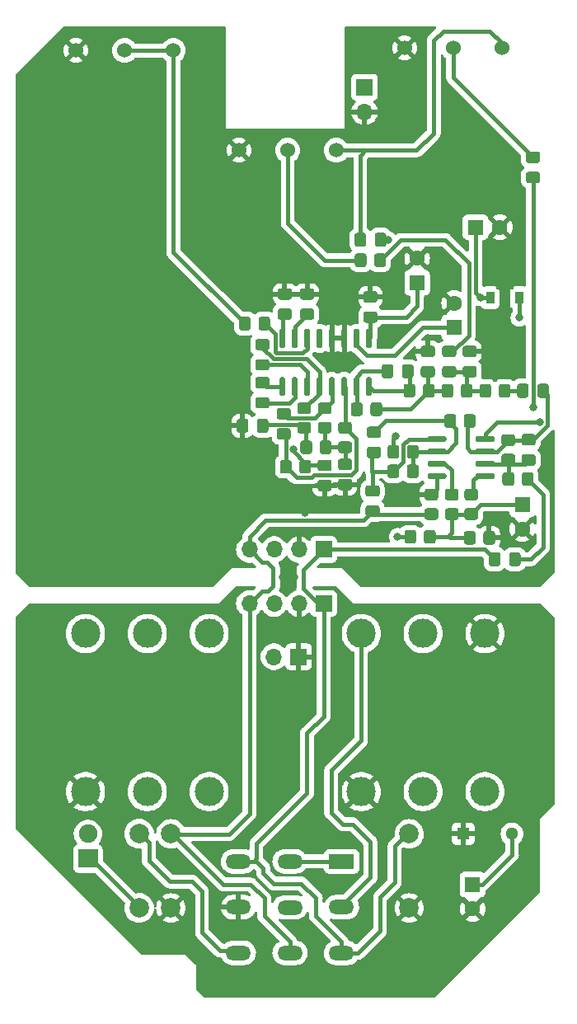
<source format=gtl>
G04 #@! TF.GenerationSoftware,KiCad,Pcbnew,7.0.5.1-1-g8f565ef7f0-dirty-deb11*
G04 #@! TF.CreationDate,2023-08-10T19:21:19+00:00*
G04 #@! TF.ProjectId,rebote-smd,7265626f-7465-42d7-936d-642e6b696361,1.0.9*
G04 #@! TF.SameCoordinates,Original*
G04 #@! TF.FileFunction,Copper,L1,Top*
G04 #@! TF.FilePolarity,Positive*
%FSLAX46Y46*%
G04 Gerber Fmt 4.6, Leading zero omitted, Abs format (unit mm)*
G04 Created by KiCad (PCBNEW 7.0.5.1-1-g8f565ef7f0-dirty-deb11) date 2023-08-10 19:21:19*
%MOMM*%
%LPD*%
G01*
G04 APERTURE LIST*
G04 #@! TA.AperFunction,ComponentPad*
%ADD10R,2.600000X1.500000*%
G04 #@! TD*
G04 #@! TA.AperFunction,ComponentPad*
%ADD11O,2.600000X1.500000*%
G04 #@! TD*
G04 #@! TA.AperFunction,ComponentPad*
%ADD12C,3.000000*%
G04 #@! TD*
G04 #@! TA.AperFunction,ComponentPad*
%ADD13R,1.700000X1.700000*%
G04 #@! TD*
G04 #@! TA.AperFunction,ComponentPad*
%ADD14O,1.700000X1.700000*%
G04 #@! TD*
G04 #@! TA.AperFunction,ComponentPad*
%ADD15R,1.600000X1.600000*%
G04 #@! TD*
G04 #@! TA.AperFunction,ComponentPad*
%ADD16C,1.600000*%
G04 #@! TD*
G04 #@! TA.AperFunction,ComponentPad*
%ADD17R,2.000000X1.900000*%
G04 #@! TD*
G04 #@! TA.AperFunction,ComponentPad*
%ADD18C,1.900000*%
G04 #@! TD*
G04 #@! TA.AperFunction,ComponentPad*
%ADD19C,1.998980*%
G04 #@! TD*
G04 #@! TA.AperFunction,ComponentPad*
%ADD20R,1.300000X1.300000*%
G04 #@! TD*
G04 #@! TA.AperFunction,ComponentPad*
%ADD21C,1.300000*%
G04 #@! TD*
G04 #@! TA.AperFunction,SMDPad,CuDef*
%ADD22R,0.900000X1.300000*%
G04 #@! TD*
G04 #@! TA.AperFunction,ComponentPad*
%ADD23C,1.524000*%
G04 #@! TD*
G04 #@! TA.AperFunction,ViaPad*
%ADD24C,0.800000*%
G04 #@! TD*
G04 #@! TA.AperFunction,Conductor*
%ADD25C,0.400000*%
G04 #@! TD*
G04 APERTURE END LIST*
D10*
X148550000Y-137825000D03*
D11*
X143250000Y-137825000D03*
X137950000Y-137825000D03*
X148550000Y-142525000D03*
X143250000Y-142550000D03*
X137950000Y-142525000D03*
X148550000Y-147225000D03*
X143250000Y-147225000D03*
X137950000Y-147225000D03*
D12*
X128595000Y-130665000D03*
X128595000Y-114435000D03*
X122245000Y-130665000D03*
X122245000Y-114435000D03*
X134945000Y-130665000D03*
X134945000Y-114435000D03*
D13*
X150910000Y-58325000D03*
D14*
X150910000Y-60865000D03*
D13*
X146700000Y-111350000D03*
D14*
X144160000Y-111350000D03*
X141620000Y-111350000D03*
X139080000Y-111350000D03*
D13*
X146700000Y-105800000D03*
D14*
X144160000Y-105800000D03*
X141620000Y-105800000D03*
X139080000Y-105800000D03*
D15*
X162000000Y-140200000D03*
D16*
X162000000Y-142700000D03*
D17*
X122500000Y-137540000D03*
D18*
X122500000Y-135000000D03*
D19*
X155500000Y-135000000D03*
X155500000Y-142620000D03*
X127760000Y-142600000D03*
X127760000Y-134980000D03*
X131010000Y-135000000D03*
X131010000Y-142620000D03*
D20*
X161050000Y-135000000D03*
D21*
X166050000Y-135000000D03*
D13*
X144140000Y-116810000D03*
D14*
X141600000Y-116810000D03*
D12*
X156925000Y-114435000D03*
X156925000Y-130665000D03*
X163275000Y-114435000D03*
X163275000Y-130665000D03*
X150575000Y-114435000D03*
X150575000Y-130665000D03*
G04 #@! TA.AperFunction,SMDPad,CuDef*
G36*
G01*
X142235000Y-78975000D02*
X143185000Y-78975000D01*
G75*
G02*
X143435000Y-79225000I0J-250000D01*
G01*
X143435000Y-79900000D01*
G75*
G02*
X143185000Y-80150000I-250000J0D01*
G01*
X142235000Y-80150000D01*
G75*
G02*
X141985000Y-79900000I0J250000D01*
G01*
X141985000Y-79225000D01*
G75*
G02*
X142235000Y-78975000I250000J0D01*
G01*
G37*
G04 #@! TD.AperFunction*
G04 #@! TA.AperFunction,SMDPad,CuDef*
G36*
G01*
X142235000Y-81050000D02*
X143185000Y-81050000D01*
G75*
G02*
X143435000Y-81300000I0J-250000D01*
G01*
X143435000Y-81975000D01*
G75*
G02*
X143185000Y-82225000I-250000J0D01*
G01*
X142235000Y-82225000D01*
G75*
G02*
X141985000Y-81975000I0J250000D01*
G01*
X141985000Y-81300000D01*
G75*
G02*
X142235000Y-81050000I250000J0D01*
G01*
G37*
G04 #@! TD.AperFunction*
G04 #@! TA.AperFunction,SMDPad,CuDef*
G36*
G01*
X168241000Y-97190000D02*
X167291000Y-97190000D01*
G75*
G02*
X167041000Y-96940000I0J250000D01*
G01*
X167041000Y-96265000D01*
G75*
G02*
X167291000Y-96015000I250000J0D01*
G01*
X168241000Y-96015000D01*
G75*
G02*
X168491000Y-96265000I0J-250000D01*
G01*
X168491000Y-96940000D01*
G75*
G02*
X168241000Y-97190000I-250000J0D01*
G01*
G37*
G04 #@! TD.AperFunction*
G04 #@! TA.AperFunction,SMDPad,CuDef*
G36*
G01*
X168241000Y-95115000D02*
X167291000Y-95115000D01*
G75*
G02*
X167041000Y-94865000I0J250000D01*
G01*
X167041000Y-94190000D01*
G75*
G02*
X167291000Y-93940000I250000J0D01*
G01*
X168241000Y-93940000D01*
G75*
G02*
X168491000Y-94190000I0J-250000D01*
G01*
X168491000Y-94865000D01*
G75*
G02*
X168241000Y-95115000I-250000J0D01*
G01*
G37*
G04 #@! TD.AperFunction*
G04 #@! TA.AperFunction,SMDPad,CuDef*
G36*
G01*
X162316000Y-102765000D02*
X161416000Y-102765000D01*
G75*
G02*
X161166000Y-102515000I0J250000D01*
G01*
X161166000Y-101815000D01*
G75*
G02*
X161416000Y-101565000I250000J0D01*
G01*
X162316000Y-101565000D01*
G75*
G02*
X162566000Y-101815000I0J-250000D01*
G01*
X162566000Y-102515000D01*
G75*
G02*
X162316000Y-102765000I-250000J0D01*
G01*
G37*
G04 #@! TD.AperFunction*
G04 #@! TA.AperFunction,SMDPad,CuDef*
G36*
G01*
X162316000Y-100765000D02*
X161416000Y-100765000D01*
G75*
G02*
X161166000Y-100515000I0J250000D01*
G01*
X161166000Y-99815000D01*
G75*
G02*
X161416000Y-99565000I250000J0D01*
G01*
X162316000Y-99565000D01*
G75*
G02*
X162566000Y-99815000I0J-250000D01*
G01*
X162566000Y-100515000D01*
G75*
G02*
X162316000Y-100765000I-250000J0D01*
G01*
G37*
G04 #@! TD.AperFunction*
G04 #@! TA.AperFunction,SMDPad,CuDef*
G36*
G01*
X169835000Y-89025000D02*
X169835000Y-89975000D01*
G75*
G02*
X169585000Y-90225000I-250000J0D01*
G01*
X168910000Y-90225000D01*
G75*
G02*
X168660000Y-89975000I0J250000D01*
G01*
X168660000Y-89025000D01*
G75*
G02*
X168910000Y-88775000I250000J0D01*
G01*
X169585000Y-88775000D01*
G75*
G02*
X169835000Y-89025000I0J-250000D01*
G01*
G37*
G04 #@! TD.AperFunction*
G04 #@! TA.AperFunction,SMDPad,CuDef*
G36*
G01*
X167760000Y-89025000D02*
X167760000Y-89975000D01*
G75*
G02*
X167510000Y-90225000I-250000J0D01*
G01*
X166835000Y-90225000D01*
G75*
G02*
X166585000Y-89975000I0J250000D01*
G01*
X166585000Y-89025000D01*
G75*
G02*
X166835000Y-88775000I250000J0D01*
G01*
X167510000Y-88775000D01*
G75*
G02*
X167760000Y-89025000I0J-250000D01*
G01*
G37*
G04 #@! TD.AperFunction*
G04 #@! TA.AperFunction,SMDPad,CuDef*
G36*
G01*
X151256000Y-99205000D02*
X152206000Y-99205000D01*
G75*
G02*
X152456000Y-99455000I0J-250000D01*
G01*
X152456000Y-100130000D01*
G75*
G02*
X152206000Y-100380000I-250000J0D01*
G01*
X151256000Y-100380000D01*
G75*
G02*
X151006000Y-100130000I0J250000D01*
G01*
X151006000Y-99455000D01*
G75*
G02*
X151256000Y-99205000I250000J0D01*
G01*
G37*
G04 #@! TD.AperFunction*
G04 #@! TA.AperFunction,SMDPad,CuDef*
G36*
G01*
X151256000Y-101280000D02*
X152206000Y-101280000D01*
G75*
G02*
X152456000Y-101530000I0J-250000D01*
G01*
X152456000Y-102205000D01*
G75*
G02*
X152206000Y-102455000I-250000J0D01*
G01*
X151256000Y-102455000D01*
G75*
G02*
X151006000Y-102205000I0J250000D01*
G01*
X151006000Y-101530000D01*
G75*
G02*
X151256000Y-101280000I250000J0D01*
G01*
G37*
G04 #@! TD.AperFunction*
G04 #@! TA.AperFunction,SMDPad,CuDef*
G36*
G01*
X157316000Y-99565000D02*
X158216000Y-99565000D01*
G75*
G02*
X158466000Y-99815000I0J-250000D01*
G01*
X158466000Y-100515000D01*
G75*
G02*
X158216000Y-100765000I-250000J0D01*
G01*
X157316000Y-100765000D01*
G75*
G02*
X157066000Y-100515000I0J250000D01*
G01*
X157066000Y-99815000D01*
G75*
G02*
X157316000Y-99565000I250000J0D01*
G01*
G37*
G04 #@! TD.AperFunction*
G04 #@! TA.AperFunction,SMDPad,CuDef*
G36*
G01*
X157316000Y-101565000D02*
X158216000Y-101565000D01*
G75*
G02*
X158466000Y-101815000I0J-250000D01*
G01*
X158466000Y-102515000D01*
G75*
G02*
X158216000Y-102765000I-250000J0D01*
G01*
X157316000Y-102765000D01*
G75*
G02*
X157066000Y-102515000I0J250000D01*
G01*
X157066000Y-101815000D01*
G75*
G02*
X157316000Y-101565000I250000J0D01*
G01*
G37*
G04 #@! TD.AperFunction*
G04 #@! TA.AperFunction,SMDPad,CuDef*
G36*
G01*
X141210000Y-82150000D02*
X141210000Y-83050000D01*
G75*
G02*
X140960000Y-83300000I-250000J0D01*
G01*
X140260000Y-83300000D01*
G75*
G02*
X140010000Y-83050000I0J250000D01*
G01*
X140010000Y-82150000D01*
G75*
G02*
X140260000Y-81900000I250000J0D01*
G01*
X140960000Y-81900000D01*
G75*
G02*
X141210000Y-82150000I0J-250000D01*
G01*
G37*
G04 #@! TD.AperFunction*
G04 #@! TA.AperFunction,SMDPad,CuDef*
G36*
G01*
X139210000Y-82150000D02*
X139210000Y-83050000D01*
G75*
G02*
X138960000Y-83300000I-250000J0D01*
G01*
X138260000Y-83300000D01*
G75*
G02*
X138010000Y-83050000I0J250000D01*
G01*
X138010000Y-82150000D01*
G75*
G02*
X138260000Y-81900000I250000J0D01*
G01*
X138960000Y-81900000D01*
G75*
G02*
X139210000Y-82150000I0J-250000D01*
G01*
G37*
G04 #@! TD.AperFunction*
D15*
X162304888Y-72700000D03*
D16*
X164804888Y-72700000D03*
G04 #@! TA.AperFunction,SMDPad,CuDef*
G36*
G01*
X153135000Y-73525000D02*
X153135000Y-74475000D01*
G75*
G02*
X152885000Y-74725000I-250000J0D01*
G01*
X152210000Y-74725000D01*
G75*
G02*
X151960000Y-74475000I0J250000D01*
G01*
X151960000Y-73525000D01*
G75*
G02*
X152210000Y-73275000I250000J0D01*
G01*
X152885000Y-73275000D01*
G75*
G02*
X153135000Y-73525000I0J-250000D01*
G01*
G37*
G04 #@! TD.AperFunction*
G04 #@! TA.AperFunction,SMDPad,CuDef*
G36*
G01*
X151060000Y-73525000D02*
X151060000Y-74475000D01*
G75*
G02*
X150810000Y-74725000I-250000J0D01*
G01*
X150135000Y-74725000D01*
G75*
G02*
X149885000Y-74475000I0J250000D01*
G01*
X149885000Y-73525000D01*
G75*
G02*
X150135000Y-73275000I250000J0D01*
G01*
X150810000Y-73275000D01*
G75*
G02*
X151060000Y-73525000I0J-250000D01*
G01*
G37*
G04 #@! TD.AperFunction*
D22*
X163810000Y-79950000D03*
G04 #@! TA.AperFunction,SMDPad,CuDef*
G36*
X166176500Y-76000000D02*
G01*
X166176500Y-79125000D01*
X165760000Y-79125000D01*
X165760000Y-80600000D01*
X164860000Y-80600000D01*
X164860000Y-79125000D01*
X164443500Y-79125000D01*
X164443500Y-76000000D01*
X166176500Y-76000000D01*
G37*
G04 #@! TD.AperFunction*
X166810000Y-79950000D03*
G04 #@! TA.AperFunction,SMDPad,CuDef*
G36*
G01*
X168266000Y-98115000D02*
X168266000Y-99015000D01*
G75*
G02*
X168016000Y-99265000I-250000J0D01*
G01*
X167316000Y-99265000D01*
G75*
G02*
X167066000Y-99015000I0J250000D01*
G01*
X167066000Y-98115000D01*
G75*
G02*
X167316000Y-97865000I250000J0D01*
G01*
X168016000Y-97865000D01*
G75*
G02*
X168266000Y-98115000I0J-250000D01*
G01*
G37*
G04 #@! TD.AperFunction*
G04 #@! TA.AperFunction,SMDPad,CuDef*
G36*
G01*
X166266000Y-98115000D02*
X166266000Y-99015000D01*
G75*
G02*
X166016000Y-99265000I-250000J0D01*
G01*
X165316000Y-99265000D01*
G75*
G02*
X165066000Y-99015000I0J250000D01*
G01*
X165066000Y-98115000D01*
G75*
G02*
X165316000Y-97865000I250000J0D01*
G01*
X166016000Y-97865000D01*
G75*
G02*
X166266000Y-98115000I0J-250000D01*
G01*
G37*
G04 #@! TD.AperFunction*
G04 #@! TA.AperFunction,SMDPad,CuDef*
G36*
G01*
X151035000Y-79275000D02*
X151985000Y-79275000D01*
G75*
G02*
X152235000Y-79525000I0J-250000D01*
G01*
X152235000Y-80200000D01*
G75*
G02*
X151985000Y-80450000I-250000J0D01*
G01*
X151035000Y-80450000D01*
G75*
G02*
X150785000Y-80200000I0J250000D01*
G01*
X150785000Y-79525000D01*
G75*
G02*
X151035000Y-79275000I250000J0D01*
G01*
G37*
G04 #@! TD.AperFunction*
G04 #@! TA.AperFunction,SMDPad,CuDef*
G36*
G01*
X151035000Y-81350000D02*
X151985000Y-81350000D01*
G75*
G02*
X152235000Y-81600000I0J-250000D01*
G01*
X152235000Y-82275000D01*
G75*
G02*
X151985000Y-82525000I-250000J0D01*
G01*
X151035000Y-82525000D01*
G75*
G02*
X150785000Y-82275000I0J250000D01*
G01*
X150785000Y-81600000D01*
G75*
G02*
X151035000Y-81350000I250000J0D01*
G01*
G37*
G04 #@! TD.AperFunction*
G04 #@! TA.AperFunction,SMDPad,CuDef*
G36*
G01*
X162310000Y-92150000D02*
X162310000Y-93050000D01*
G75*
G02*
X162060000Y-93300000I-250000J0D01*
G01*
X161360000Y-93300000D01*
G75*
G02*
X161110000Y-93050000I0J250000D01*
G01*
X161110000Y-92150000D01*
G75*
G02*
X161360000Y-91900000I250000J0D01*
G01*
X162060000Y-91900000D01*
G75*
G02*
X162310000Y-92150000I0J-250000D01*
G01*
G37*
G04 #@! TD.AperFunction*
G04 #@! TA.AperFunction,SMDPad,CuDef*
G36*
G01*
X160310000Y-92150000D02*
X160310000Y-93050000D01*
G75*
G02*
X160060000Y-93300000I-250000J0D01*
G01*
X159360000Y-93300000D01*
G75*
G02*
X159110000Y-93050000I0J250000D01*
G01*
X159110000Y-92150000D01*
G75*
G02*
X159360000Y-91900000I250000J0D01*
G01*
X160060000Y-91900000D01*
G75*
G02*
X160310000Y-92150000I0J-250000D01*
G01*
G37*
G04 #@! TD.AperFunction*
G04 #@! TA.AperFunction,SMDPad,CuDef*
G36*
G01*
X144310000Y-95750000D02*
X144310000Y-94850000D01*
G75*
G02*
X144560000Y-94600000I250000J0D01*
G01*
X145260000Y-94600000D01*
G75*
G02*
X145510000Y-94850000I0J-250000D01*
G01*
X145510000Y-95750000D01*
G75*
G02*
X145260000Y-96000000I-250000J0D01*
G01*
X144560000Y-96000000D01*
G75*
G02*
X144310000Y-95750000I0J250000D01*
G01*
G37*
G04 #@! TD.AperFunction*
G04 #@! TA.AperFunction,SMDPad,CuDef*
G36*
G01*
X146310000Y-95750000D02*
X146310000Y-94850000D01*
G75*
G02*
X146560000Y-94600000I250000J0D01*
G01*
X147260000Y-94600000D01*
G75*
G02*
X147510000Y-94850000I0J-250000D01*
G01*
X147510000Y-95750000D01*
G75*
G02*
X147260000Y-96000000I-250000J0D01*
G01*
X146560000Y-96000000D01*
G75*
G02*
X146310000Y-95750000I0J250000D01*
G01*
G37*
G04 #@! TD.AperFunction*
G04 #@! TA.AperFunction,SMDPad,CuDef*
G36*
G01*
X147285000Y-99825000D02*
X146335000Y-99825000D01*
G75*
G02*
X146085000Y-99575000I0J250000D01*
G01*
X146085000Y-98900000D01*
G75*
G02*
X146335000Y-98650000I250000J0D01*
G01*
X147285000Y-98650000D01*
G75*
G02*
X147535000Y-98900000I0J-250000D01*
G01*
X147535000Y-99575000D01*
G75*
G02*
X147285000Y-99825000I-250000J0D01*
G01*
G37*
G04 #@! TD.AperFunction*
G04 #@! TA.AperFunction,SMDPad,CuDef*
G36*
G01*
X147285000Y-97750000D02*
X146335000Y-97750000D01*
G75*
G02*
X146085000Y-97500000I0J250000D01*
G01*
X146085000Y-96825000D01*
G75*
G02*
X146335000Y-96575000I250000J0D01*
G01*
X147285000Y-96575000D01*
G75*
G02*
X147535000Y-96825000I0J-250000D01*
G01*
X147535000Y-97500000D01*
G75*
G02*
X147285000Y-97750000I-250000J0D01*
G01*
G37*
G04 #@! TD.AperFunction*
G04 #@! TA.AperFunction,SMDPad,CuDef*
G36*
G01*
X155935000Y-87025000D02*
X155935000Y-87975000D01*
G75*
G02*
X155685000Y-88225000I-250000J0D01*
G01*
X155010000Y-88225000D01*
G75*
G02*
X154760000Y-87975000I0J250000D01*
G01*
X154760000Y-87025000D01*
G75*
G02*
X155010000Y-86775000I250000J0D01*
G01*
X155685000Y-86775000D01*
G75*
G02*
X155935000Y-87025000I0J-250000D01*
G01*
G37*
G04 #@! TD.AperFunction*
G04 #@! TA.AperFunction,SMDPad,CuDef*
G36*
G01*
X153860000Y-87025000D02*
X153860000Y-87975000D01*
G75*
G02*
X153610000Y-88225000I-250000J0D01*
G01*
X152935000Y-88225000D01*
G75*
G02*
X152685000Y-87975000I0J250000D01*
G01*
X152685000Y-87025000D01*
G75*
G02*
X152935000Y-86775000I250000J0D01*
G01*
X153610000Y-86775000D01*
G75*
G02*
X153860000Y-87025000I0J-250000D01*
G01*
G37*
G04 #@! TD.AperFunction*
G04 #@! TA.AperFunction,SMDPad,CuDef*
G36*
G01*
X142210000Y-97750000D02*
X142210000Y-96850000D01*
G75*
G02*
X142460000Y-96600000I250000J0D01*
G01*
X143160000Y-96600000D01*
G75*
G02*
X143410000Y-96850000I0J-250000D01*
G01*
X143410000Y-97750000D01*
G75*
G02*
X143160000Y-98000000I-250000J0D01*
G01*
X142460000Y-98000000D01*
G75*
G02*
X142210000Y-97750000I0J250000D01*
G01*
G37*
G04 #@! TD.AperFunction*
G04 #@! TA.AperFunction,SMDPad,CuDef*
G36*
G01*
X144210000Y-97750000D02*
X144210000Y-96850000D01*
G75*
G02*
X144460000Y-96600000I250000J0D01*
G01*
X145160000Y-96600000D01*
G75*
G02*
X145410000Y-96850000I0J-250000D01*
G01*
X145410000Y-97750000D01*
G75*
G02*
X145160000Y-98000000I-250000J0D01*
G01*
X144460000Y-98000000D01*
G75*
G02*
X144210000Y-97750000I0J250000D01*
G01*
G37*
G04 #@! TD.AperFunction*
D15*
X160110000Y-83000000D03*
D16*
X160110000Y-80500000D03*
G04 #@! TA.AperFunction,SMDPad,CuDef*
G36*
G01*
X161235000Y-84875000D02*
X162185000Y-84875000D01*
G75*
G02*
X162435000Y-85125000I0J-250000D01*
G01*
X162435000Y-85800000D01*
G75*
G02*
X162185000Y-86050000I-250000J0D01*
G01*
X161235000Y-86050000D01*
G75*
G02*
X160985000Y-85800000I0J250000D01*
G01*
X160985000Y-85125000D01*
G75*
G02*
X161235000Y-84875000I250000J0D01*
G01*
G37*
G04 #@! TD.AperFunction*
G04 #@! TA.AperFunction,SMDPad,CuDef*
G36*
G01*
X161235000Y-86950000D02*
X162185000Y-86950000D01*
G75*
G02*
X162435000Y-87200000I0J-250000D01*
G01*
X162435000Y-87875000D01*
G75*
G02*
X162185000Y-88125000I-250000J0D01*
G01*
X161235000Y-88125000D01*
G75*
G02*
X160985000Y-87875000I0J250000D01*
G01*
X160985000Y-87200000D01*
G75*
G02*
X161235000Y-86950000I250000J0D01*
G01*
G37*
G04 #@! TD.AperFunction*
G04 #@! TA.AperFunction,SMDPad,CuDef*
G36*
G01*
X151391000Y-93177500D02*
X152341000Y-93177500D01*
G75*
G02*
X152591000Y-93427500I0J-250000D01*
G01*
X152591000Y-94102500D01*
G75*
G02*
X152341000Y-94352500I-250000J0D01*
G01*
X151391000Y-94352500D01*
G75*
G02*
X151141000Y-94102500I0J250000D01*
G01*
X151141000Y-93427500D01*
G75*
G02*
X151391000Y-93177500I250000J0D01*
G01*
G37*
G04 #@! TD.AperFunction*
G04 #@! TA.AperFunction,SMDPad,CuDef*
G36*
G01*
X151391000Y-95252500D02*
X152341000Y-95252500D01*
G75*
G02*
X152591000Y-95502500I0J-250000D01*
G01*
X152591000Y-96177500D01*
G75*
G02*
X152341000Y-96427500I-250000J0D01*
G01*
X151391000Y-96427500D01*
G75*
G02*
X151141000Y-96177500I0J250000D01*
G01*
X151141000Y-95502500D01*
G75*
G02*
X151391000Y-95252500I250000J0D01*
G01*
G37*
G04 #@! TD.AperFunction*
G04 #@! TA.AperFunction,SMDPad,CuDef*
G36*
G01*
X166116000Y-97165000D02*
X165216000Y-97165000D01*
G75*
G02*
X164966000Y-96915000I0J250000D01*
G01*
X164966000Y-96215000D01*
G75*
G02*
X165216000Y-95965000I250000J0D01*
G01*
X166116000Y-95965000D01*
G75*
G02*
X166366000Y-96215000I0J-250000D01*
G01*
X166366000Y-96915000D01*
G75*
G02*
X166116000Y-97165000I-250000J0D01*
G01*
G37*
G04 #@! TD.AperFunction*
G04 #@! TA.AperFunction,SMDPad,CuDef*
G36*
G01*
X166116000Y-95165000D02*
X165216000Y-95165000D01*
G75*
G02*
X164966000Y-94915000I0J250000D01*
G01*
X164966000Y-94215000D01*
G75*
G02*
X165216000Y-93965000I250000J0D01*
G01*
X166116000Y-93965000D01*
G75*
G02*
X166366000Y-94215000I0J-250000D01*
G01*
X166366000Y-94915000D01*
G75*
G02*
X166116000Y-95165000I-250000J0D01*
G01*
G37*
G04 #@! TD.AperFunction*
G04 #@! TA.AperFunction,SMDPad,CuDef*
G36*
G01*
X140885000Y-87425000D02*
X139935000Y-87425000D01*
G75*
G02*
X139685000Y-87175000I0J250000D01*
G01*
X139685000Y-86500000D01*
G75*
G02*
X139935000Y-86250000I250000J0D01*
G01*
X140885000Y-86250000D01*
G75*
G02*
X141135000Y-86500000I0J-250000D01*
G01*
X141135000Y-87175000D01*
G75*
G02*
X140885000Y-87425000I-250000J0D01*
G01*
G37*
G04 #@! TD.AperFunction*
G04 #@! TA.AperFunction,SMDPad,CuDef*
G36*
G01*
X140885000Y-85350000D02*
X139935000Y-85350000D01*
G75*
G02*
X139685000Y-85100000I0J250000D01*
G01*
X139685000Y-84425000D01*
G75*
G02*
X139935000Y-84175000I250000J0D01*
G01*
X140885000Y-84175000D01*
G75*
G02*
X141135000Y-84425000I0J-250000D01*
G01*
X141135000Y-85100000D01*
G75*
G02*
X140885000Y-85350000I-250000J0D01*
G01*
G37*
G04 #@! TD.AperFunction*
G04 #@! TA.AperFunction,SMDPad,CuDef*
G36*
G01*
X149385000Y-99725000D02*
X148435000Y-99725000D01*
G75*
G02*
X148185000Y-99475000I0J250000D01*
G01*
X148185000Y-98800000D01*
G75*
G02*
X148435000Y-98550000I250000J0D01*
G01*
X149385000Y-98550000D01*
G75*
G02*
X149635000Y-98800000I0J-250000D01*
G01*
X149635000Y-99475000D01*
G75*
G02*
X149385000Y-99725000I-250000J0D01*
G01*
G37*
G04 #@! TD.AperFunction*
G04 #@! TA.AperFunction,SMDPad,CuDef*
G36*
G01*
X149385000Y-97650000D02*
X148435000Y-97650000D01*
G75*
G02*
X148185000Y-97400000I0J250000D01*
G01*
X148185000Y-96725000D01*
G75*
G02*
X148435000Y-96475000I250000J0D01*
G01*
X149385000Y-96475000D01*
G75*
G02*
X149635000Y-96725000I0J-250000D01*
G01*
X149635000Y-97400000D01*
G75*
G02*
X149385000Y-97650000I-250000J0D01*
G01*
G37*
G04 #@! TD.AperFunction*
G04 #@! TA.AperFunction,SMDPad,CuDef*
G36*
G01*
X160316000Y-102765000D02*
X159416000Y-102765000D01*
G75*
G02*
X159166000Y-102515000I0J250000D01*
G01*
X159166000Y-101815000D01*
G75*
G02*
X159416000Y-101565000I250000J0D01*
G01*
X160316000Y-101565000D01*
G75*
G02*
X160566000Y-101815000I0J-250000D01*
G01*
X160566000Y-102515000D01*
G75*
G02*
X160316000Y-102765000I-250000J0D01*
G01*
G37*
G04 #@! TD.AperFunction*
G04 #@! TA.AperFunction,SMDPad,CuDef*
G36*
G01*
X160316000Y-100765000D02*
X159416000Y-100765000D01*
G75*
G02*
X159166000Y-100515000I0J250000D01*
G01*
X159166000Y-99815000D01*
G75*
G02*
X159416000Y-99565000I250000J0D01*
G01*
X160316000Y-99565000D01*
G75*
G02*
X160566000Y-99815000I0J-250000D01*
G01*
X160566000Y-100515000D01*
G75*
G02*
X160316000Y-100765000I-250000J0D01*
G01*
G37*
G04 #@! TD.AperFunction*
G04 #@! TA.AperFunction,SMDPad,CuDef*
G36*
G01*
X139935000Y-88075000D02*
X140885000Y-88075000D01*
G75*
G02*
X141135000Y-88325000I0J-250000D01*
G01*
X141135000Y-89000000D01*
G75*
G02*
X140885000Y-89250000I-250000J0D01*
G01*
X139935000Y-89250000D01*
G75*
G02*
X139685000Y-89000000I0J250000D01*
G01*
X139685000Y-88325000D01*
G75*
G02*
X139935000Y-88075000I250000J0D01*
G01*
G37*
G04 #@! TD.AperFunction*
G04 #@! TA.AperFunction,SMDPad,CuDef*
G36*
G01*
X139935000Y-90150000D02*
X140885000Y-90150000D01*
G75*
G02*
X141135000Y-90400000I0J-250000D01*
G01*
X141135000Y-91075000D01*
G75*
G02*
X140885000Y-91325000I-250000J0D01*
G01*
X139935000Y-91325000D01*
G75*
G02*
X139685000Y-91075000I0J250000D01*
G01*
X139685000Y-90400000D01*
G75*
G02*
X139935000Y-90150000I250000J0D01*
G01*
G37*
G04 #@! TD.AperFunction*
G04 #@! TA.AperFunction,SMDPad,CuDef*
G36*
G01*
X156466000Y-97315000D02*
X156466000Y-98215000D01*
G75*
G02*
X156216000Y-98465000I-250000J0D01*
G01*
X155516000Y-98465000D01*
G75*
G02*
X155266000Y-98215000I0J250000D01*
G01*
X155266000Y-97315000D01*
G75*
G02*
X155516000Y-97065000I250000J0D01*
G01*
X156216000Y-97065000D01*
G75*
G02*
X156466000Y-97315000I0J-250000D01*
G01*
G37*
G04 #@! TD.AperFunction*
G04 #@! TA.AperFunction,SMDPad,CuDef*
G36*
G01*
X154466000Y-97315000D02*
X154466000Y-98215000D01*
G75*
G02*
X154216000Y-98465000I-250000J0D01*
G01*
X153516000Y-98465000D01*
G75*
G02*
X153266000Y-98215000I0J250000D01*
G01*
X153266000Y-97315000D01*
G75*
G02*
X153516000Y-97065000I250000J0D01*
G01*
X154216000Y-97065000D01*
G75*
G02*
X154466000Y-97315000I0J-250000D01*
G01*
G37*
G04 #@! TD.AperFunction*
G04 #@! TA.AperFunction,SMDPad,CuDef*
G36*
G01*
X144535000Y-78975000D02*
X145485000Y-78975000D01*
G75*
G02*
X145735000Y-79225000I0J-250000D01*
G01*
X145735000Y-79900000D01*
G75*
G02*
X145485000Y-80150000I-250000J0D01*
G01*
X144535000Y-80150000D01*
G75*
G02*
X144285000Y-79900000I0J250000D01*
G01*
X144285000Y-79225000D01*
G75*
G02*
X144535000Y-78975000I250000J0D01*
G01*
G37*
G04 #@! TD.AperFunction*
G04 #@! TA.AperFunction,SMDPad,CuDef*
G36*
G01*
X144535000Y-81050000D02*
X145485000Y-81050000D01*
G75*
G02*
X145735000Y-81300000I0J-250000D01*
G01*
X145735000Y-81975000D01*
G75*
G02*
X145485000Y-82225000I-250000J0D01*
G01*
X144535000Y-82225000D01*
G75*
G02*
X144285000Y-81975000I0J250000D01*
G01*
X144285000Y-81300000D01*
G75*
G02*
X144535000Y-81050000I250000J0D01*
G01*
G37*
G04 #@! TD.AperFunction*
G04 #@! TA.AperFunction,SMDPad,CuDef*
G36*
G01*
X153110000Y-75650000D02*
X153110000Y-76550000D01*
G75*
G02*
X152860000Y-76800000I-250000J0D01*
G01*
X152160000Y-76800000D01*
G75*
G02*
X151910000Y-76550000I0J250000D01*
G01*
X151910000Y-75650000D01*
G75*
G02*
X152160000Y-75400000I250000J0D01*
G01*
X152860000Y-75400000D01*
G75*
G02*
X153110000Y-75650000I0J-250000D01*
G01*
G37*
G04 #@! TD.AperFunction*
G04 #@! TA.AperFunction,SMDPad,CuDef*
G36*
G01*
X151110000Y-75650000D02*
X151110000Y-76550000D01*
G75*
G02*
X150860000Y-76800000I-250000J0D01*
G01*
X150160000Y-76800000D01*
G75*
G02*
X149910000Y-76550000I0J250000D01*
G01*
X149910000Y-75650000D01*
G75*
G02*
X150160000Y-75400000I250000J0D01*
G01*
X150860000Y-75400000D01*
G75*
G02*
X151110000Y-75650000I0J-250000D01*
G01*
G37*
G04 #@! TD.AperFunction*
G04 #@! TA.AperFunction,SMDPad,CuDef*
G36*
G01*
X147260000Y-93900000D02*
X146360000Y-93900000D01*
G75*
G02*
X146110000Y-93650000I0J250000D01*
G01*
X146110000Y-92950000D01*
G75*
G02*
X146360000Y-92700000I250000J0D01*
G01*
X147260000Y-92700000D01*
G75*
G02*
X147510000Y-92950000I0J-250000D01*
G01*
X147510000Y-93650000D01*
G75*
G02*
X147260000Y-93900000I-250000J0D01*
G01*
G37*
G04 #@! TD.AperFunction*
G04 #@! TA.AperFunction,SMDPad,CuDef*
G36*
G01*
X147260000Y-91900000D02*
X146360000Y-91900000D01*
G75*
G02*
X146110000Y-91650000I0J250000D01*
G01*
X146110000Y-90950000D01*
G75*
G02*
X146360000Y-90700000I250000J0D01*
G01*
X147260000Y-90700000D01*
G75*
G02*
X147510000Y-90950000I0J-250000D01*
G01*
X147510000Y-91650000D01*
G75*
G02*
X147260000Y-91900000I-250000J0D01*
G01*
G37*
G04 #@! TD.AperFunction*
G04 #@! TA.AperFunction,SMDPad,CuDef*
G36*
G01*
X156935000Y-84875000D02*
X157885000Y-84875000D01*
G75*
G02*
X158135000Y-85125000I0J-250000D01*
G01*
X158135000Y-85800000D01*
G75*
G02*
X157885000Y-86050000I-250000J0D01*
G01*
X156935000Y-86050000D01*
G75*
G02*
X156685000Y-85800000I0J250000D01*
G01*
X156685000Y-85125000D01*
G75*
G02*
X156935000Y-84875000I250000J0D01*
G01*
G37*
G04 #@! TD.AperFunction*
G04 #@! TA.AperFunction,SMDPad,CuDef*
G36*
G01*
X156935000Y-86950000D02*
X157885000Y-86950000D01*
G75*
G02*
X158135000Y-87200000I0J-250000D01*
G01*
X158135000Y-87875000D01*
G75*
G02*
X157885000Y-88125000I-250000J0D01*
G01*
X156935000Y-88125000D01*
G75*
G02*
X156685000Y-87875000I0J250000D01*
G01*
X156685000Y-87200000D01*
G75*
G02*
X156935000Y-86950000I250000J0D01*
G01*
G37*
G04 #@! TD.AperFunction*
G04 #@! TA.AperFunction,SMDPad,CuDef*
G36*
G01*
X163685000Y-107275000D02*
X163685000Y-106325000D01*
G75*
G02*
X163935000Y-106075000I250000J0D01*
G01*
X164610000Y-106075000D01*
G75*
G02*
X164860000Y-106325000I0J-250000D01*
G01*
X164860000Y-107275000D01*
G75*
G02*
X164610000Y-107525000I-250000J0D01*
G01*
X163935000Y-107525000D01*
G75*
G02*
X163685000Y-107275000I0J250000D01*
G01*
G37*
G04 #@! TD.AperFunction*
G04 #@! TA.AperFunction,SMDPad,CuDef*
G36*
G01*
X165760000Y-107275000D02*
X165760000Y-106325000D01*
G75*
G02*
X166010000Y-106075000I250000J0D01*
G01*
X166685000Y-106075000D01*
G75*
G02*
X166935000Y-106325000I0J-250000D01*
G01*
X166935000Y-107275000D01*
G75*
G02*
X166685000Y-107525000I-250000J0D01*
G01*
X166010000Y-107525000D01*
G75*
G02*
X165760000Y-107275000I0J250000D01*
G01*
G37*
G04 #@! TD.AperFunction*
G04 #@! TA.AperFunction,SMDPad,CuDef*
G36*
G01*
X157366000Y-94610000D02*
X157366000Y-94310000D01*
G75*
G02*
X157516000Y-94160000I150000J0D01*
G01*
X159166000Y-94160000D01*
G75*
G02*
X159316000Y-94310000I0J-150000D01*
G01*
X159316000Y-94610000D01*
G75*
G02*
X159166000Y-94760000I-150000J0D01*
G01*
X157516000Y-94760000D01*
G75*
G02*
X157366000Y-94610000I0J150000D01*
G01*
G37*
G04 #@! TD.AperFunction*
G04 #@! TA.AperFunction,SMDPad,CuDef*
G36*
G01*
X157366000Y-95880000D02*
X157366000Y-95580000D01*
G75*
G02*
X157516000Y-95430000I150000J0D01*
G01*
X159166000Y-95430000D01*
G75*
G02*
X159316000Y-95580000I0J-150000D01*
G01*
X159316000Y-95880000D01*
G75*
G02*
X159166000Y-96030000I-150000J0D01*
G01*
X157516000Y-96030000D01*
G75*
G02*
X157366000Y-95880000I0J150000D01*
G01*
G37*
G04 #@! TD.AperFunction*
G04 #@! TA.AperFunction,SMDPad,CuDef*
G36*
G01*
X157366000Y-97150000D02*
X157366000Y-96850000D01*
G75*
G02*
X157516000Y-96700000I150000J0D01*
G01*
X159166000Y-96700000D01*
G75*
G02*
X159316000Y-96850000I0J-150000D01*
G01*
X159316000Y-97150000D01*
G75*
G02*
X159166000Y-97300000I-150000J0D01*
G01*
X157516000Y-97300000D01*
G75*
G02*
X157366000Y-97150000I0J150000D01*
G01*
G37*
G04 #@! TD.AperFunction*
G04 #@! TA.AperFunction,SMDPad,CuDef*
G36*
G01*
X157366000Y-98420000D02*
X157366000Y-98120000D01*
G75*
G02*
X157516000Y-97970000I150000J0D01*
G01*
X159166000Y-97970000D01*
G75*
G02*
X159316000Y-98120000I0J-150000D01*
G01*
X159316000Y-98420000D01*
G75*
G02*
X159166000Y-98570000I-150000J0D01*
G01*
X157516000Y-98570000D01*
G75*
G02*
X157366000Y-98420000I0J150000D01*
G01*
G37*
G04 #@! TD.AperFunction*
G04 #@! TA.AperFunction,SMDPad,CuDef*
G36*
G01*
X162316000Y-98420000D02*
X162316000Y-98120000D01*
G75*
G02*
X162466000Y-97970000I150000J0D01*
G01*
X164116000Y-97970000D01*
G75*
G02*
X164266000Y-98120000I0J-150000D01*
G01*
X164266000Y-98420000D01*
G75*
G02*
X164116000Y-98570000I-150000J0D01*
G01*
X162466000Y-98570000D01*
G75*
G02*
X162316000Y-98420000I0J150000D01*
G01*
G37*
G04 #@! TD.AperFunction*
G04 #@! TA.AperFunction,SMDPad,CuDef*
G36*
G01*
X162316000Y-97150000D02*
X162316000Y-96850000D01*
G75*
G02*
X162466000Y-96700000I150000J0D01*
G01*
X164116000Y-96700000D01*
G75*
G02*
X164266000Y-96850000I0J-150000D01*
G01*
X164266000Y-97150000D01*
G75*
G02*
X164116000Y-97300000I-150000J0D01*
G01*
X162466000Y-97300000D01*
G75*
G02*
X162316000Y-97150000I0J150000D01*
G01*
G37*
G04 #@! TD.AperFunction*
G04 #@! TA.AperFunction,SMDPad,CuDef*
G36*
G01*
X162316000Y-95880000D02*
X162316000Y-95580000D01*
G75*
G02*
X162466000Y-95430000I150000J0D01*
G01*
X164116000Y-95430000D01*
G75*
G02*
X164266000Y-95580000I0J-150000D01*
G01*
X164266000Y-95880000D01*
G75*
G02*
X164116000Y-96030000I-150000J0D01*
G01*
X162466000Y-96030000D01*
G75*
G02*
X162316000Y-95880000I0J150000D01*
G01*
G37*
G04 #@! TD.AperFunction*
G04 #@! TA.AperFunction,SMDPad,CuDef*
G36*
G01*
X162316000Y-94610000D02*
X162316000Y-94310000D01*
G75*
G02*
X162466000Y-94160000I150000J0D01*
G01*
X164116000Y-94160000D01*
G75*
G02*
X164266000Y-94310000I0J-150000D01*
G01*
X164266000Y-94610000D01*
G75*
G02*
X164116000Y-94760000I-150000J0D01*
G01*
X162466000Y-94760000D01*
G75*
G02*
X162316000Y-94610000I0J150000D01*
G01*
G37*
G04 #@! TD.AperFunction*
D15*
X167110000Y-101194888D03*
D16*
X167110000Y-103694888D03*
G04 #@! TA.AperFunction,SMDPad,CuDef*
G36*
G01*
X155010000Y-104950000D02*
X155010000Y-104050000D01*
G75*
G02*
X155260000Y-103800000I250000J0D01*
G01*
X155960000Y-103800000D01*
G75*
G02*
X156210000Y-104050000I0J-250000D01*
G01*
X156210000Y-104950000D01*
G75*
G02*
X155960000Y-105200000I-250000J0D01*
G01*
X155260000Y-105200000D01*
G75*
G02*
X155010000Y-104950000I0J250000D01*
G01*
G37*
G04 #@! TD.AperFunction*
G04 #@! TA.AperFunction,SMDPad,CuDef*
G36*
G01*
X157010000Y-104950000D02*
X157010000Y-104050000D01*
G75*
G02*
X157260000Y-103800000I250000J0D01*
G01*
X157960000Y-103800000D01*
G75*
G02*
X158210000Y-104050000I0J-250000D01*
G01*
X158210000Y-104950000D01*
G75*
G02*
X157960000Y-105200000I-250000J0D01*
G01*
X157260000Y-105200000D01*
G75*
G02*
X157010000Y-104950000I0J250000D01*
G01*
G37*
G04 #@! TD.AperFunction*
G04 #@! TA.AperFunction,SMDPad,CuDef*
G36*
G01*
X160085000Y-88125000D02*
X159135000Y-88125000D01*
G75*
G02*
X158885000Y-87875000I0J250000D01*
G01*
X158885000Y-87200000D01*
G75*
G02*
X159135000Y-86950000I250000J0D01*
G01*
X160085000Y-86950000D01*
G75*
G02*
X160335000Y-87200000I0J-250000D01*
G01*
X160335000Y-87875000D01*
G75*
G02*
X160085000Y-88125000I-250000J0D01*
G01*
G37*
G04 #@! TD.AperFunction*
G04 #@! TA.AperFunction,SMDPad,CuDef*
G36*
G01*
X160085000Y-86050000D02*
X159135000Y-86050000D01*
G75*
G02*
X158885000Y-85800000I0J250000D01*
G01*
X158885000Y-85125000D01*
G75*
G02*
X159135000Y-84875000I250000J0D01*
G01*
X160085000Y-84875000D01*
G75*
G02*
X160335000Y-85125000I0J-250000D01*
G01*
X160335000Y-85800000D01*
G75*
G02*
X160085000Y-86050000I-250000J0D01*
G01*
G37*
G04 #@! TD.AperFunction*
G04 #@! TA.AperFunction,SMDPad,CuDef*
G36*
G01*
X158110000Y-89050000D02*
X158110000Y-89950000D01*
G75*
G02*
X157860000Y-90200000I-250000J0D01*
G01*
X157160000Y-90200000D01*
G75*
G02*
X156910000Y-89950000I0J250000D01*
G01*
X156910000Y-89050000D01*
G75*
G02*
X157160000Y-88800000I250000J0D01*
G01*
X157860000Y-88800000D01*
G75*
G02*
X158110000Y-89050000I0J-250000D01*
G01*
G37*
G04 #@! TD.AperFunction*
G04 #@! TA.AperFunction,SMDPad,CuDef*
G36*
G01*
X156110000Y-89050000D02*
X156110000Y-89950000D01*
G75*
G02*
X155860000Y-90200000I-250000J0D01*
G01*
X155160000Y-90200000D01*
G75*
G02*
X154910000Y-89950000I0J250000D01*
G01*
X154910000Y-89050000D01*
G75*
G02*
X155160000Y-88800000I250000J0D01*
G01*
X155860000Y-88800000D01*
G75*
G02*
X156110000Y-89050000I0J-250000D01*
G01*
G37*
G04 #@! TD.AperFunction*
G04 #@! TA.AperFunction,SMDPad,CuDef*
G36*
G01*
X144260000Y-90700000D02*
X145160000Y-90700000D01*
G75*
G02*
X145410000Y-90950000I0J-250000D01*
G01*
X145410000Y-91650000D01*
G75*
G02*
X145160000Y-91900000I-250000J0D01*
G01*
X144260000Y-91900000D01*
G75*
G02*
X144010000Y-91650000I0J250000D01*
G01*
X144010000Y-90950000D01*
G75*
G02*
X144260000Y-90700000I250000J0D01*
G01*
G37*
G04 #@! TD.AperFunction*
G04 #@! TA.AperFunction,SMDPad,CuDef*
G36*
G01*
X144260000Y-92700000D02*
X145160000Y-92700000D01*
G75*
G02*
X145410000Y-92950000I0J-250000D01*
G01*
X145410000Y-93650000D01*
G75*
G02*
X145160000Y-93900000I-250000J0D01*
G01*
X144260000Y-93900000D01*
G75*
G02*
X144010000Y-93650000I0J250000D01*
G01*
X144010000Y-92950000D01*
G75*
G02*
X144260000Y-92700000I250000J0D01*
G01*
G37*
G04 #@! TD.AperFunction*
G04 #@! TA.AperFunction,SMDPad,CuDef*
G36*
G01*
X151205000Y-83150000D02*
X151505000Y-83150000D01*
G75*
G02*
X151655000Y-83300000I0J-150000D01*
G01*
X151655000Y-84950000D01*
G75*
G02*
X151505000Y-85100000I-150000J0D01*
G01*
X151205000Y-85100000D01*
G75*
G02*
X151055000Y-84950000I0J150000D01*
G01*
X151055000Y-83300000D01*
G75*
G02*
X151205000Y-83150000I150000J0D01*
G01*
G37*
G04 #@! TD.AperFunction*
G04 #@! TA.AperFunction,SMDPad,CuDef*
G36*
G01*
X149935000Y-83150000D02*
X150235000Y-83150000D01*
G75*
G02*
X150385000Y-83300000I0J-150000D01*
G01*
X150385000Y-84950000D01*
G75*
G02*
X150235000Y-85100000I-150000J0D01*
G01*
X149935000Y-85100000D01*
G75*
G02*
X149785000Y-84950000I0J150000D01*
G01*
X149785000Y-83300000D01*
G75*
G02*
X149935000Y-83150000I150000J0D01*
G01*
G37*
G04 #@! TD.AperFunction*
G04 #@! TA.AperFunction,SMDPad,CuDef*
G36*
G01*
X148665000Y-83150000D02*
X148965000Y-83150000D01*
G75*
G02*
X149115000Y-83300000I0J-150000D01*
G01*
X149115000Y-84950000D01*
G75*
G02*
X148965000Y-85100000I-150000J0D01*
G01*
X148665000Y-85100000D01*
G75*
G02*
X148515000Y-84950000I0J150000D01*
G01*
X148515000Y-83300000D01*
G75*
G02*
X148665000Y-83150000I150000J0D01*
G01*
G37*
G04 #@! TD.AperFunction*
G04 #@! TA.AperFunction,SMDPad,CuDef*
G36*
G01*
X147395000Y-83150000D02*
X147695000Y-83150000D01*
G75*
G02*
X147845000Y-83300000I0J-150000D01*
G01*
X147845000Y-84950000D01*
G75*
G02*
X147695000Y-85100000I-150000J0D01*
G01*
X147395000Y-85100000D01*
G75*
G02*
X147245000Y-84950000I0J150000D01*
G01*
X147245000Y-83300000D01*
G75*
G02*
X147395000Y-83150000I150000J0D01*
G01*
G37*
G04 #@! TD.AperFunction*
G04 #@! TA.AperFunction,SMDPad,CuDef*
G36*
G01*
X146125000Y-83150000D02*
X146425000Y-83150000D01*
G75*
G02*
X146575000Y-83300000I0J-150000D01*
G01*
X146575000Y-84950000D01*
G75*
G02*
X146425000Y-85100000I-150000J0D01*
G01*
X146125000Y-85100000D01*
G75*
G02*
X145975000Y-84950000I0J150000D01*
G01*
X145975000Y-83300000D01*
G75*
G02*
X146125000Y-83150000I150000J0D01*
G01*
G37*
G04 #@! TD.AperFunction*
G04 #@! TA.AperFunction,SMDPad,CuDef*
G36*
G01*
X144855000Y-83150000D02*
X145155000Y-83150000D01*
G75*
G02*
X145305000Y-83300000I0J-150000D01*
G01*
X145305000Y-84950000D01*
G75*
G02*
X145155000Y-85100000I-150000J0D01*
G01*
X144855000Y-85100000D01*
G75*
G02*
X144705000Y-84950000I0J150000D01*
G01*
X144705000Y-83300000D01*
G75*
G02*
X144855000Y-83150000I150000J0D01*
G01*
G37*
G04 #@! TD.AperFunction*
G04 #@! TA.AperFunction,SMDPad,CuDef*
G36*
G01*
X143585000Y-83150000D02*
X143885000Y-83150000D01*
G75*
G02*
X144035000Y-83300000I0J-150000D01*
G01*
X144035000Y-84950000D01*
G75*
G02*
X143885000Y-85100000I-150000J0D01*
G01*
X143585000Y-85100000D01*
G75*
G02*
X143435000Y-84950000I0J150000D01*
G01*
X143435000Y-83300000D01*
G75*
G02*
X143585000Y-83150000I150000J0D01*
G01*
G37*
G04 #@! TD.AperFunction*
G04 #@! TA.AperFunction,SMDPad,CuDef*
G36*
G01*
X142315000Y-83150000D02*
X142615000Y-83150000D01*
G75*
G02*
X142765000Y-83300000I0J-150000D01*
G01*
X142765000Y-84950000D01*
G75*
G02*
X142615000Y-85100000I-150000J0D01*
G01*
X142315000Y-85100000D01*
G75*
G02*
X142165000Y-84950000I0J150000D01*
G01*
X142165000Y-83300000D01*
G75*
G02*
X142315000Y-83150000I150000J0D01*
G01*
G37*
G04 #@! TD.AperFunction*
G04 #@! TA.AperFunction,SMDPad,CuDef*
G36*
G01*
X142315000Y-88100000D02*
X142615000Y-88100000D01*
G75*
G02*
X142765000Y-88250000I0J-150000D01*
G01*
X142765000Y-89900000D01*
G75*
G02*
X142615000Y-90050000I-150000J0D01*
G01*
X142315000Y-90050000D01*
G75*
G02*
X142165000Y-89900000I0J150000D01*
G01*
X142165000Y-88250000D01*
G75*
G02*
X142315000Y-88100000I150000J0D01*
G01*
G37*
G04 #@! TD.AperFunction*
G04 #@! TA.AperFunction,SMDPad,CuDef*
G36*
G01*
X143585000Y-88100000D02*
X143885000Y-88100000D01*
G75*
G02*
X144035000Y-88250000I0J-150000D01*
G01*
X144035000Y-89900000D01*
G75*
G02*
X143885000Y-90050000I-150000J0D01*
G01*
X143585000Y-90050000D01*
G75*
G02*
X143435000Y-89900000I0J150000D01*
G01*
X143435000Y-88250000D01*
G75*
G02*
X143585000Y-88100000I150000J0D01*
G01*
G37*
G04 #@! TD.AperFunction*
G04 #@! TA.AperFunction,SMDPad,CuDef*
G36*
G01*
X144855000Y-88100000D02*
X145155000Y-88100000D01*
G75*
G02*
X145305000Y-88250000I0J-150000D01*
G01*
X145305000Y-89900000D01*
G75*
G02*
X145155000Y-90050000I-150000J0D01*
G01*
X144855000Y-90050000D01*
G75*
G02*
X144705000Y-89900000I0J150000D01*
G01*
X144705000Y-88250000D01*
G75*
G02*
X144855000Y-88100000I150000J0D01*
G01*
G37*
G04 #@! TD.AperFunction*
G04 #@! TA.AperFunction,SMDPad,CuDef*
G36*
G01*
X146125000Y-88100000D02*
X146425000Y-88100000D01*
G75*
G02*
X146575000Y-88250000I0J-150000D01*
G01*
X146575000Y-89900000D01*
G75*
G02*
X146425000Y-90050000I-150000J0D01*
G01*
X146125000Y-90050000D01*
G75*
G02*
X145975000Y-89900000I0J150000D01*
G01*
X145975000Y-88250000D01*
G75*
G02*
X146125000Y-88100000I150000J0D01*
G01*
G37*
G04 #@! TD.AperFunction*
G04 #@! TA.AperFunction,SMDPad,CuDef*
G36*
G01*
X147395000Y-88100000D02*
X147695000Y-88100000D01*
G75*
G02*
X147845000Y-88250000I0J-150000D01*
G01*
X147845000Y-89900000D01*
G75*
G02*
X147695000Y-90050000I-150000J0D01*
G01*
X147395000Y-90050000D01*
G75*
G02*
X147245000Y-89900000I0J150000D01*
G01*
X147245000Y-88250000D01*
G75*
G02*
X147395000Y-88100000I150000J0D01*
G01*
G37*
G04 #@! TD.AperFunction*
G04 #@! TA.AperFunction,SMDPad,CuDef*
G36*
G01*
X148665000Y-88100000D02*
X148965000Y-88100000D01*
G75*
G02*
X149115000Y-88250000I0J-150000D01*
G01*
X149115000Y-89900000D01*
G75*
G02*
X148965000Y-90050000I-150000J0D01*
G01*
X148665000Y-90050000D01*
G75*
G02*
X148515000Y-89900000I0J150000D01*
G01*
X148515000Y-88250000D01*
G75*
G02*
X148665000Y-88100000I150000J0D01*
G01*
G37*
G04 #@! TD.AperFunction*
G04 #@! TA.AperFunction,SMDPad,CuDef*
G36*
G01*
X149935000Y-88100000D02*
X150235000Y-88100000D01*
G75*
G02*
X150385000Y-88250000I0J-150000D01*
G01*
X150385000Y-89900000D01*
G75*
G02*
X150235000Y-90050000I-150000J0D01*
G01*
X149935000Y-90050000D01*
G75*
G02*
X149785000Y-89900000I0J150000D01*
G01*
X149785000Y-88250000D01*
G75*
G02*
X149935000Y-88100000I150000J0D01*
G01*
G37*
G04 #@! TD.AperFunction*
G04 #@! TA.AperFunction,SMDPad,CuDef*
G36*
G01*
X151205000Y-88100000D02*
X151505000Y-88100000D01*
G75*
G02*
X151655000Y-88250000I0J-150000D01*
G01*
X151655000Y-89900000D01*
G75*
G02*
X151505000Y-90050000I-150000J0D01*
G01*
X151205000Y-90050000D01*
G75*
G02*
X151055000Y-89900000I0J150000D01*
G01*
X151055000Y-88250000D01*
G75*
G02*
X151205000Y-88100000I150000J0D01*
G01*
G37*
G04 #@! TD.AperFunction*
D15*
X156310000Y-78400000D03*
D16*
X156310000Y-75900000D03*
G04 #@! TA.AperFunction,SMDPad,CuDef*
G36*
G01*
X162010000Y-89050000D02*
X162010000Y-89950000D01*
G75*
G02*
X161760000Y-90200000I-250000J0D01*
G01*
X161060000Y-90200000D01*
G75*
G02*
X160810000Y-89950000I0J250000D01*
G01*
X160810000Y-89050000D01*
G75*
G02*
X161060000Y-88800000I250000J0D01*
G01*
X161760000Y-88800000D01*
G75*
G02*
X162010000Y-89050000I0J-250000D01*
G01*
G37*
G04 #@! TD.AperFunction*
G04 #@! TA.AperFunction,SMDPad,CuDef*
G36*
G01*
X160010000Y-89050000D02*
X160010000Y-89950000D01*
G75*
G02*
X159760000Y-90200000I-250000J0D01*
G01*
X159060000Y-90200000D01*
G75*
G02*
X158810000Y-89950000I0J250000D01*
G01*
X158810000Y-89050000D01*
G75*
G02*
X159060000Y-88800000I250000J0D01*
G01*
X159760000Y-88800000D01*
G75*
G02*
X160010000Y-89050000I0J-250000D01*
G01*
G37*
G04 #@! TD.AperFunction*
G04 #@! TA.AperFunction,SMDPad,CuDef*
G36*
G01*
X149360000Y-95900000D02*
X148460000Y-95900000D01*
G75*
G02*
X148210000Y-95650000I0J250000D01*
G01*
X148210000Y-94950000D01*
G75*
G02*
X148460000Y-94700000I250000J0D01*
G01*
X149360000Y-94700000D01*
G75*
G02*
X149610000Y-94950000I0J-250000D01*
G01*
X149610000Y-95650000D01*
G75*
G02*
X149360000Y-95900000I-250000J0D01*
G01*
G37*
G04 #@! TD.AperFunction*
G04 #@! TA.AperFunction,SMDPad,CuDef*
G36*
G01*
X149360000Y-93900000D02*
X148460000Y-93900000D01*
G75*
G02*
X148210000Y-93650000I0J250000D01*
G01*
X148210000Y-92950000D01*
G75*
G02*
X148460000Y-92700000I250000J0D01*
G01*
X149360000Y-92700000D01*
G75*
G02*
X149610000Y-92950000I0J-250000D01*
G01*
X149610000Y-93650000D01*
G75*
G02*
X149360000Y-93900000I-250000J0D01*
G01*
G37*
G04 #@! TD.AperFunction*
G04 #@! TA.AperFunction,SMDPad,CuDef*
G36*
G01*
X161110000Y-105050000D02*
X161110000Y-104150000D01*
G75*
G02*
X161360000Y-103900000I250000J0D01*
G01*
X162060000Y-103900000D01*
G75*
G02*
X162310000Y-104150000I0J-250000D01*
G01*
X162310000Y-105050000D01*
G75*
G02*
X162060000Y-105300000I-250000J0D01*
G01*
X161360000Y-105300000D01*
G75*
G02*
X161110000Y-105050000I0J250000D01*
G01*
G37*
G04 #@! TD.AperFunction*
G04 #@! TA.AperFunction,SMDPad,CuDef*
G36*
G01*
X163110000Y-105050000D02*
X163110000Y-104150000D01*
G75*
G02*
X163360000Y-103900000I250000J0D01*
G01*
X164060000Y-103900000D01*
G75*
G02*
X164310000Y-104150000I0J-250000D01*
G01*
X164310000Y-105050000D01*
G75*
G02*
X164060000Y-105300000I-250000J0D01*
G01*
X163360000Y-105300000D01*
G75*
G02*
X163110000Y-105050000I0J250000D01*
G01*
G37*
G04 #@! TD.AperFunction*
G04 #@! TA.AperFunction,SMDPad,CuDef*
G36*
G01*
X153266000Y-96215000D02*
X153266000Y-95315000D01*
G75*
G02*
X153516000Y-95065000I250000J0D01*
G01*
X154216000Y-95065000D01*
G75*
G02*
X154466000Y-95315000I0J-250000D01*
G01*
X154466000Y-96215000D01*
G75*
G02*
X154216000Y-96465000I-250000J0D01*
G01*
X153516000Y-96465000D01*
G75*
G02*
X153266000Y-96215000I0J250000D01*
G01*
G37*
G04 #@! TD.AperFunction*
G04 #@! TA.AperFunction,SMDPad,CuDef*
G36*
G01*
X155266000Y-96215000D02*
X155266000Y-95315000D01*
G75*
G02*
X155516000Y-95065000I250000J0D01*
G01*
X156216000Y-95065000D01*
G75*
G02*
X156466000Y-95315000I0J-250000D01*
G01*
X156466000Y-96215000D01*
G75*
G02*
X156216000Y-96465000I-250000J0D01*
G01*
X155516000Y-96465000D01*
G75*
G02*
X155266000Y-96215000I0J250000D01*
G01*
G37*
G04 #@! TD.AperFunction*
G04 #@! TA.AperFunction,SMDPad,CuDef*
G36*
G01*
X142135000Y-91275000D02*
X143085000Y-91275000D01*
G75*
G02*
X143335000Y-91525000I0J-250000D01*
G01*
X143335000Y-92200000D01*
G75*
G02*
X143085000Y-92450000I-250000J0D01*
G01*
X142135000Y-92450000D01*
G75*
G02*
X141885000Y-92200000I0J250000D01*
G01*
X141885000Y-91525000D01*
G75*
G02*
X142135000Y-91275000I250000J0D01*
G01*
G37*
G04 #@! TD.AperFunction*
G04 #@! TA.AperFunction,SMDPad,CuDef*
G36*
G01*
X142135000Y-93350000D02*
X143085000Y-93350000D01*
G75*
G02*
X143335000Y-93600000I0J-250000D01*
G01*
X143335000Y-94275000D01*
G75*
G02*
X143085000Y-94525000I-250000J0D01*
G01*
X142135000Y-94525000D01*
G75*
G02*
X141885000Y-94275000I0J250000D01*
G01*
X141885000Y-93600000D01*
G75*
G02*
X142135000Y-93350000I250000J0D01*
G01*
G37*
G04 #@! TD.AperFunction*
G04 #@! TA.AperFunction,SMDPad,CuDef*
G36*
G01*
X167735000Y-64937500D02*
X168685000Y-64937500D01*
G75*
G02*
X168935000Y-65187500I0J-250000D01*
G01*
X168935000Y-65862500D01*
G75*
G02*
X168685000Y-66112500I-250000J0D01*
G01*
X167735000Y-66112500D01*
G75*
G02*
X167485000Y-65862500I0J250000D01*
G01*
X167485000Y-65187500D01*
G75*
G02*
X167735000Y-64937500I250000J0D01*
G01*
G37*
G04 #@! TD.AperFunction*
G04 #@! TA.AperFunction,SMDPad,CuDef*
G36*
G01*
X167735000Y-67012500D02*
X168685000Y-67012500D01*
G75*
G02*
X168935000Y-67262500I0J-250000D01*
G01*
X168935000Y-67937500D01*
G75*
G02*
X168685000Y-68187500I-250000J0D01*
G01*
X167735000Y-68187500D01*
G75*
G02*
X167485000Y-67937500I0J250000D01*
G01*
X167485000Y-67262500D01*
G75*
G02*
X167735000Y-67012500I250000J0D01*
G01*
G37*
G04 #@! TD.AperFunction*
G04 #@! TA.AperFunction,SMDPad,CuDef*
G36*
G01*
X152710000Y-90950000D02*
X152710000Y-91850000D01*
G75*
G02*
X152460000Y-92100000I-250000J0D01*
G01*
X151760000Y-92100000D01*
G75*
G02*
X151510000Y-91850000I0J250000D01*
G01*
X151510000Y-90950000D01*
G75*
G02*
X151760000Y-90700000I250000J0D01*
G01*
X152460000Y-90700000D01*
G75*
G02*
X152710000Y-90950000I0J-250000D01*
G01*
G37*
G04 #@! TD.AperFunction*
G04 #@! TA.AperFunction,SMDPad,CuDef*
G36*
G01*
X150710000Y-90950000D02*
X150710000Y-91850000D01*
G75*
G02*
X150460000Y-92100000I-250000J0D01*
G01*
X149760000Y-92100000D01*
G75*
G02*
X149510000Y-91850000I0J250000D01*
G01*
X149510000Y-90950000D01*
G75*
G02*
X149760000Y-90700000I250000J0D01*
G01*
X150460000Y-90700000D01*
G75*
G02*
X150710000Y-90950000I0J-250000D01*
G01*
G37*
G04 #@! TD.AperFunction*
G04 #@! TA.AperFunction,SMDPad,CuDef*
G36*
G01*
X137785000Y-93575000D02*
X137785000Y-92625000D01*
G75*
G02*
X138035000Y-92375000I250000J0D01*
G01*
X138710000Y-92375000D01*
G75*
G02*
X138960000Y-92625000I0J-250000D01*
G01*
X138960000Y-93575000D01*
G75*
G02*
X138710000Y-93825000I-250000J0D01*
G01*
X138035000Y-93825000D01*
G75*
G02*
X137785000Y-93575000I0J250000D01*
G01*
G37*
G04 #@! TD.AperFunction*
G04 #@! TA.AperFunction,SMDPad,CuDef*
G36*
G01*
X139860000Y-93575000D02*
X139860000Y-92625000D01*
G75*
G02*
X140110000Y-92375000I250000J0D01*
G01*
X140785000Y-92375000D01*
G75*
G02*
X141035000Y-92625000I0J-250000D01*
G01*
X141035000Y-93575000D01*
G75*
G02*
X140785000Y-93825000I-250000J0D01*
G01*
X140110000Y-93825000D01*
G75*
G02*
X139860000Y-93575000I0J250000D01*
G01*
G37*
G04 #@! TD.AperFunction*
G04 #@! TA.AperFunction,SMDPad,CuDef*
G36*
G01*
X165910000Y-89050000D02*
X165910000Y-89950000D01*
G75*
G02*
X165660000Y-90200000I-250000J0D01*
G01*
X164960000Y-90200000D01*
G75*
G02*
X164710000Y-89950000I0J250000D01*
G01*
X164710000Y-89050000D01*
G75*
G02*
X164960000Y-88800000I250000J0D01*
G01*
X165660000Y-88800000D01*
G75*
G02*
X165910000Y-89050000I0J-250000D01*
G01*
G37*
G04 #@! TD.AperFunction*
G04 #@! TA.AperFunction,SMDPad,CuDef*
G36*
G01*
X163910000Y-89050000D02*
X163910000Y-89950000D01*
G75*
G02*
X163660000Y-90200000I-250000J0D01*
G01*
X162960000Y-90200000D01*
G75*
G02*
X162710000Y-89950000I0J250000D01*
G01*
X162710000Y-89050000D01*
G75*
G02*
X162960000Y-88800000I250000J0D01*
G01*
X163660000Y-88800000D01*
G75*
G02*
X163910000Y-89050000I0J-250000D01*
G01*
G37*
G04 #@! TD.AperFunction*
D23*
X138010000Y-64800000D03*
X143010000Y-64800000D03*
X148010000Y-64800000D03*
X121260000Y-54550000D03*
X126260000Y-54550000D03*
X131260000Y-54550000D03*
X155010000Y-54300000D03*
X160010000Y-54300000D03*
X165010000Y-54300000D03*
D24*
X144810000Y-102000000D03*
X135110000Y-109200000D03*
X165610000Y-104900000D03*
X143710000Y-108600000D03*
X150710000Y-109100000D03*
X157410000Y-84100000D03*
X156266000Y-100165000D03*
X142510000Y-108600000D03*
X141610000Y-99900000D03*
X143110000Y-108600000D03*
X154310000Y-104500000D03*
X168910000Y-92700000D03*
X166810000Y-82000000D03*
X162810000Y-79900000D03*
X153310000Y-74000000D03*
X143610000Y-95500000D03*
X168210000Y-91200000D03*
X154110000Y-94200000D03*
D25*
X158341000Y-99590000D02*
X157766000Y-100165000D01*
X158341000Y-98270000D02*
X158341000Y-99590000D01*
X166810000Y-79950000D02*
X166810000Y-82000000D01*
X162000000Y-140200000D02*
X163000000Y-140200000D01*
X163291000Y-93919000D02*
X164510000Y-92700000D01*
X163291000Y-94460000D02*
X163291000Y-93919000D01*
X163000000Y-140200000D02*
X166050000Y-137150000D01*
X166050000Y-137150000D02*
X166050000Y-135000000D01*
X155610000Y-104500000D02*
X154310000Y-104500000D01*
X164510000Y-92700000D02*
X168910000Y-92700000D01*
X122750000Y-137500000D02*
X127750000Y-142500000D01*
X122500000Y-137500000D02*
X122750000Y-137500000D01*
X139080000Y-111350000D02*
X139080000Y-132920000D01*
X141510000Y-107700000D02*
X141510000Y-109600000D01*
X140380000Y-107100000D02*
X140910000Y-107100000D01*
X131000000Y-135020000D02*
X131220000Y-135020000D01*
X140388909Y-110100000D02*
X139138909Y-111350000D01*
X150798500Y-102800000D02*
X140760000Y-102800000D01*
X140600000Y-143425000D02*
X143250000Y-146075000D01*
X141010000Y-110100000D02*
X140388909Y-110100000D01*
X139080000Y-105800000D02*
X140380000Y-107100000D01*
X152028500Y-102165000D02*
X151731000Y-101867500D01*
X136980000Y-135020000D02*
X131000000Y-135020000D01*
X139080000Y-132920000D02*
X136980000Y-135020000D01*
X151731000Y-101867500D02*
X150798500Y-102800000D01*
X139138909Y-111350000D02*
X139080000Y-111350000D01*
X131220000Y-135020000D02*
X136400000Y-140200000D01*
X139080000Y-104480000D02*
X139080000Y-105800000D01*
X140910000Y-107100000D02*
X141510000Y-107700000D01*
X143250000Y-146075000D02*
X143250000Y-147225000D01*
X157766000Y-102165000D02*
X152028500Y-102165000D01*
X140600000Y-141600000D02*
X140600000Y-143425000D01*
X139200000Y-140200000D02*
X140600000Y-141600000D01*
X136400000Y-140200000D02*
X139200000Y-140200000D01*
X141510000Y-109600000D02*
X141010000Y-110100000D01*
X140760000Y-102800000D02*
X139080000Y-104480000D01*
X148550000Y-146075000D02*
X145900000Y-143425000D01*
X151925000Y-145575000D02*
X152500000Y-145000000D01*
X148550000Y-147225000D02*
X148550000Y-146075000D01*
X152500000Y-145000000D02*
X152500000Y-141500000D01*
X141600000Y-140100000D02*
X140500000Y-139000000D01*
X146160000Y-111350000D02*
X146700000Y-111350000D01*
X151900000Y-145575000D02*
X151925000Y-145575000D01*
X146700000Y-111350000D02*
X146700000Y-122940000D01*
X154000000Y-140000000D02*
X154000000Y-136250000D01*
X139825000Y-137825000D02*
X139500000Y-137825000D01*
X146700000Y-105800000D02*
X163272500Y-105800000D01*
X140500000Y-138500000D02*
X139825000Y-137825000D01*
X163272500Y-105800000D02*
X164272500Y-106800000D01*
X154000000Y-136250000D02*
X155500000Y-134750000D01*
X146700000Y-122940000D02*
X145000000Y-124640000D01*
X145000000Y-130800000D02*
X139800000Y-136000000D01*
X144610000Y-107890000D02*
X144610000Y-109800000D01*
X140500000Y-139000000D02*
X140500000Y-138500000D01*
X145900000Y-141600000D02*
X144400000Y-140100000D01*
X145000000Y-124640000D02*
X145000000Y-130800000D01*
X139800000Y-137525000D02*
X139500000Y-137825000D01*
X150250000Y-147225000D02*
X151900000Y-145575000D01*
X137950000Y-137825000D02*
X139500000Y-137825000D01*
X139800000Y-136000000D02*
X139800000Y-137525000D01*
X148550000Y-147225000D02*
X150250000Y-147225000D01*
X144400000Y-140100000D02*
X141600000Y-140100000D01*
X146700000Y-105800000D02*
X144610000Y-107890000D01*
X144610000Y-109800000D02*
X146160000Y-111350000D01*
X145900000Y-143425000D02*
X145900000Y-141600000D01*
X152500000Y-141500000D02*
X154000000Y-140000000D01*
X133200000Y-139900000D02*
X134200000Y-140900000D01*
X130900000Y-139900000D02*
X133200000Y-139900000D01*
X137725000Y-147000000D02*
X137950000Y-147225000D01*
X128749489Y-137749489D02*
X130900000Y-139900000D01*
X128749489Y-135879489D02*
X128749489Y-137749489D01*
X134200000Y-140900000D02*
X134200000Y-145100000D01*
X127750000Y-135000000D02*
X127870000Y-135000000D01*
X127870000Y-135000000D02*
X128749489Y-135879489D01*
X134200000Y-145100000D02*
X136100000Y-147000000D01*
X136100000Y-147000000D02*
X137725000Y-147000000D01*
X143250000Y-137825000D02*
X148550000Y-137825000D01*
X157610000Y-104500000D02*
X159410000Y-104500000D01*
X161866000Y-102165000D02*
X162836112Y-101194888D01*
X159866000Y-102165000D02*
X159866000Y-104044000D01*
X161866000Y-102165000D02*
X159866000Y-102165000D01*
X159710000Y-104600000D02*
X159610000Y-104500000D01*
X161710000Y-104600000D02*
X159710000Y-104600000D01*
X162836112Y-101194888D02*
X167110000Y-101194888D01*
X159866000Y-104044000D02*
X159410000Y-104500000D01*
X168010000Y-106800000D02*
X169260000Y-105550000D01*
X169260000Y-105550000D02*
X169260000Y-100159000D01*
X169260000Y-100159000D02*
X167666000Y-98565000D01*
X166347500Y-106800000D02*
X168010000Y-106800000D01*
X161466000Y-92565000D02*
X161466000Y-95365000D01*
X167728500Y-94565000D02*
X167766000Y-94527500D01*
X167766000Y-94527500D02*
X168213871Y-94527500D01*
X161831000Y-95730000D02*
X163291000Y-95730000D01*
X169710000Y-89962500D02*
X169247500Y-89500000D01*
X164501000Y-95730000D02*
X165666000Y-94565000D01*
X163291000Y-95730000D02*
X164501000Y-95730000D01*
X161466000Y-95365000D02*
X161831000Y-95730000D01*
X169710000Y-93031371D02*
X169710000Y-89962500D01*
X168213871Y-94527500D02*
X169710000Y-93031371D01*
X165666000Y-94565000D02*
X167728500Y-94565000D01*
X167172500Y-89500000D02*
X165310000Y-89500000D01*
X167368500Y-97000000D02*
X167766000Y-96602500D01*
X163291000Y-97000000D02*
X167368500Y-97000000D01*
X165666000Y-98565000D02*
X165666000Y-96565000D01*
X161410000Y-87837500D02*
X161710000Y-87537500D01*
X161410000Y-89500000D02*
X161410000Y-87837500D01*
X159610000Y-87537500D02*
X161710000Y-87537500D01*
X163310000Y-89500000D02*
X161410000Y-89500000D01*
X157410000Y-89400000D02*
X157510000Y-89500000D01*
X159410000Y-89500000D02*
X157510000Y-89500000D01*
X155610000Y-91400000D02*
X157510000Y-89500000D01*
X152110000Y-91400000D02*
X155610000Y-91400000D01*
X157410000Y-87537500D02*
X157410000Y-89400000D01*
X162304888Y-72700000D02*
X162304888Y-79394888D01*
X151510000Y-83970000D02*
X151355000Y-84125000D01*
X156310000Y-80805113D02*
X156310000Y-78400000D01*
X162304888Y-79394888D02*
X162810000Y-79900000D01*
X151510000Y-81937500D02*
X151510000Y-83970000D01*
X151510000Y-81937500D02*
X155177613Y-81937500D01*
X162860000Y-79950000D02*
X162810000Y-79900000D01*
X155177613Y-81937500D02*
X156310000Y-80805113D01*
X163810000Y-79950000D02*
X162860000Y-79950000D01*
X155510000Y-89500000D02*
X151780000Y-89500000D01*
X151780000Y-89500000D02*
X151355000Y-89075000D01*
X155510000Y-87662500D02*
X155347500Y-87500000D01*
X155510000Y-89500000D02*
X155510000Y-87662500D01*
X150085000Y-89075000D02*
X150085000Y-91375000D01*
X150085000Y-91375000D02*
X150110000Y-91400000D01*
X153272500Y-87500000D02*
X150610000Y-87500000D01*
X150610000Y-87500000D02*
X150085000Y-88025000D01*
X150085000Y-88025000D02*
X150085000Y-89075000D01*
X154010000Y-85900000D02*
X151110000Y-85900000D01*
X160110000Y-83000000D02*
X156910000Y-83000000D01*
X156910000Y-83000000D02*
X154010000Y-85900000D01*
X150085000Y-84875000D02*
X150085000Y-84125000D01*
X151110000Y-85900000D02*
X150085000Y-84875000D01*
X143735000Y-82912500D02*
X145010000Y-81637500D01*
X143735000Y-84125000D02*
X143735000Y-82912500D01*
X142465000Y-84125000D02*
X142465000Y-81882500D01*
X142465000Y-81882500D02*
X142710000Y-81637500D01*
X159466000Y-92565000D02*
X153066000Y-92565000D01*
X155866000Y-97765000D02*
X155866000Y-95765000D01*
X160266000Y-93365000D02*
X159466000Y-92565000D01*
X159401000Y-95730000D02*
X160266000Y-94865000D01*
X155901000Y-95730000D02*
X155866000Y-95765000D01*
X158341000Y-95730000D02*
X159401000Y-95730000D01*
X158341000Y-95730000D02*
X155901000Y-95730000D01*
X160266000Y-94865000D02*
X160266000Y-93365000D01*
X153066000Y-92565000D02*
X151866000Y-93765000D01*
X154866000Y-96765000D02*
X153866000Y-97765000D01*
X151731000Y-97830000D02*
X151666000Y-97765000D01*
X151731000Y-99792500D02*
X151731000Y-97830000D01*
X151666000Y-96040000D02*
X151666000Y-97765000D01*
X154866000Y-95045761D02*
X154866000Y-96765000D01*
X155451761Y-94460000D02*
X154866000Y-95045761D01*
X158341000Y-94460000D02*
X155451761Y-94460000D01*
X153866000Y-97765000D02*
X151666000Y-97765000D01*
X151866000Y-95840000D02*
X151666000Y-96040000D01*
X159947500Y-85462500D02*
X161610000Y-83800000D01*
X161610000Y-76400000D02*
X159210000Y-74000000D01*
X159610000Y-85462500D02*
X159947500Y-85462500D01*
X154610000Y-74000000D02*
X152510000Y-76100000D01*
X159210000Y-74000000D02*
X154610000Y-74000000D01*
X161610000Y-83800000D02*
X161610000Y-76400000D01*
X144247500Y-86837500D02*
X145005000Y-87595000D01*
X145005000Y-87595000D02*
X145005000Y-89075000D01*
X140410000Y-86837500D02*
X144247500Y-86837500D01*
X141547500Y-86237500D02*
X144947500Y-86237500D01*
X144947500Y-86237500D02*
X146275000Y-87565000D01*
X146275000Y-89735000D02*
X146275000Y-89075000D01*
X146275000Y-87565000D02*
X146275000Y-89075000D01*
X140410000Y-85100000D02*
X141547500Y-86237500D01*
X140410000Y-84762500D02*
X140410000Y-85100000D01*
X144710000Y-91300000D02*
X146275000Y-89735000D01*
X140822500Y-89075000D02*
X140410000Y-88662500D01*
X142465000Y-89075000D02*
X140822500Y-89075000D01*
X143735000Y-90175000D02*
X143172500Y-90737500D01*
X143735000Y-89075000D02*
X143735000Y-90175000D01*
X143172500Y-90737500D02*
X140410000Y-90737500D01*
X144360000Y-92950000D02*
X140597500Y-92950000D01*
X144710000Y-93300000D02*
X144360000Y-92950000D01*
X140597500Y-92950000D02*
X140447500Y-93100000D01*
X144910000Y-95300000D02*
X144910000Y-93500000D01*
X144910000Y-93500000D02*
X144710000Y-93300000D01*
X146810000Y-95200000D02*
X146910000Y-95300000D01*
X148910000Y-95300000D02*
X148910000Y-97062500D01*
X148910000Y-95300000D02*
X146910000Y-95300000D01*
X146810000Y-93300000D02*
X146810000Y-95200000D01*
X143047500Y-92300000D02*
X145810000Y-92300000D01*
X142610000Y-91862500D02*
X143047500Y-92300000D01*
X147545000Y-90565000D02*
X146810000Y-91300000D01*
X145810000Y-92300000D02*
X146810000Y-91300000D01*
X147545000Y-89075000D02*
X147545000Y-90565000D01*
X148910000Y-93300000D02*
X150035000Y-94425000D01*
X150035000Y-94425000D02*
X150035000Y-97669239D01*
X145429239Y-98400000D02*
X143910000Y-98400000D01*
X150035000Y-97669239D02*
X149554239Y-98150000D01*
X145679239Y-98150000D02*
X145429239Y-98400000D01*
X143910000Y-98400000D02*
X142810000Y-97300000D01*
X148910000Y-89170000D02*
X148815000Y-89075000D01*
X149554239Y-98150000D02*
X145679239Y-98150000D01*
X142810000Y-97300000D02*
X142810000Y-94137500D01*
X142810000Y-94137500D02*
X142610000Y-93937500D01*
X148910000Y-93300000D02*
X148910000Y-89170000D01*
X144947500Y-97162500D02*
X144810000Y-97300000D01*
X143610000Y-95719239D02*
X143610000Y-95500000D01*
X144810000Y-97300000D02*
X144810000Y-96919239D01*
X144810000Y-96919239D02*
X143610000Y-95719239D01*
X146810000Y-97162500D02*
X144947500Y-97162500D01*
X165010000Y-53800000D02*
X165010000Y-54300000D01*
X150472500Y-65337500D02*
X151010000Y-64800000D01*
X151010000Y-64800000D02*
X156260000Y-64800000D01*
X158010000Y-53550000D02*
X159010000Y-52550000D01*
X159010000Y-52550000D02*
X163760000Y-52550000D01*
X150472500Y-74000000D02*
X150472500Y-65337500D01*
X163760000Y-52550000D02*
X165010000Y-53800000D01*
X156260000Y-64800000D02*
X158010000Y-63050000D01*
X158010000Y-63050000D02*
X158010000Y-53550000D01*
X148010000Y-64800000D02*
X151010000Y-64800000D01*
X160010000Y-57325000D02*
X168210000Y-65525000D01*
X160010000Y-54300000D02*
X160010000Y-57325000D01*
X168210000Y-67600000D02*
X168210000Y-91200000D01*
X153866000Y-94444000D02*
X154110000Y-94200000D01*
X153866000Y-95765000D02*
X153866000Y-94444000D01*
X150550000Y-125420000D02*
X150550000Y-114530000D01*
X151500000Y-139500000D02*
X151500000Y-135820000D01*
X148660000Y-134010000D02*
X147480000Y-132830000D01*
X148550000Y-142450000D02*
X151500000Y-139500000D01*
X148550000Y-142525000D02*
X148550000Y-142450000D01*
X149690000Y-134010000D02*
X148660000Y-134010000D01*
X147480000Y-132830000D02*
X147480000Y-128490000D01*
X147480000Y-128490000D02*
X150550000Y-125420000D01*
X151500000Y-135820000D02*
X149690000Y-134010000D01*
X162066000Y-98665000D02*
X162066000Y-99965000D01*
X162066000Y-99965000D02*
X161866000Y-100165000D01*
X163291000Y-98270000D02*
X162461000Y-98270000D01*
X162461000Y-98270000D02*
X162066000Y-98665000D01*
X144572500Y-85637500D02*
X145005000Y-85205000D01*
X141847500Y-85637500D02*
X144572500Y-85637500D01*
X141710000Y-85500000D02*
X141847500Y-85637500D01*
X140610000Y-82600000D02*
X141710000Y-83700000D01*
X145005000Y-85205000D02*
X145005000Y-84125000D01*
X141710000Y-83700000D02*
X141710000Y-85500000D01*
X138610000Y-82600000D02*
X131260000Y-75250000D01*
X131260000Y-54550000D02*
X126260000Y-54550000D01*
X131260000Y-75250000D02*
X131260000Y-54550000D01*
X158341000Y-97000000D02*
X159201000Y-97000000D01*
X159201000Y-97000000D02*
X159866000Y-97665000D01*
X159866000Y-97665000D02*
X159866000Y-100165000D01*
X146810000Y-76100000D02*
X143010000Y-72300000D01*
X143010000Y-72300000D02*
X143010000Y-64800000D01*
X150510000Y-76100000D02*
X146810000Y-76100000D01*
G04 #@! TA.AperFunction,Conductor*
G36*
X136616621Y-52095502D02*
G01*
X136663114Y-52149158D01*
X136674500Y-52201500D01*
X136674500Y-62454469D01*
X136672587Y-62476343D01*
X136670876Y-62486048D01*
X136672586Y-62495746D01*
X136674128Y-62513373D01*
X136678707Y-62530467D01*
X136680418Y-62540171D01*
X136683935Y-62546262D01*
X136688452Y-62551645D01*
X136696982Y-62556570D01*
X136714972Y-62569167D01*
X136722518Y-62575499D01*
X136722519Y-62575499D01*
X136722520Y-62575500D01*
X136722521Y-62575500D01*
X136729123Y-62577903D01*
X136736047Y-62579124D01*
X136736047Y-62579123D01*
X136736048Y-62579124D01*
X136745746Y-62577413D01*
X136767625Y-62575500D01*
X148704470Y-62575500D01*
X148726350Y-62577414D01*
X148736047Y-62579124D01*
X148736047Y-62579123D01*
X148736048Y-62579124D01*
X148745746Y-62577413D01*
X148763381Y-62575871D01*
X148780473Y-62571290D01*
X148790172Y-62569581D01*
X148790173Y-62569579D01*
X148796260Y-62566064D01*
X148801641Y-62561549D01*
X148801645Y-62561548D01*
X148806569Y-62553018D01*
X148819165Y-62535028D01*
X148825500Y-62527480D01*
X148825500Y-62527479D01*
X148827902Y-62520879D01*
X148829122Y-62513955D01*
X148829124Y-62513952D01*
X148827414Y-62504253D01*
X148825500Y-62482374D01*
X148825500Y-59223638D01*
X149551500Y-59223638D01*
X149551860Y-59226986D01*
X149558011Y-59284200D01*
X149609111Y-59421205D01*
X149696738Y-59538261D01*
X149813794Y-59625888D01*
X149813795Y-59625888D01*
X149813796Y-59625889D01*
X149929313Y-59668975D01*
X149986148Y-59711521D01*
X150010959Y-59778041D01*
X149995868Y-59847415D01*
X149977982Y-59872367D01*
X149834676Y-60028040D01*
X149711580Y-60216451D01*
X149621177Y-60422548D01*
X149573455Y-60610999D01*
X149573456Y-60611000D01*
X150478884Y-60611000D01*
X150450507Y-60655156D01*
X150410000Y-60793111D01*
X150410000Y-60936889D01*
X150450507Y-61074844D01*
X150478884Y-61119000D01*
X149573455Y-61119000D01*
X149621177Y-61307451D01*
X149711580Y-61513548D01*
X149834678Y-61701962D01*
X149987096Y-61867533D01*
X150164697Y-62005766D01*
X150362631Y-62112883D01*
X150575485Y-62185955D01*
X150656000Y-62199391D01*
X150656000Y-61298674D01*
X150767685Y-61349680D01*
X150874237Y-61365000D01*
X150945763Y-61365000D01*
X151052315Y-61349680D01*
X151164000Y-61298674D01*
X151164000Y-62199390D01*
X151244514Y-62185955D01*
X151457368Y-62112883D01*
X151655302Y-62005766D01*
X151832903Y-61867533D01*
X151985321Y-61701962D01*
X152108419Y-61513548D01*
X152198822Y-61307451D01*
X152246544Y-61119000D01*
X151341116Y-61119000D01*
X151369493Y-61074844D01*
X151410000Y-60936889D01*
X151410000Y-60793111D01*
X151369493Y-60655156D01*
X151341116Y-60611000D01*
X152246544Y-60611000D01*
X152246544Y-60610999D01*
X152198822Y-60422548D01*
X152108419Y-60216451D01*
X151985321Y-60028037D01*
X151842018Y-59872367D01*
X151810597Y-59808702D01*
X151818584Y-59738156D01*
X151863443Y-59683127D01*
X151890679Y-59668977D01*
X152006204Y-59625889D01*
X152123261Y-59538261D01*
X152210889Y-59421204D01*
X152261989Y-59284201D01*
X152268500Y-59223638D01*
X152268500Y-57426362D01*
X152261989Y-57365799D01*
X152210889Y-57228796D01*
X152210888Y-57228794D01*
X152123261Y-57111738D01*
X152006205Y-57024111D01*
X151898502Y-56983940D01*
X151869201Y-56973011D01*
X151808638Y-56966500D01*
X150011362Y-56966500D01*
X150008013Y-56966859D01*
X150008013Y-56966860D01*
X149950799Y-56973011D01*
X149813794Y-57024111D01*
X149696738Y-57111738D01*
X149609111Y-57228794D01*
X149579797Y-57307389D01*
X149558011Y-57365799D01*
X149551500Y-57426362D01*
X149551500Y-59223638D01*
X148825500Y-59223638D01*
X148825500Y-54299999D01*
X153735149Y-54299999D01*
X153754517Y-54521376D01*
X153812031Y-54736024D01*
X153905947Y-54937426D01*
X153950184Y-55000603D01*
X153950185Y-55000603D01*
X154483097Y-54467691D01*
X154486884Y-54485915D01*
X154556442Y-54620156D01*
X154659638Y-54730652D01*
X154788819Y-54809209D01*
X154844421Y-54824788D01*
X154309395Y-55359813D01*
X154309395Y-55359814D01*
X154372573Y-55404052D01*
X154573975Y-55497968D01*
X154788623Y-55555482D01*
X155009999Y-55574850D01*
X155231376Y-55555482D01*
X155446024Y-55497968D01*
X155647427Y-55404052D01*
X155710603Y-55359814D01*
X155710603Y-55359812D01*
X155177625Y-54826834D01*
X155298458Y-54774349D01*
X155415739Y-54678934D01*
X155502928Y-54555415D01*
X155534837Y-54465628D01*
X156069812Y-55000603D01*
X156069814Y-55000603D01*
X156114052Y-54937427D01*
X156207968Y-54736024D01*
X156265482Y-54521376D01*
X156284850Y-54299999D01*
X156265482Y-54078623D01*
X156207968Y-53863975D01*
X156114051Y-53662571D01*
X156069815Y-53599395D01*
X156069813Y-53599395D01*
X155536902Y-54132306D01*
X155533116Y-54114085D01*
X155463558Y-53979844D01*
X155360362Y-53869348D01*
X155231181Y-53790791D01*
X155175577Y-53775211D01*
X155710603Y-53240185D01*
X155710603Y-53240184D01*
X155647426Y-53195947D01*
X155446024Y-53102031D01*
X155231376Y-53044517D01*
X155010000Y-53025149D01*
X154788623Y-53044517D01*
X154573975Y-53102031D01*
X154372572Y-53195948D01*
X154309394Y-53240185D01*
X154842374Y-53773165D01*
X154721542Y-53825651D01*
X154604261Y-53921066D01*
X154517072Y-54044585D01*
X154485162Y-54134371D01*
X153950185Y-53599394D01*
X153905948Y-53662572D01*
X153812031Y-53863975D01*
X153754517Y-54078623D01*
X153735149Y-54299999D01*
X148825500Y-54299999D01*
X148825500Y-52201500D01*
X148845502Y-52133379D01*
X148899158Y-52086886D01*
X148951500Y-52075500D01*
X158178339Y-52075500D01*
X158246460Y-52095502D01*
X158292953Y-52149158D01*
X158303057Y-52219432D01*
X158273563Y-52284012D01*
X158267434Y-52290596D01*
X157526847Y-53031181D01*
X157521308Y-53036396D01*
X157475782Y-53076729D01*
X157441238Y-53126773D01*
X157436731Y-53132898D01*
X157399224Y-53180774D01*
X157395036Y-53190078D01*
X157383843Y-53209923D01*
X157378048Y-53218319D01*
X157356482Y-53275183D01*
X157353570Y-53282211D01*
X157328611Y-53337668D01*
X157326771Y-53347710D01*
X157320651Y-53369662D01*
X157317035Y-53379197D01*
X157309705Y-53439554D01*
X157308561Y-53447071D01*
X157297597Y-53506906D01*
X157301270Y-53567608D01*
X157301500Y-53575217D01*
X157301500Y-62704340D01*
X157281498Y-62772461D01*
X157264595Y-62793435D01*
X156003435Y-64054595D01*
X155941123Y-64088621D01*
X155914340Y-64091500D01*
X151035223Y-64091500D01*
X151027616Y-64091270D01*
X151025885Y-64091165D01*
X150966909Y-64087597D01*
X150958509Y-64089137D01*
X150956877Y-64089436D01*
X150934166Y-64091500D01*
X149130488Y-64091500D01*
X149062367Y-64071498D01*
X149027275Y-64037770D01*
X148986976Y-63980217D01*
X148829784Y-63823025D01*
X148647678Y-63695512D01*
X148577117Y-63662609D01*
X148446196Y-63601560D01*
X148432709Y-63597946D01*
X148231467Y-63544022D01*
X148010000Y-63524647D01*
X147788532Y-63544022D01*
X147573807Y-63601559D01*
X147573806Y-63601559D01*
X147573804Y-63601560D01*
X147513442Y-63629707D01*
X147372322Y-63695512D01*
X147190215Y-63823025D01*
X147033025Y-63980215D01*
X146905512Y-64162322D01*
X146811559Y-64363807D01*
X146754022Y-64578532D01*
X146734647Y-64800000D01*
X146754022Y-65021467D01*
X146807946Y-65222709D01*
X146811560Y-65236196D01*
X146850115Y-65318877D01*
X146905512Y-65437678D01*
X147033025Y-65619784D01*
X147190215Y-65776974D01*
X147372321Y-65904487D01*
X147372322Y-65904487D01*
X147372323Y-65904488D01*
X147573804Y-65998440D01*
X147724739Y-66038883D01*
X147788532Y-66055977D01*
X147788533Y-66055977D01*
X147788537Y-66055978D01*
X148010000Y-66075353D01*
X148231463Y-66055978D01*
X148446196Y-65998440D01*
X148647677Y-65904488D01*
X148829781Y-65776977D01*
X148986977Y-65619781D01*
X149027274Y-65562230D01*
X149082732Y-65517901D01*
X149130488Y-65508500D01*
X149638000Y-65508500D01*
X149706121Y-65528502D01*
X149752614Y-65582158D01*
X149764000Y-65634500D01*
X149764000Y-72792330D01*
X149743998Y-72860451D01*
X149704148Y-72899570D01*
X149661345Y-72925971D01*
X149535972Y-73051344D01*
X149486714Y-73131204D01*
X149442885Y-73202262D01*
X149387951Y-73368045D01*
X149387112Y-73370578D01*
X149376826Y-73471253D01*
X149376824Y-73471275D01*
X149376500Y-73474455D01*
X149376500Y-73477659D01*
X149376500Y-73477660D01*
X149376500Y-74522338D01*
X149376500Y-74522357D01*
X149376501Y-74525544D01*
X149387113Y-74629426D01*
X149442885Y-74797738D01*
X149445931Y-74802676D01*
X149535972Y-74948655D01*
X149573222Y-74985905D01*
X149607248Y-75048217D01*
X149602183Y-75119032D01*
X149573224Y-75164093D01*
X149560973Y-75176344D01*
X149560971Y-75176346D01*
X149560970Y-75176348D01*
X149467885Y-75327262D01*
X149467884Y-75327264D01*
X149465181Y-75331647D01*
X149412395Y-75379125D01*
X149357940Y-75391500D01*
X147155660Y-75391500D01*
X147087539Y-75371498D01*
X147066565Y-75354595D01*
X143755405Y-72043435D01*
X143721379Y-71981123D01*
X143718500Y-71954340D01*
X143718500Y-65920488D01*
X143738502Y-65852367D01*
X143772230Y-65817275D01*
X143829782Y-65776976D01*
X143986974Y-65619784D01*
X143986977Y-65619781D01*
X144114488Y-65437677D01*
X144208440Y-65236196D01*
X144265978Y-65021463D01*
X144285353Y-64800000D01*
X144265978Y-64578537D01*
X144208440Y-64363804D01*
X144114488Y-64162324D01*
X144063451Y-64089436D01*
X143986974Y-63980215D01*
X143829784Y-63823025D01*
X143647678Y-63695512D01*
X143577117Y-63662609D01*
X143446196Y-63601560D01*
X143432709Y-63597946D01*
X143231467Y-63544022D01*
X143010000Y-63524647D01*
X142788532Y-63544022D01*
X142573807Y-63601559D01*
X142573806Y-63601559D01*
X142573804Y-63601560D01*
X142513442Y-63629707D01*
X142372322Y-63695512D01*
X142190215Y-63823025D01*
X142033025Y-63980215D01*
X141905512Y-64162322D01*
X141811559Y-64363807D01*
X141754022Y-64578532D01*
X141734647Y-64800000D01*
X141754022Y-65021467D01*
X141807946Y-65222709D01*
X141811560Y-65236196D01*
X141850115Y-65318877D01*
X141905512Y-65437678D01*
X142033025Y-65619784D01*
X142190217Y-65776976D01*
X142247770Y-65817275D01*
X142292099Y-65872732D01*
X142301500Y-65920488D01*
X142301500Y-72274781D01*
X142301270Y-72282389D01*
X142297597Y-72343093D01*
X142308559Y-72402910D01*
X142309704Y-72410432D01*
X142317035Y-72470801D01*
X142320649Y-72480332D01*
X142326770Y-72502289D01*
X142328610Y-72512329D01*
X142353572Y-72567794D01*
X142356483Y-72574822D01*
X142378045Y-72631673D01*
X142383839Y-72640068D01*
X142395036Y-72659922D01*
X142399223Y-72669224D01*
X142436725Y-72717092D01*
X142441235Y-72723220D01*
X142475785Y-72773273D01*
X142497296Y-72792330D01*
X142521316Y-72813610D01*
X142526857Y-72818827D01*
X146291171Y-76583141D01*
X146296388Y-76588682D01*
X146336727Y-76634215D01*
X146367909Y-76655739D01*
X146386790Y-76668772D01*
X146392905Y-76673271D01*
X146440775Y-76710775D01*
X146450071Y-76714959D01*
X146469931Y-76726160D01*
X146478323Y-76731953D01*
X146478324Y-76731953D01*
X146478325Y-76731954D01*
X146535204Y-76753525D01*
X146542193Y-76756420D01*
X146597671Y-76781389D01*
X146607704Y-76783227D01*
X146629666Y-76789349D01*
X146639199Y-76792965D01*
X146699565Y-76800294D01*
X146707064Y-76801435D01*
X146766908Y-76812402D01*
X146827616Y-76808729D01*
X146835223Y-76808500D01*
X149357940Y-76808500D01*
X149426061Y-76828502D01*
X149465181Y-76868353D01*
X149467884Y-76872735D01*
X149467885Y-76872738D01*
X149545589Y-76998715D01*
X149560972Y-77023655D01*
X149686344Y-77149027D01*
X149686346Y-77149028D01*
X149686348Y-77149030D01*
X149837262Y-77242115D01*
X150005574Y-77297887D01*
X150081637Y-77305658D01*
X150106253Y-77308173D01*
X150106255Y-77308173D01*
X150109455Y-77308500D01*
X150910544Y-77308499D01*
X151014426Y-77297887D01*
X151182738Y-77242115D01*
X151333652Y-77149030D01*
X151420906Y-77061775D01*
X151483216Y-77027752D01*
X151554032Y-77032816D01*
X151599093Y-77061775D01*
X151686348Y-77149030D01*
X151837262Y-77242115D01*
X152005574Y-77297887D01*
X152081637Y-77305658D01*
X152106253Y-77308173D01*
X152106255Y-77308173D01*
X152109455Y-77308500D01*
X152910544Y-77308499D01*
X153014426Y-77297887D01*
X153182738Y-77242115D01*
X153333652Y-77149030D01*
X153459030Y-77023652D01*
X153552115Y-76872738D01*
X153607887Y-76704426D01*
X153618500Y-76600545D01*
X153618499Y-76045659D01*
X153638501Y-75977539D01*
X153655399Y-75956569D01*
X154866566Y-74745404D01*
X154928879Y-74711379D01*
X154955662Y-74708500D01*
X155453739Y-74708500D01*
X155521860Y-74728502D01*
X155568353Y-74782158D01*
X155571886Y-74802676D01*
X156270483Y-75501272D01*
X156184852Y-75514835D01*
X156071955Y-75572359D01*
X155982359Y-75661955D01*
X155924835Y-75774852D01*
X155911272Y-75860481D01*
X155222899Y-75172109D01*
X155172913Y-75243499D01*
X155076186Y-75450929D01*
X155016951Y-75672000D01*
X154997004Y-75899999D01*
X155016951Y-76127999D01*
X155076186Y-76349070D01*
X155172912Y-76556497D01*
X155222899Y-76627887D01*
X155911272Y-75939514D01*
X155924835Y-76025148D01*
X155982359Y-76138045D01*
X156071955Y-76227641D01*
X156184852Y-76285165D01*
X156270482Y-76298727D01*
X155570493Y-76998715D01*
X155565304Y-77024533D01*
X155515902Y-77075524D01*
X155461278Y-77091506D01*
X155461360Y-77091500D01*
X155461343Y-77091502D01*
X155461265Y-77091510D01*
X155461262Y-77091510D01*
X155400798Y-77098011D01*
X155400799Y-77098011D01*
X155263794Y-77149111D01*
X155146738Y-77236738D01*
X155059111Y-77353794D01*
X155008011Y-77490799D01*
X155001500Y-77551362D01*
X155001500Y-79248638D01*
X155008011Y-79309201D01*
X155024273Y-79352801D01*
X155059111Y-79446205D01*
X155146738Y-79563261D01*
X155263794Y-79650888D01*
X155263795Y-79650888D01*
X155263796Y-79650889D01*
X155400799Y-79701989D01*
X155461362Y-79708500D01*
X155475500Y-79708500D01*
X155543621Y-79728502D01*
X155590114Y-79782158D01*
X155601500Y-79834500D01*
X155601500Y-80459451D01*
X155581498Y-80527572D01*
X155564596Y-80548546D01*
X154921048Y-81192095D01*
X154858735Y-81226120D01*
X154831952Y-81229000D01*
X152717670Y-81229000D01*
X152649549Y-81208998D01*
X152610430Y-81169148D01*
X152584028Y-81126345D01*
X152448239Y-80990556D01*
X152451060Y-80987734D01*
X152420855Y-80954144D01*
X152409462Y-80884067D01*
X152437764Y-80818955D01*
X152448518Y-80809641D01*
X152447926Y-80809049D01*
X152583632Y-80673342D01*
X152676659Y-80522522D01*
X152732393Y-80354327D01*
X152742674Y-80253692D01*
X152743000Y-80247302D01*
X152743000Y-80116500D01*
X150277000Y-80116500D01*
X150277000Y-80247302D01*
X150277325Y-80253692D01*
X150287606Y-80354327D01*
X150343340Y-80522522D01*
X150436367Y-80673342D01*
X150572074Y-80809049D01*
X150569177Y-80811945D01*
X150599124Y-80845225D01*
X150610542Y-80915298D01*
X150582264Y-80980420D01*
X150571209Y-80990004D01*
X150571761Y-80990556D01*
X150435972Y-81126344D01*
X150406370Y-81174337D01*
X150342885Y-81277262D01*
X150292560Y-81429137D01*
X150287112Y-81445578D01*
X150276826Y-81546253D01*
X150276824Y-81546275D01*
X150276500Y-81549455D01*
X150276500Y-81552659D01*
X150276500Y-81552660D01*
X150276500Y-82322338D01*
X150276500Y-82322357D01*
X150276501Y-82325544D01*
X150276825Y-82328721D01*
X150276826Y-82328729D01*
X150287113Y-82429428D01*
X150302502Y-82475867D01*
X150304943Y-82546822D01*
X150268635Y-82607832D01*
X150205106Y-82639527D01*
X150182898Y-82641500D01*
X149868498Y-82641500D01*
X149866050Y-82641692D01*
X149866041Y-82641693D01*
X149831167Y-82644438D01*
X149671400Y-82690854D01*
X149514492Y-82783650D01*
X149512074Y-82779562D01*
X149476342Y-82799041D01*
X149405530Y-82793926D01*
X149386569Y-82781731D01*
X149385199Y-82784048D01*
X149228399Y-82691318D01*
X149069000Y-82645007D01*
X149069000Y-85604991D01*
X149228398Y-85558682D01*
X149385199Y-85465952D01*
X149387701Y-85470183D01*
X149422663Y-85451020D01*
X149493487Y-85455970D01*
X149513164Y-85468594D01*
X149514492Y-85466350D01*
X149528192Y-85474452D01*
X149528193Y-85474453D01*
X149671399Y-85559145D01*
X149775328Y-85589338D01*
X149829270Y-85621240D01*
X150591171Y-86383141D01*
X150596388Y-86388682D01*
X150636727Y-86434215D01*
X150686783Y-86468766D01*
X150692891Y-86473260D01*
X150740774Y-86510775D01*
X150750071Y-86514959D01*
X150769931Y-86526161D01*
X150778323Y-86531953D01*
X150778324Y-86531953D01*
X150778325Y-86531954D01*
X150796098Y-86538694D01*
X150819812Y-86547688D01*
X150876414Y-86590545D01*
X150900859Y-86657201D01*
X150885388Y-86726491D01*
X150834911Y-86776417D01*
X150775133Y-86791500D01*
X150635218Y-86791500D01*
X150627610Y-86791270D01*
X150566906Y-86787597D01*
X150507071Y-86798561D01*
X150499554Y-86799705D01*
X150439197Y-86807035D01*
X150429662Y-86810651D01*
X150407711Y-86816770D01*
X150405609Y-86817155D01*
X150397668Y-86818611D01*
X150342211Y-86843570D01*
X150335183Y-86846482D01*
X150278319Y-86868048D01*
X150269923Y-86873843D01*
X150250078Y-86885036D01*
X150240774Y-86889224D01*
X150192898Y-86926731D01*
X150186773Y-86931238D01*
X150136729Y-86965782D01*
X150096388Y-87011317D01*
X150091172Y-87016856D01*
X149601856Y-87506172D01*
X149596317Y-87511388D01*
X149550782Y-87551729D01*
X149516238Y-87601773D01*
X149511730Y-87607899D01*
X149472616Y-87657826D01*
X149414860Y-87699115D01*
X149343951Y-87702624D01*
X149309291Y-87688575D01*
X149287201Y-87675511D01*
X149228601Y-87640855D01*
X149228600Y-87640854D01*
X149228599Y-87640854D01*
X149068832Y-87594438D01*
X149033958Y-87591693D01*
X149033950Y-87591692D01*
X149031502Y-87591500D01*
X148598498Y-87591500D01*
X148596050Y-87591692D01*
X148596041Y-87591693D01*
X148561167Y-87594438D01*
X148401400Y-87640854D01*
X148244492Y-87733650D01*
X148242004Y-87729443D01*
X148206609Y-87748706D01*
X148135800Y-87743541D01*
X148116857Y-87731367D01*
X148115508Y-87733650D01*
X148047322Y-87693325D01*
X147958601Y-87640855D01*
X147958600Y-87640854D01*
X147958599Y-87640854D01*
X147798832Y-87594438D01*
X147763958Y-87591693D01*
X147763950Y-87591692D01*
X147761502Y-87591500D01*
X147328498Y-87591500D01*
X147326050Y-87591692D01*
X147326041Y-87591693D01*
X147291167Y-87594438D01*
X147149222Y-87635677D01*
X147078226Y-87635474D01*
X147018609Y-87596920D01*
X146991334Y-87536741D01*
X146990160Y-87536957D01*
X146982973Y-87497738D01*
X146976435Y-87462064D01*
X146975293Y-87454555D01*
X146967965Y-87394200D01*
X146964350Y-87384667D01*
X146958227Y-87362702D01*
X146956389Y-87352671D01*
X146931420Y-87297193D01*
X146928525Y-87290204D01*
X146906954Y-87233325D01*
X146901160Y-87224931D01*
X146889957Y-87205068D01*
X146885775Y-87195776D01*
X146885775Y-87195775D01*
X146848271Y-87147905D01*
X146843772Y-87141790D01*
X146830739Y-87122909D01*
X146809215Y-87091727D01*
X146763682Y-87051388D01*
X146758141Y-87046171D01*
X145552630Y-85840660D01*
X145518604Y-85778348D01*
X145523669Y-85707533D01*
X145538029Y-85679989D01*
X145539211Y-85678276D01*
X145539215Y-85678273D01*
X145573771Y-85628208D01*
X145578254Y-85622115D01*
X145615775Y-85574226D01*
X145615774Y-85574226D01*
X145625213Y-85562180D01*
X145626181Y-85562938D01*
X145661155Y-85522122D01*
X145729164Y-85501742D01*
X145794000Y-85519285D01*
X145861399Y-85559145D01*
X146021169Y-85605562D01*
X146058498Y-85608500D01*
X146060967Y-85608500D01*
X146489033Y-85608500D01*
X146491502Y-85608500D01*
X146528831Y-85605562D01*
X146688601Y-85559145D01*
X146831807Y-85474453D01*
X146831807Y-85474452D01*
X146845508Y-85466350D01*
X146847928Y-85470442D01*
X146883483Y-85450995D01*
X146954302Y-85456010D01*
X146973419Y-85468287D01*
X146974801Y-85465952D01*
X147131601Y-85558682D01*
X147291000Y-85604991D01*
X147291000Y-84379000D01*
X147799000Y-84379000D01*
X147799000Y-85604991D01*
X147958398Y-85558682D01*
X148115199Y-85465952D01*
X148117628Y-85470059D01*
X148153124Y-85450643D01*
X148223943Y-85455654D01*
X148243469Y-85468203D01*
X148244801Y-85465952D01*
X148401601Y-85558682D01*
X148561000Y-85604991D01*
X148561000Y-84379000D01*
X147799000Y-84379000D01*
X147291000Y-84379000D01*
X147291000Y-83871000D01*
X147799000Y-83871000D01*
X148561000Y-83871000D01*
X148561000Y-82645007D01*
X148401600Y-82691318D01*
X148244801Y-82784048D01*
X148242374Y-82779945D01*
X148206690Y-82799396D01*
X148135878Y-82794277D01*
X148116510Y-82781830D01*
X148115199Y-82784048D01*
X147958399Y-82691318D01*
X147799000Y-82645007D01*
X147799000Y-83871000D01*
X147291000Y-83871000D01*
X147291000Y-82645007D01*
X147131600Y-82691318D01*
X146974801Y-82784048D01*
X146972305Y-82779827D01*
X146936937Y-82799066D01*
X146866129Y-82793886D01*
X146846810Y-82781448D01*
X146845508Y-82783650D01*
X146786333Y-82748654D01*
X146688601Y-82690855D01*
X146688600Y-82690854D01*
X146688599Y-82690854D01*
X146528832Y-82644438D01*
X146493958Y-82641693D01*
X146493950Y-82641692D01*
X146491502Y-82641500D01*
X146190838Y-82641500D01*
X146122717Y-82621498D01*
X146076224Y-82567842D01*
X146066120Y-82497568D01*
X146083597Y-82449353D01*
X146084028Y-82448653D01*
X146084030Y-82448652D01*
X146177115Y-82297738D01*
X146232887Y-82129426D01*
X146243500Y-82025545D01*
X146243499Y-81249456D01*
X146232887Y-81145574D01*
X146177115Y-80977262D01*
X146084030Y-80826348D01*
X146084028Y-80826346D01*
X146084027Y-80826344D01*
X145948239Y-80690556D01*
X145951060Y-80687734D01*
X145920855Y-80654144D01*
X145909462Y-80584067D01*
X145937764Y-80518955D01*
X145948518Y-80509641D01*
X145947926Y-80509049D01*
X146083632Y-80373342D01*
X146176659Y-80222522D01*
X146232393Y-80054327D01*
X146242674Y-79953692D01*
X146243000Y-79947302D01*
X146243000Y-79816500D01*
X141477000Y-79816500D01*
X141477000Y-79947302D01*
X141477325Y-79953692D01*
X141487606Y-80054327D01*
X141543340Y-80222522D01*
X141636367Y-80373342D01*
X141772074Y-80509049D01*
X141769177Y-80511945D01*
X141799124Y-80545225D01*
X141810542Y-80615298D01*
X141782264Y-80680420D01*
X141771209Y-80690004D01*
X141771761Y-80690556D01*
X141635972Y-80826344D01*
X141609249Y-80869669D01*
X141542885Y-80977262D01*
X141487113Y-81145574D01*
X141487112Y-81145578D01*
X141476826Y-81246253D01*
X141476825Y-81246270D01*
X141476500Y-81249455D01*
X141476500Y-81252660D01*
X141476500Y-81351640D01*
X141456498Y-81419761D01*
X141402842Y-81466254D01*
X141332568Y-81476358D01*
X141284358Y-81458884D01*
X141282741Y-81457887D01*
X141282738Y-81457885D01*
X141114426Y-81402113D01*
X141114423Y-81402112D01*
X141114421Y-81402112D01*
X141013746Y-81391826D01*
X141013725Y-81391824D01*
X141010545Y-81391500D01*
X141007339Y-81391500D01*
X140212661Y-81391500D01*
X140212641Y-81391500D01*
X140209456Y-81391501D01*
X140206279Y-81391825D01*
X140206270Y-81391826D01*
X140105573Y-81402113D01*
X139937262Y-81457885D01*
X139786344Y-81550972D01*
X139699095Y-81638222D01*
X139636783Y-81672248D01*
X139565968Y-81667183D01*
X139520905Y-81638222D01*
X139433655Y-81550972D01*
X139431196Y-81549455D01*
X139282738Y-81457885D01*
X139114426Y-81402113D01*
X139114423Y-81402112D01*
X139114421Y-81402112D01*
X139013746Y-81391826D01*
X139013725Y-81391824D01*
X139010545Y-81391500D01*
X139007340Y-81391500D01*
X138455660Y-81391500D01*
X138387539Y-81371498D01*
X138366565Y-81354595D01*
X136620470Y-79608500D01*
X150277000Y-79608500D01*
X151256000Y-79608500D01*
X151256000Y-78767000D01*
X151764000Y-78767000D01*
X151764000Y-79608500D01*
X152743000Y-79608500D01*
X152743000Y-79477697D01*
X152742674Y-79471307D01*
X152732393Y-79370672D01*
X152676659Y-79202477D01*
X152583632Y-79051657D01*
X152458342Y-78926367D01*
X152307522Y-78833340D01*
X152139327Y-78777606D01*
X152038692Y-78767325D01*
X152032303Y-78767000D01*
X151764000Y-78767000D01*
X151256000Y-78767000D01*
X150987697Y-78767000D01*
X150981307Y-78767325D01*
X150880672Y-78777606D01*
X150712477Y-78833340D01*
X150561657Y-78926367D01*
X150436367Y-79051657D01*
X150343340Y-79202477D01*
X150287606Y-79370672D01*
X150277325Y-79471307D01*
X150277000Y-79477697D01*
X150277000Y-79608500D01*
X136620470Y-79608500D01*
X136320470Y-79308500D01*
X141477000Y-79308500D01*
X142456000Y-79308500D01*
X142456000Y-78467000D01*
X142964000Y-78467000D01*
X142964000Y-79308500D01*
X144756000Y-79308500D01*
X144756000Y-78467000D01*
X145264000Y-78467000D01*
X145264000Y-79308500D01*
X146243000Y-79308500D01*
X146243000Y-79177697D01*
X146242674Y-79171307D01*
X146232393Y-79070672D01*
X146176659Y-78902477D01*
X146083632Y-78751657D01*
X145958342Y-78626367D01*
X145807522Y-78533340D01*
X145639327Y-78477606D01*
X145538692Y-78467325D01*
X145532303Y-78467000D01*
X145264000Y-78467000D01*
X144756000Y-78467000D01*
X144487697Y-78467000D01*
X144481307Y-78467325D01*
X144380672Y-78477606D01*
X144212477Y-78533340D01*
X144061659Y-78626366D01*
X143949095Y-78738930D01*
X143886783Y-78772955D01*
X143815967Y-78767889D01*
X143770905Y-78738930D01*
X143658340Y-78626366D01*
X143507522Y-78533340D01*
X143339327Y-78477606D01*
X143238692Y-78467325D01*
X143232303Y-78467000D01*
X142964000Y-78467000D01*
X142456000Y-78467000D01*
X142187697Y-78467000D01*
X142181307Y-78467325D01*
X142080672Y-78477606D01*
X141912477Y-78533340D01*
X141761657Y-78626367D01*
X141636367Y-78751657D01*
X141543340Y-78902477D01*
X141487606Y-79070672D01*
X141477325Y-79171307D01*
X141477000Y-79177697D01*
X141477000Y-79308500D01*
X136320470Y-79308500D01*
X132005405Y-74993435D01*
X131971379Y-74931123D01*
X131968500Y-74904340D01*
X131968500Y-64799999D01*
X136735149Y-64799999D01*
X136754517Y-65021376D01*
X136812031Y-65236024D01*
X136905947Y-65437426D01*
X136950184Y-65500603D01*
X136950185Y-65500603D01*
X137483097Y-64967691D01*
X137486884Y-64985915D01*
X137556442Y-65120156D01*
X137659638Y-65230652D01*
X137788819Y-65309209D01*
X137844421Y-65324788D01*
X137309395Y-65859813D01*
X137309395Y-65859814D01*
X137372573Y-65904052D01*
X137573975Y-65997968D01*
X137788623Y-66055482D01*
X138010000Y-66074850D01*
X138231376Y-66055482D01*
X138446024Y-65997968D01*
X138647427Y-65904052D01*
X138710603Y-65859814D01*
X138710603Y-65859812D01*
X138177625Y-65326834D01*
X138298458Y-65274349D01*
X138415739Y-65178934D01*
X138502928Y-65055415D01*
X138534837Y-64965628D01*
X139069812Y-65500603D01*
X139069814Y-65500603D01*
X139114052Y-65437427D01*
X139207968Y-65236024D01*
X139265482Y-65021376D01*
X139284850Y-64800000D01*
X139265482Y-64578623D01*
X139207968Y-64363975D01*
X139114051Y-64162571D01*
X139069815Y-64099395D01*
X139069813Y-64099395D01*
X138536902Y-64632306D01*
X138533116Y-64614085D01*
X138463558Y-64479844D01*
X138360362Y-64369348D01*
X138231181Y-64290791D01*
X138175577Y-64275211D01*
X138710603Y-63740185D01*
X138710603Y-63740184D01*
X138647426Y-63695947D01*
X138446024Y-63602031D01*
X138231376Y-63544517D01*
X138010000Y-63525149D01*
X137788623Y-63544517D01*
X137573975Y-63602031D01*
X137372572Y-63695948D01*
X137309394Y-63740185D01*
X137842374Y-64273165D01*
X137721542Y-64325651D01*
X137604261Y-64421066D01*
X137517072Y-64544585D01*
X137485162Y-64634371D01*
X136950185Y-64099394D01*
X136905948Y-64162572D01*
X136812031Y-64363975D01*
X136754517Y-64578623D01*
X136735149Y-64799999D01*
X131968500Y-64799999D01*
X131968500Y-55670488D01*
X131988502Y-55602367D01*
X132022230Y-55567275D01*
X132079782Y-55526976D01*
X132236974Y-55369784D01*
X132236977Y-55369781D01*
X132364488Y-55187677D01*
X132458440Y-54986196D01*
X132515978Y-54771463D01*
X132535353Y-54550000D01*
X132515978Y-54328537D01*
X132508331Y-54300000D01*
X132489533Y-54229844D01*
X132458440Y-54113804D01*
X132364488Y-53912324D01*
X132236977Y-53730219D01*
X132236975Y-53730217D01*
X132236974Y-53730215D01*
X132079784Y-53573025D01*
X131897678Y-53445512D01*
X131824273Y-53411283D01*
X131696196Y-53351560D01*
X131681828Y-53347710D01*
X131481467Y-53294022D01*
X131260000Y-53274647D01*
X131038532Y-53294022D01*
X130823807Y-53351559D01*
X130823806Y-53351559D01*
X130823804Y-53351560D01*
X130764536Y-53379197D01*
X130622322Y-53445512D01*
X130440215Y-53573025D01*
X130283023Y-53730217D01*
X130242725Y-53787770D01*
X130187268Y-53832099D01*
X130139512Y-53841500D01*
X127380488Y-53841500D01*
X127312367Y-53821498D01*
X127277275Y-53787770D01*
X127236976Y-53730217D01*
X127079784Y-53573025D01*
X126897678Y-53445512D01*
X126824273Y-53411283D01*
X126696196Y-53351560D01*
X126681828Y-53347710D01*
X126481467Y-53294022D01*
X126260000Y-53274647D01*
X126038532Y-53294022D01*
X125823807Y-53351559D01*
X125823806Y-53351559D01*
X125823804Y-53351560D01*
X125764536Y-53379197D01*
X125622322Y-53445512D01*
X125440215Y-53573025D01*
X125283025Y-53730215D01*
X125155512Y-53912322D01*
X125061559Y-54113807D01*
X125004022Y-54328532D01*
X124984647Y-54550000D01*
X125004022Y-54771467D01*
X125057946Y-54972709D01*
X125061560Y-54986196D01*
X125100740Y-55070217D01*
X125155512Y-55187678D01*
X125283025Y-55369784D01*
X125440215Y-55526974D01*
X125622321Y-55654487D01*
X125622322Y-55654487D01*
X125622323Y-55654488D01*
X125823804Y-55748440D01*
X125974739Y-55788883D01*
X126038532Y-55805977D01*
X126038533Y-55805977D01*
X126038537Y-55805978D01*
X126260000Y-55825353D01*
X126481463Y-55805978D01*
X126696196Y-55748440D01*
X126897677Y-55654488D01*
X127079781Y-55526977D01*
X127236977Y-55369781D01*
X127277274Y-55312230D01*
X127332732Y-55267901D01*
X127380488Y-55258500D01*
X130139512Y-55258500D01*
X130207633Y-55278502D01*
X130242725Y-55312230D01*
X130283023Y-55369782D01*
X130440215Y-55526974D01*
X130497770Y-55567275D01*
X130542098Y-55622733D01*
X130551499Y-55670488D01*
X130551499Y-75224784D01*
X130551269Y-75232391D01*
X130547597Y-75293093D01*
X130558559Y-75352910D01*
X130559704Y-75360432D01*
X130567035Y-75420801D01*
X130570649Y-75430332D01*
X130576770Y-75452289D01*
X130578610Y-75462329D01*
X130603572Y-75517794D01*
X130606483Y-75524822D01*
X130628045Y-75581673D01*
X130633839Y-75590068D01*
X130645036Y-75609922D01*
X130649223Y-75619224D01*
X130686725Y-75667092D01*
X130691235Y-75673220D01*
X130725785Y-75723273D01*
X130771316Y-75763610D01*
X130776857Y-75768827D01*
X137464595Y-82456565D01*
X137498621Y-82518877D01*
X137501500Y-82545660D01*
X137501500Y-83097338D01*
X137501500Y-83097357D01*
X137501501Y-83100544D01*
X137501825Y-83103721D01*
X137501826Y-83103729D01*
X137512112Y-83204425D01*
X137512113Y-83204426D01*
X137567885Y-83372738D01*
X137660970Y-83523652D01*
X137660972Y-83523655D01*
X137786344Y-83649027D01*
X137786346Y-83649028D01*
X137786348Y-83649030D01*
X137937262Y-83742115D01*
X138105574Y-83797887D01*
X138181637Y-83805658D01*
X138206253Y-83808173D01*
X138206255Y-83808173D01*
X138209455Y-83808500D01*
X139010544Y-83808499D01*
X139114426Y-83797887D01*
X139183248Y-83775081D01*
X139254200Y-83772642D01*
X139315210Y-83808950D01*
X139346905Y-83872479D01*
X139339223Y-83943059D01*
X139330119Y-83960833D01*
X139242885Y-84102262D01*
X139196827Y-84241259D01*
X139187112Y-84270578D01*
X139176826Y-84371253D01*
X139176824Y-84371275D01*
X139176500Y-84374455D01*
X139176500Y-84377659D01*
X139176500Y-84377660D01*
X139176500Y-85147338D01*
X139176500Y-85147357D01*
X139176501Y-85150544D01*
X139176825Y-85153721D01*
X139176826Y-85153729D01*
X139187112Y-85254426D01*
X139187113Y-85254426D01*
X139242885Y-85422738D01*
X139327022Y-85559145D01*
X139335972Y-85573655D01*
X139471761Y-85709444D01*
X139468827Y-85712377D01*
X139498666Y-85745559D01*
X139510060Y-85815635D01*
X139481760Y-85880747D01*
X139471147Y-85889942D01*
X139471761Y-85890556D01*
X139335972Y-86026344D01*
X139335970Y-86026348D01*
X139242885Y-86177262D01*
X139190145Y-86336424D01*
X139187112Y-86345578D01*
X139176826Y-86446253D01*
X139176824Y-86446275D01*
X139176500Y-86449455D01*
X139176500Y-86452659D01*
X139176500Y-86452660D01*
X139176500Y-87222338D01*
X139176500Y-87222357D01*
X139176501Y-87225544D01*
X139176825Y-87228721D01*
X139176826Y-87228729D01*
X139177296Y-87233325D01*
X139187113Y-87329426D01*
X139242885Y-87497738D01*
X139327842Y-87635474D01*
X139335972Y-87648655D01*
X139348222Y-87660905D01*
X139382248Y-87723217D01*
X139377183Y-87794032D01*
X139348222Y-87839095D01*
X139335972Y-87851344D01*
X139335970Y-87851348D01*
X139242885Y-88002262D01*
X139187113Y-88170574D01*
X139187112Y-88170578D01*
X139176826Y-88271253D01*
X139176824Y-88271275D01*
X139176500Y-88274455D01*
X139176500Y-88277659D01*
X139176500Y-88277660D01*
X139176500Y-89047338D01*
X139176500Y-89047357D01*
X139176501Y-89050544D01*
X139187113Y-89154426D01*
X139242885Y-89322738D01*
X139335970Y-89473652D01*
X139335972Y-89473655D01*
X139471761Y-89609444D01*
X139468827Y-89612377D01*
X139498666Y-89645559D01*
X139510060Y-89715635D01*
X139481760Y-89780747D01*
X139471147Y-89789942D01*
X139471761Y-89790556D01*
X139335972Y-89926344D01*
X139300460Y-89983918D01*
X139242885Y-90077262D01*
X139199398Y-90208500D01*
X139187112Y-90245578D01*
X139176826Y-90346253D01*
X139176824Y-90346275D01*
X139176500Y-90349455D01*
X139176500Y-90352659D01*
X139176500Y-90352660D01*
X139176500Y-91122338D01*
X139176500Y-91122357D01*
X139176501Y-91125544D01*
X139187113Y-91229426D01*
X139242885Y-91397738D01*
X139279985Y-91457886D01*
X139335972Y-91548655D01*
X139461344Y-91674027D01*
X139461346Y-91674028D01*
X139461348Y-91674030D01*
X139612262Y-91767115D01*
X139644443Y-91777778D01*
X139702813Y-91818190D01*
X139730069Y-91883747D01*
X139717556Y-91953632D01*
X139670957Y-92004622D01*
X139636346Y-92025970D01*
X139500556Y-92161761D01*
X139497735Y-92158940D01*
X139464126Y-92189152D01*
X139394047Y-92200534D01*
X139328940Y-92172222D01*
X139319639Y-92161483D01*
X139319049Y-92162074D01*
X139183342Y-92026367D01*
X139032522Y-91933340D01*
X138864327Y-91877606D01*
X138763692Y-91867325D01*
X138757303Y-91867000D01*
X138626500Y-91867000D01*
X138626500Y-94333000D01*
X138757303Y-94333000D01*
X138763692Y-94332674D01*
X138864327Y-94322393D01*
X139032522Y-94266659D01*
X139183342Y-94173632D01*
X139319049Y-94037926D01*
X139321945Y-94040822D01*
X139355205Y-94010884D01*
X139425276Y-93999454D01*
X139490403Y-94027721D01*
X139500001Y-94038793D01*
X139500556Y-94038239D01*
X139636344Y-94174027D01*
X139636346Y-94174028D01*
X139636348Y-94174030D01*
X139787262Y-94267115D01*
X139955574Y-94322887D01*
X140031637Y-94330658D01*
X140056253Y-94333173D01*
X140056255Y-94333173D01*
X140059455Y-94333500D01*
X140835544Y-94333499D01*
X140939426Y-94322887D01*
X141107738Y-94267115D01*
X141184432Y-94219808D01*
X141252908Y-94201072D01*
X141320647Y-94222331D01*
X141366139Y-94276837D01*
X141376414Y-94320635D01*
X141376500Y-94322344D01*
X141376501Y-94325544D01*
X141376825Y-94328717D01*
X141376826Y-94328733D01*
X141386685Y-94425238D01*
X141387113Y-94429426D01*
X141442885Y-94597738D01*
X141523176Y-94727910D01*
X141535972Y-94748655D01*
X141661344Y-94874027D01*
X141661346Y-94874028D01*
X141661348Y-94874030D01*
X141812262Y-94967115D01*
X141980574Y-95022887D01*
X141988305Y-95023676D01*
X142054039Y-95050497D01*
X142094839Y-95108599D01*
X142101500Y-95149024D01*
X142101500Y-96109620D01*
X142081498Y-96177741D01*
X142041647Y-96216860D01*
X141986347Y-96250969D01*
X141860972Y-96376344D01*
X141826990Y-96431438D01*
X141767885Y-96527262D01*
X141714407Y-96688652D01*
X141712112Y-96695578D01*
X141701826Y-96796253D01*
X141701824Y-96796275D01*
X141701500Y-96799455D01*
X141701500Y-96802659D01*
X141701500Y-96802660D01*
X141701500Y-97797338D01*
X141701500Y-97797357D01*
X141701501Y-97800544D01*
X141701825Y-97803721D01*
X141701826Y-97803729D01*
X141710940Y-97892943D01*
X141712113Y-97904426D01*
X141767885Y-98072738D01*
X141860970Y-98223652D01*
X141860972Y-98223655D01*
X141986344Y-98349027D01*
X141986346Y-98349028D01*
X141986348Y-98349030D01*
X142137262Y-98442115D01*
X142305574Y-98497887D01*
X142381637Y-98505658D01*
X142406253Y-98508173D01*
X142406255Y-98508173D01*
X142409455Y-98508500D01*
X142964339Y-98508499D01*
X143032460Y-98528501D01*
X143053434Y-98545404D01*
X143391171Y-98883141D01*
X143396388Y-98888682D01*
X143436727Y-98934215D01*
X143486783Y-98968766D01*
X143492891Y-98973260D01*
X143540774Y-99010775D01*
X143550071Y-99014959D01*
X143569931Y-99026161D01*
X143578321Y-99031952D01*
X143578323Y-99031952D01*
X143578325Y-99031954D01*
X143635203Y-99053524D01*
X143642189Y-99056418D01*
X143697671Y-99081389D01*
X143707704Y-99083227D01*
X143729666Y-99089349D01*
X143739199Y-99092965D01*
X143799565Y-99100294D01*
X143807064Y-99101435D01*
X143866908Y-99112402D01*
X143927616Y-99108729D01*
X143935223Y-99108500D01*
X145404021Y-99108500D01*
X145411629Y-99108730D01*
X145472330Y-99112402D01*
X145472330Y-99112401D01*
X145472332Y-99112402D01*
X145532180Y-99101434D01*
X145539637Y-99100299D01*
X145600040Y-99092965D01*
X145609567Y-99089351D01*
X145631533Y-99083227D01*
X145641568Y-99081389D01*
X145697036Y-99056423D01*
X145704041Y-99053522D01*
X145760914Y-99031954D01*
X145769308Y-99026159D01*
X145789165Y-99014960D01*
X145798465Y-99010775D01*
X145799050Y-99010316D01*
X145802816Y-99008816D01*
X145812422Y-99004494D01*
X145812611Y-99004915D01*
X145865010Y-98984049D01*
X145876759Y-98983500D01*
X147637001Y-98983500D01*
X147647807Y-98972693D01*
X147657002Y-98941379D01*
X147710658Y-98894886D01*
X147763000Y-98883500D01*
X150143000Y-98883500D01*
X150143000Y-98752697D01*
X150142673Y-98746290D01*
X150131818Y-98640039D01*
X150144792Y-98570238D01*
X150168064Y-98538143D01*
X150518165Y-98188042D01*
X150523691Y-98182842D01*
X150569215Y-98142512D01*
X150603791Y-98092418D01*
X150608235Y-98086379D01*
X150645775Y-98038465D01*
X150649960Y-98029165D01*
X150661159Y-98009308D01*
X150666954Y-98000914D01*
X150688522Y-97944041D01*
X150691423Y-97937036D01*
X150716389Y-97881568D01*
X150716612Y-97880346D01*
X150719671Y-97874276D01*
X150722670Y-97867614D01*
X150722962Y-97867745D01*
X150748559Y-97816945D01*
X150809713Y-97780880D01*
X150880658Y-97783602D01*
X150938868Y-97824247D01*
X150962887Y-97872887D01*
X150966006Y-97885538D01*
X150968750Y-97900511D01*
X150973035Y-97935800D01*
X150976650Y-97945334D01*
X150982770Y-97967288D01*
X150984610Y-97977330D01*
X150988798Y-97986635D01*
X150996232Y-98008177D01*
X150998673Y-98018080D01*
X151008068Y-98035980D01*
X151022500Y-98094534D01*
X151022500Y-98642329D01*
X151002498Y-98710450D01*
X150948842Y-98756943D01*
X150936136Y-98761932D01*
X150933266Y-98762882D01*
X150782344Y-98855972D01*
X150656972Y-98981344D01*
X150629329Y-99026161D01*
X150563885Y-99132262D01*
X150508113Y-99300574D01*
X150508112Y-99300578D01*
X150497826Y-99401253D01*
X150497825Y-99401270D01*
X150497500Y-99404455D01*
X150497500Y-99407659D01*
X150497500Y-99407660D01*
X150497500Y-100177338D01*
X150497500Y-100177357D01*
X150497501Y-100180544D01*
X150497825Y-100183721D01*
X150497826Y-100183729D01*
X150506298Y-100266659D01*
X150508113Y-100284426D01*
X150563885Y-100452738D01*
X150656970Y-100603652D01*
X150656972Y-100603655D01*
X150792761Y-100739444D01*
X150789827Y-100742377D01*
X150819666Y-100775559D01*
X150831060Y-100845635D01*
X150802760Y-100910747D01*
X150792147Y-100919942D01*
X150792761Y-100920556D01*
X150656972Y-101056344D01*
X150621391Y-101114030D01*
X150563885Y-101207262D01*
X150508113Y-101375574D01*
X150508112Y-101375578D01*
X150497826Y-101476253D01*
X150497824Y-101476275D01*
X150497500Y-101479455D01*
X150497500Y-101482659D01*
X150497500Y-101482660D01*
X150497501Y-101965500D01*
X150477499Y-102033621D01*
X150423844Y-102080114D01*
X150371501Y-102091500D01*
X140785223Y-102091500D01*
X140777616Y-102091270D01*
X140775540Y-102091144D01*
X140716906Y-102087597D01*
X140657090Y-102098559D01*
X140649569Y-102099704D01*
X140589197Y-102107035D01*
X140579662Y-102110651D01*
X140557711Y-102116770D01*
X140555609Y-102117155D01*
X140547668Y-102118611D01*
X140492211Y-102143570D01*
X140485183Y-102146482D01*
X140428319Y-102168048D01*
X140419923Y-102173843D01*
X140400078Y-102185036D01*
X140390774Y-102189224D01*
X140342898Y-102226731D01*
X140336773Y-102231238D01*
X140286729Y-102265782D01*
X140246388Y-102311317D01*
X140241172Y-102316856D01*
X138596856Y-103961172D01*
X138591317Y-103966388D01*
X138545782Y-104006729D01*
X138511238Y-104056773D01*
X138506731Y-104062898D01*
X138469224Y-104110774D01*
X138465036Y-104120078D01*
X138453843Y-104139923D01*
X138448048Y-104148319D01*
X138426482Y-104205183D01*
X138423570Y-104212211D01*
X138398611Y-104267668D01*
X138396771Y-104277710D01*
X138390651Y-104299662D01*
X138387035Y-104309197D01*
X138379705Y-104369554D01*
X138378561Y-104377071D01*
X138367597Y-104436906D01*
X138371270Y-104497608D01*
X138371500Y-104505217D01*
X138371500Y-104568356D01*
X138351498Y-104636477D01*
X138322891Y-104667787D01*
X138156762Y-104797091D01*
X138004278Y-104962731D01*
X137881139Y-105151209D01*
X137790702Y-105357388D01*
X137737748Y-105566501D01*
X137735436Y-105575632D01*
X137716844Y-105800000D01*
X137735436Y-106024368D01*
X137735436Y-106024371D01*
X137735437Y-106024372D01*
X137790702Y-106242611D01*
X137881139Y-106448790D01*
X137933218Y-106528502D01*
X138004278Y-106637268D01*
X138116525Y-106759200D01*
X138156762Y-106802908D01*
X138334421Y-106941187D01*
X138334424Y-106941189D01*
X138532426Y-107048342D01*
X138745365Y-107121444D01*
X138967431Y-107158500D01*
X138967434Y-107158500D01*
X139192572Y-107158500D01*
X139300727Y-107140451D01*
X139337669Y-107134287D01*
X139408152Y-107142803D01*
X139447503Y-107169473D01*
X139737435Y-107459405D01*
X139771461Y-107521717D01*
X139766396Y-107592532D01*
X139723849Y-107649368D01*
X139657329Y-107674179D01*
X139648340Y-107674500D01*
X137395247Y-107674500D01*
X137375873Y-107671948D01*
X137354243Y-107673840D01*
X137352182Y-107674021D01*
X137341204Y-107674500D01*
X137328730Y-107674500D01*
X137317008Y-107677097D01*
X137316047Y-107677181D01*
X137306458Y-107681652D01*
X137298354Y-107688452D01*
X137297876Y-107689281D01*
X137277855Y-107715370D01*
X135355631Y-109637595D01*
X135293319Y-109671620D01*
X135266536Y-109674500D01*
X116583464Y-109674500D01*
X116515343Y-109654498D01*
X116494369Y-109637595D01*
X115112405Y-108255630D01*
X115078379Y-108193318D01*
X115075500Y-108166535D01*
X115075500Y-99491500D01*
X145577000Y-99491500D01*
X145577000Y-99622302D01*
X145577325Y-99628692D01*
X145587606Y-99729327D01*
X145643340Y-99897522D01*
X145736367Y-100048342D01*
X145861657Y-100173632D01*
X146012477Y-100266659D01*
X146180672Y-100322393D01*
X146281307Y-100332674D01*
X146287697Y-100333000D01*
X146556000Y-100333000D01*
X147064000Y-100333000D01*
X147332303Y-100333000D01*
X147338692Y-100332674D01*
X147439327Y-100322393D01*
X147607522Y-100266659D01*
X147758339Y-100173634D01*
X147827308Y-100104665D01*
X147889620Y-100070640D01*
X147960436Y-100075704D01*
X147982551Y-100086519D01*
X148112478Y-100166659D01*
X148280672Y-100222393D01*
X148381307Y-100232674D01*
X148387697Y-100233000D01*
X148656000Y-100233000D01*
X148656000Y-99391500D01*
X149164000Y-99391500D01*
X149164000Y-100233000D01*
X149432303Y-100233000D01*
X149438692Y-100232674D01*
X149539327Y-100222393D01*
X149707522Y-100166659D01*
X149858342Y-100073632D01*
X149983632Y-99948342D01*
X150076659Y-99797522D01*
X150132393Y-99629327D01*
X150142674Y-99528692D01*
X150143000Y-99522302D01*
X150143000Y-99391500D01*
X149164000Y-99391500D01*
X148656000Y-99391500D01*
X148082999Y-99391500D01*
X148072192Y-99402306D01*
X148062998Y-99433621D01*
X148009342Y-99480114D01*
X147957000Y-99491500D01*
X147064000Y-99491500D01*
X147064000Y-100333000D01*
X146556000Y-100333000D01*
X146556000Y-99491500D01*
X145577000Y-99491500D01*
X115075500Y-99491500D01*
X115075500Y-93354000D01*
X137277000Y-93354000D01*
X137277000Y-93622302D01*
X137277325Y-93628692D01*
X137287606Y-93729327D01*
X137343340Y-93897522D01*
X137436367Y-94048342D01*
X137561657Y-94173632D01*
X137712477Y-94266659D01*
X137880672Y-94322393D01*
X137981307Y-94332674D01*
X137987697Y-94333000D01*
X138118500Y-94333000D01*
X138118500Y-93354000D01*
X137277000Y-93354000D01*
X115075500Y-93354000D01*
X115075500Y-92846000D01*
X137277000Y-92846000D01*
X138118500Y-92846000D01*
X138118500Y-91867000D01*
X137987697Y-91867000D01*
X137981307Y-91867325D01*
X137880672Y-91877606D01*
X137712477Y-91933340D01*
X137561657Y-92026367D01*
X137436367Y-92151657D01*
X137343340Y-92302477D01*
X137287606Y-92470672D01*
X137277325Y-92571307D01*
X137277000Y-92577697D01*
X137277000Y-92846000D01*
X115075500Y-92846000D01*
X115075500Y-57083463D01*
X115095502Y-57015342D01*
X115112405Y-56994368D01*
X117556773Y-54550000D01*
X119985149Y-54550000D01*
X120004517Y-54771376D01*
X120062031Y-54986024D01*
X120155947Y-55187426D01*
X120200184Y-55250603D01*
X120200185Y-55250603D01*
X120733097Y-54717691D01*
X120736884Y-54735915D01*
X120806442Y-54870156D01*
X120909638Y-54980652D01*
X121038819Y-55059209D01*
X121094421Y-55074788D01*
X120559395Y-55609813D01*
X120559395Y-55609814D01*
X120622573Y-55654052D01*
X120823975Y-55747968D01*
X121038623Y-55805482D01*
X121260000Y-55824850D01*
X121481376Y-55805482D01*
X121696024Y-55747968D01*
X121897427Y-55654052D01*
X121960603Y-55609814D01*
X121960603Y-55609812D01*
X121427625Y-55076834D01*
X121548458Y-55024349D01*
X121665739Y-54928934D01*
X121752928Y-54805415D01*
X121784837Y-54715628D01*
X122319812Y-55250603D01*
X122319814Y-55250603D01*
X122364052Y-55187427D01*
X122457968Y-54986024D01*
X122515482Y-54771376D01*
X122534850Y-54550000D01*
X122515482Y-54328623D01*
X122457968Y-54113975D01*
X122364051Y-53912571D01*
X122319815Y-53849395D01*
X122319813Y-53849395D01*
X121786902Y-54382306D01*
X121783116Y-54364085D01*
X121713558Y-54229844D01*
X121610362Y-54119348D01*
X121481181Y-54040791D01*
X121425577Y-54025211D01*
X121960603Y-53490185D01*
X121960603Y-53490184D01*
X121897426Y-53445947D01*
X121696024Y-53352031D01*
X121481376Y-53294517D01*
X121260000Y-53275149D01*
X121038623Y-53294517D01*
X120823975Y-53352031D01*
X120622572Y-53445948D01*
X120559394Y-53490185D01*
X121092374Y-54023165D01*
X120971542Y-54075651D01*
X120854261Y-54171066D01*
X120767072Y-54294585D01*
X120735162Y-54384371D01*
X120200185Y-53849394D01*
X120155948Y-53912572D01*
X120062031Y-54113975D01*
X120004517Y-54328623D01*
X119985149Y-54550000D01*
X117556773Y-54550000D01*
X119994368Y-52112405D01*
X120056680Y-52078379D01*
X120083463Y-52075500D01*
X136548500Y-52075500D01*
X136616621Y-52095502D01*
G37*
G04 #@! TD.AperFunction*
G04 #@! TA.AperFunction,Conductor*
G36*
X139675369Y-109595502D02*
G01*
X139721862Y-109649158D01*
X139731966Y-109719432D01*
X139702472Y-109784012D01*
X139696356Y-109790581D01*
X139580278Y-109906660D01*
X139497987Y-109988951D01*
X139435675Y-110022976D01*
X139388153Y-110024137D01*
X139192569Y-109991500D01*
X138967431Y-109991500D01*
X138745365Y-110028556D01*
X138745362Y-110028556D01*
X138745362Y-110028557D01*
X138532426Y-110101657D01*
X138334421Y-110208812D01*
X138156762Y-110347091D01*
X138004278Y-110512731D01*
X137881139Y-110701209D01*
X137790702Y-110907388D01*
X137735437Y-111125627D01*
X137735436Y-111125632D01*
X137716844Y-111350000D01*
X137735436Y-111574368D01*
X137735436Y-111574371D01*
X137735437Y-111574372D01*
X137790702Y-111792611D01*
X137881139Y-111998790D01*
X137915183Y-112050898D01*
X138004278Y-112187268D01*
X138156760Y-112352906D01*
X138322893Y-112482214D01*
X138364362Y-112539837D01*
X138371500Y-112581643D01*
X138371500Y-132574339D01*
X138351498Y-132642460D01*
X138334595Y-132663434D01*
X136723435Y-134274595D01*
X136661123Y-134308620D01*
X136634340Y-134311500D01*
X132427263Y-134311500D01*
X132359142Y-134291498D01*
X132319831Y-134251335D01*
X132233762Y-134110885D01*
X132079607Y-133930392D01*
X131899114Y-133776237D01*
X131696733Y-133652217D01*
X131477438Y-133561382D01*
X131246630Y-133505969D01*
X131028622Y-133488812D01*
X131010000Y-133487347D01*
X131009999Y-133487347D01*
X130773369Y-133505969D01*
X130542561Y-133561382D01*
X130323266Y-133652217D01*
X130120885Y-133776237D01*
X129940392Y-133930392D01*
X129786237Y-134110885D01*
X129662217Y-134313266D01*
X129571382Y-134532561D01*
X129515969Y-134763369D01*
X129511399Y-134821449D01*
X129486114Y-134887790D01*
X129428976Y-134929930D01*
X129358125Y-134934489D01*
X129296058Y-134900020D01*
X129262478Y-134837467D01*
X129260175Y-134821449D01*
X129254030Y-134743369D01*
X129198617Y-134512561D01*
X129116068Y-134313270D01*
X129107784Y-134293270D01*
X129106698Y-134291498D01*
X128983762Y-134090885D01*
X128829607Y-133910392D01*
X128649114Y-133756237D01*
X128446733Y-133632217D01*
X128227438Y-133541382D01*
X127996630Y-133485969D01*
X127778622Y-133468812D01*
X127760000Y-133467347D01*
X127759999Y-133467347D01*
X127523369Y-133485969D01*
X127292561Y-133541382D01*
X127073266Y-133632217D01*
X126870885Y-133756237D01*
X126690392Y-133910392D01*
X126536237Y-134090885D01*
X126412217Y-134293266D01*
X126321382Y-134512561D01*
X126265969Y-134743369D01*
X126247347Y-134980000D01*
X126265969Y-135216630D01*
X126321382Y-135447438D01*
X126412217Y-135666733D01*
X126536237Y-135869114D01*
X126690392Y-136049607D01*
X126870885Y-136203762D01*
X127073266Y-136327782D01*
X127073268Y-136327782D01*
X127073270Y-136327784D01*
X127111922Y-136343794D01*
X127292561Y-136418617D01*
X127292564Y-136418617D01*
X127292565Y-136418618D01*
X127523369Y-136474030D01*
X127760000Y-136492653D01*
X127905103Y-136481233D01*
X127974582Y-136495829D01*
X128025142Y-136545671D01*
X128040988Y-136606845D01*
X128040988Y-137724273D01*
X128040758Y-137731880D01*
X128037086Y-137792582D01*
X128048048Y-137852399D01*
X128049193Y-137859921D01*
X128056524Y-137920290D01*
X128060138Y-137929821D01*
X128066259Y-137951778D01*
X128068099Y-137961818D01*
X128093061Y-138017283D01*
X128095972Y-138024311D01*
X128117534Y-138081162D01*
X128123328Y-138089557D01*
X128134525Y-138109411D01*
X128138712Y-138118713D01*
X128176214Y-138166581D01*
X128180724Y-138172709D01*
X128215274Y-138222762D01*
X128260805Y-138263099D01*
X128266346Y-138268316D01*
X130381171Y-140383141D01*
X130386388Y-140388682D01*
X130426727Y-140434215D01*
X130476783Y-140468766D01*
X130482891Y-140473260D01*
X130530774Y-140510775D01*
X130540071Y-140514959D01*
X130559931Y-140526161D01*
X130568321Y-140531952D01*
X130568323Y-140531952D01*
X130568325Y-140531954D01*
X130625203Y-140553524D01*
X130632189Y-140556418D01*
X130687671Y-140581389D01*
X130697704Y-140583227D01*
X130719666Y-140589349D01*
X130729199Y-140592965D01*
X130789565Y-140600294D01*
X130797064Y-140601435D01*
X130856908Y-140612402D01*
X130917616Y-140608729D01*
X130925223Y-140608500D01*
X132854340Y-140608500D01*
X132922461Y-140628502D01*
X132943435Y-140645405D01*
X133454594Y-141156564D01*
X133488620Y-141218876D01*
X133491499Y-141245659D01*
X133491499Y-145074784D01*
X133491269Y-145082391D01*
X133487597Y-145143093D01*
X133498559Y-145202910D01*
X133499704Y-145210432D01*
X133507035Y-145270801D01*
X133510649Y-145280332D01*
X133516770Y-145302289D01*
X133518610Y-145312329D01*
X133543572Y-145367794D01*
X133546483Y-145374822D01*
X133568045Y-145431673D01*
X133573839Y-145440068D01*
X133585036Y-145459922D01*
X133589223Y-145469224D01*
X133626725Y-145517092D01*
X133631235Y-145523220D01*
X133665785Y-145573273D01*
X133697903Y-145601727D01*
X133711316Y-145613610D01*
X133716857Y-145618827D01*
X135581171Y-147483141D01*
X135586388Y-147488682D01*
X135626727Y-147534215D01*
X135676783Y-147568766D01*
X135682891Y-147573260D01*
X135730774Y-147610775D01*
X135740071Y-147614959D01*
X135759931Y-147626161D01*
X135768321Y-147631952D01*
X135768323Y-147631952D01*
X135768325Y-147631954D01*
X135825203Y-147653524D01*
X135832189Y-147656418D01*
X135887671Y-147681389D01*
X135897704Y-147683227D01*
X135919666Y-147689349D01*
X135929199Y-147692965D01*
X135989565Y-147700294D01*
X135997064Y-147701435D01*
X136056908Y-147712402D01*
X136117616Y-147708729D01*
X136125223Y-147708500D01*
X136155755Y-147708500D01*
X136223876Y-147728502D01*
X136266709Y-147774792D01*
X136345444Y-147921106D01*
X136358440Y-147937402D01*
X136486685Y-148098218D01*
X136576365Y-148176568D01*
X136657282Y-148247263D01*
X136851750Y-148363453D01*
X137063839Y-148443051D01*
X137195733Y-148466986D01*
X137286732Y-148483500D01*
X137286733Y-148483500D01*
X138553700Y-148483500D01*
X138556522Y-148483500D01*
X138725622Y-148468281D01*
X138943993Y-148408014D01*
X139148093Y-148309725D01*
X139331363Y-148176571D01*
X139487912Y-148012834D01*
X139612709Y-147823774D01*
X139701743Y-147615470D01*
X139752151Y-147394615D01*
X139762315Y-147168309D01*
X139731906Y-146943825D01*
X139661903Y-146728379D01*
X139554556Y-146528894D01*
X139481432Y-146437199D01*
X139413314Y-146351781D01*
X139242718Y-146202737D01*
X139218478Y-146188254D01*
X139048250Y-146086547D01*
X138836161Y-146006949D01*
X138836160Y-146006948D01*
X138836158Y-146006948D01*
X138613268Y-145966500D01*
X138613267Y-145966500D01*
X137343478Y-145966500D01*
X137340684Y-145966751D01*
X137340671Y-145966752D01*
X137174375Y-145981719D01*
X136956006Y-146041986D01*
X136751907Y-146140274D01*
X136576885Y-146267436D01*
X136510018Y-146291294D01*
X136502824Y-146291500D01*
X136445660Y-146291500D01*
X136377539Y-146271498D01*
X136356565Y-146254595D01*
X134945405Y-144843435D01*
X134911379Y-144781123D01*
X134908500Y-144754340D01*
X134908500Y-140925222D01*
X134908730Y-140917614D01*
X134912402Y-140856908D01*
X134907196Y-140828502D01*
X134901435Y-140797064D01*
X134900293Y-140789555D01*
X134899775Y-140785291D01*
X134892965Y-140729199D01*
X134889347Y-140719658D01*
X134883227Y-140697702D01*
X134881574Y-140688683D01*
X134881389Y-140687671D01*
X134856420Y-140632193D01*
X134853525Y-140625204D01*
X134831954Y-140568325D01*
X134826160Y-140559931D01*
X134814957Y-140540068D01*
X134810775Y-140530775D01*
X134773271Y-140482905D01*
X134768772Y-140476790D01*
X134755739Y-140457909D01*
X134734215Y-140426727D01*
X134688682Y-140386388D01*
X134683141Y-140381171D01*
X133718827Y-139416857D01*
X133713610Y-139411316D01*
X133709817Y-139407035D01*
X133673273Y-139365785D01*
X133623857Y-139331675D01*
X133623220Y-139331235D01*
X133617092Y-139326725D01*
X133569224Y-139289223D01*
X133559922Y-139285036D01*
X133540068Y-139273839D01*
X133536330Y-139271259D01*
X133531675Y-139268046D01*
X133531673Y-139268045D01*
X133474822Y-139246483D01*
X133467794Y-139243572D01*
X133412329Y-139218610D01*
X133402289Y-139216770D01*
X133380332Y-139210649D01*
X133370801Y-139207035D01*
X133310432Y-139199704D01*
X133302914Y-139198559D01*
X133295153Y-139197137D01*
X133243093Y-139187597D01*
X133182390Y-139191270D01*
X133174782Y-139191500D01*
X131245660Y-139191500D01*
X131177539Y-139171498D01*
X131156565Y-139154595D01*
X129494893Y-137492923D01*
X129460867Y-137430611D01*
X129457989Y-137403837D01*
X129457989Y-135904693D01*
X129458219Y-135897086D01*
X129461890Y-135836396D01*
X129461249Y-135832898D01*
X129459155Y-135821472D01*
X129466548Y-135750864D01*
X129510942Y-135695459D01*
X129578243Y-135672851D01*
X129647082Y-135690218D01*
X129690522Y-135732923D01*
X129786237Y-135889114D01*
X129940392Y-136069607D01*
X130120885Y-136223762D01*
X130323266Y-136347782D01*
X130323268Y-136347782D01*
X130323270Y-136347784D01*
X130387556Y-136374412D01*
X130542561Y-136438617D01*
X130542564Y-136438617D01*
X130542565Y-136438618D01*
X130773369Y-136494030D01*
X131010000Y-136512653D01*
X131246631Y-136494030D01*
X131246634Y-136494029D01*
X131246636Y-136494029D01*
X131374295Y-136463380D01*
X131477435Y-136438618D01*
X131512236Y-136424202D01*
X131582823Y-136416614D01*
X131646310Y-136448393D01*
X131649547Y-136451517D01*
X135881171Y-140683141D01*
X135886388Y-140688682D01*
X135926727Y-140734215D01*
X135976768Y-140768756D01*
X135982899Y-140773267D01*
X136030774Y-140810775D01*
X136040060Y-140814954D01*
X136059933Y-140826162D01*
X136068323Y-140831953D01*
X136068324Y-140831953D01*
X136068325Y-140831954D01*
X136103794Y-140845405D01*
X136125192Y-140853520D01*
X136132205Y-140856424D01*
X136187671Y-140881388D01*
X136197695Y-140883224D01*
X136219662Y-140889348D01*
X136229199Y-140892965D01*
X136289588Y-140900297D01*
X136297068Y-140901435D01*
X136356907Y-140912401D01*
X136356907Y-140912400D01*
X136356908Y-140912401D01*
X136417598Y-140908730D01*
X136425206Y-140908500D01*
X138854340Y-140908500D01*
X138922461Y-140928502D01*
X138943435Y-140945405D01*
X139175908Y-141177878D01*
X139209934Y-141240190D01*
X139204869Y-141311005D01*
X139162322Y-141367841D01*
X139095802Y-141392652D01*
X139042540Y-141384939D01*
X138836024Y-141307432D01*
X138613223Y-141267000D01*
X138204000Y-141267000D01*
X138204000Y-142025000D01*
X137696000Y-142025000D01*
X137696000Y-141267000D01*
X137346322Y-141267000D01*
X137340693Y-141267252D01*
X137174464Y-141282213D01*
X136956184Y-141342456D01*
X136752165Y-141440705D01*
X136568967Y-141573806D01*
X136412479Y-141737479D01*
X136287734Y-141926460D01*
X136198735Y-142134685D01*
X136167622Y-142270999D01*
X136167623Y-142271000D01*
X136968884Y-142271000D01*
X136940507Y-142315156D01*
X136900000Y-142453111D01*
X136900000Y-142596889D01*
X136940507Y-142734844D01*
X136968884Y-142779000D01*
X136164918Y-142779000D01*
X136168584Y-142806065D01*
X136238557Y-143021421D01*
X136345863Y-143220829D01*
X136487051Y-143397873D01*
X136657575Y-143546855D01*
X136851968Y-143662999D01*
X137063975Y-143742567D01*
X137286777Y-143783000D01*
X137696000Y-143783000D01*
X137696000Y-143025000D01*
X138204000Y-143025000D01*
X138204000Y-143783000D01*
X138553678Y-143783000D01*
X138559306Y-143782747D01*
X138725535Y-143767786D01*
X138943815Y-143707543D01*
X139147834Y-143609294D01*
X139331032Y-143476193D01*
X139487520Y-143312520D01*
X139612265Y-143123539D01*
X139649639Y-143036099D01*
X139694805Y-142981322D01*
X139762415Y-142959658D01*
X139831005Y-142977986D01*
X139878798Y-143030487D01*
X139891500Y-143085620D01*
X139891500Y-143399781D01*
X139891270Y-143407389D01*
X139887597Y-143468093D01*
X139898559Y-143527910D01*
X139899704Y-143535432D01*
X139907035Y-143595801D01*
X139910649Y-143605332D01*
X139916770Y-143627289D01*
X139918610Y-143637329D01*
X139943572Y-143692794D01*
X139946483Y-143699822D01*
X139968045Y-143756673D01*
X139973839Y-143765068D01*
X139985036Y-143784922D01*
X139989223Y-143794224D01*
X140026725Y-143842092D01*
X140031235Y-143848220D01*
X140034349Y-143852731D01*
X140065785Y-143898273D01*
X140099358Y-143928016D01*
X140111316Y-143938610D01*
X140116857Y-143943827D01*
X142102771Y-145929741D01*
X142136797Y-145992053D01*
X142131732Y-146062868D01*
X142089185Y-146119704D01*
X142068346Y-146132358D01*
X142051908Y-146140273D01*
X141923697Y-146233425D01*
X141868637Y-146273429D01*
X141868635Y-146273430D01*
X141868635Y-146273431D01*
X141712087Y-146437166D01*
X141587291Y-146626225D01*
X141498256Y-146834530D01*
X141447849Y-147055384D01*
X141437684Y-147281688D01*
X141451332Y-147382437D01*
X141468094Y-147506175D01*
X141477205Y-147534215D01*
X141538095Y-147721618D01*
X141558326Y-147759213D01*
X141645443Y-147921105D01*
X141645445Y-147921107D01*
X141786685Y-148098218D01*
X141876365Y-148176568D01*
X141957282Y-148247263D01*
X142151750Y-148363453D01*
X142363839Y-148443051D01*
X142495733Y-148466986D01*
X142586732Y-148483500D01*
X142586733Y-148483500D01*
X143853700Y-148483500D01*
X143856522Y-148483500D01*
X144025622Y-148468281D01*
X144243993Y-148408014D01*
X144448093Y-148309725D01*
X144631363Y-148176571D01*
X144787912Y-148012834D01*
X144912709Y-147823774D01*
X145001743Y-147615470D01*
X145052151Y-147394615D01*
X145062315Y-147168309D01*
X145031906Y-146943825D01*
X144961903Y-146728379D01*
X144854556Y-146528894D01*
X144781432Y-146437199D01*
X144713314Y-146351781D01*
X144542718Y-146202737D01*
X144518478Y-146188254D01*
X144348250Y-146086547D01*
X144196672Y-146029659D01*
X144136159Y-146006948D01*
X144040596Y-145989606D01*
X143977142Y-145957761D01*
X143945282Y-145910310D01*
X143942965Y-145904200D01*
X143942965Y-145904199D01*
X143939348Y-145894663D01*
X143933227Y-145872702D01*
X143931389Y-145862671D01*
X143906418Y-145807189D01*
X143903524Y-145800203D01*
X143881954Y-145743325D01*
X143881952Y-145743323D01*
X143881952Y-145743321D01*
X143876161Y-145734931D01*
X143864957Y-145715067D01*
X143860775Y-145705774D01*
X143823260Y-145657891D01*
X143818766Y-145651783D01*
X143784215Y-145601727D01*
X143738682Y-145561388D01*
X143733141Y-145556171D01*
X142104986Y-143928016D01*
X142070960Y-143865704D01*
X142076025Y-143794889D01*
X142118572Y-143738053D01*
X142185092Y-143713242D01*
X142238350Y-143720954D01*
X142363839Y-143768051D01*
X142502863Y-143793280D01*
X142586732Y-143808500D01*
X142586733Y-143808500D01*
X143853700Y-143808500D01*
X143856522Y-143808500D01*
X144025622Y-143793281D01*
X144243993Y-143733014D01*
X144448093Y-143634725D01*
X144631363Y-143501571D01*
X144787912Y-143337834D01*
X144912709Y-143148774D01*
X144949640Y-143062369D01*
X144994806Y-143007593D01*
X145062416Y-142985930D01*
X145131006Y-143004259D01*
X145178798Y-143056760D01*
X145191500Y-143111892D01*
X145191500Y-143399781D01*
X145191270Y-143407389D01*
X145187597Y-143468093D01*
X145198559Y-143527910D01*
X145199704Y-143535432D01*
X145207035Y-143595801D01*
X145210649Y-143605332D01*
X145216770Y-143627289D01*
X145218610Y-143637329D01*
X145243572Y-143692794D01*
X145246483Y-143699822D01*
X145268045Y-143756673D01*
X145273839Y-143765068D01*
X145285036Y-143784922D01*
X145289223Y-143794224D01*
X145326725Y-143842092D01*
X145331235Y-143848220D01*
X145334349Y-143852731D01*
X145365785Y-143898273D01*
X145399358Y-143928016D01*
X145411316Y-143938610D01*
X145416857Y-143943827D01*
X147402771Y-145929741D01*
X147436797Y-145992053D01*
X147431732Y-146062868D01*
X147389185Y-146119704D01*
X147368346Y-146132358D01*
X147351908Y-146140273D01*
X147223697Y-146233425D01*
X147168637Y-146273429D01*
X147168635Y-146273430D01*
X147168635Y-146273431D01*
X147012087Y-146437166D01*
X146887291Y-146626225D01*
X146798256Y-146834530D01*
X146747849Y-147055384D01*
X146737684Y-147281688D01*
X146751332Y-147382437D01*
X146768094Y-147506175D01*
X146777205Y-147534215D01*
X146838095Y-147721618D01*
X146858326Y-147759213D01*
X146945443Y-147921105D01*
X146945445Y-147921107D01*
X147086685Y-148098218D01*
X147176365Y-148176568D01*
X147257282Y-148247263D01*
X147451750Y-148363453D01*
X147663839Y-148443051D01*
X147795733Y-148466986D01*
X147886732Y-148483500D01*
X147886733Y-148483500D01*
X149153700Y-148483500D01*
X149156522Y-148483500D01*
X149325622Y-148468281D01*
X149543993Y-148408014D01*
X149748093Y-148309725D01*
X149931363Y-148176571D01*
X150087912Y-148012834D01*
X150102927Y-147990086D01*
X150157147Y-147944255D01*
X150208083Y-147933500D01*
X150224782Y-147933500D01*
X150232390Y-147933730D01*
X150293091Y-147937402D01*
X150293091Y-147937401D01*
X150293093Y-147937402D01*
X150352941Y-147926434D01*
X150360398Y-147925299D01*
X150420801Y-147917965D01*
X150430328Y-147914351D01*
X150452294Y-147908227D01*
X150462329Y-147906389D01*
X150517797Y-147881423D01*
X150524802Y-147878522D01*
X150581675Y-147856954D01*
X150590069Y-147851159D01*
X150609926Y-147839960D01*
X150619226Y-147835775D01*
X150667140Y-147798235D01*
X150673179Y-147793791D01*
X150723273Y-147759215D01*
X150763627Y-147713663D01*
X150768810Y-147708158D01*
X152274842Y-146202127D01*
X152286220Y-146192047D01*
X152294224Y-146185775D01*
X152294226Y-146185775D01*
X152342125Y-146148247D01*
X152348179Y-146143791D01*
X152398273Y-146109215D01*
X152438612Y-146063680D01*
X152443811Y-146058157D01*
X152983157Y-145518811D01*
X152988683Y-145513610D01*
X153034215Y-145473273D01*
X153068791Y-145423179D01*
X153073235Y-145417140D01*
X153110775Y-145369226D01*
X153114960Y-145359926D01*
X153126159Y-145340069D01*
X153131954Y-145331675D01*
X153153522Y-145274802D01*
X153156423Y-145267797D01*
X153181389Y-145212329D01*
X153183227Y-145202294D01*
X153189352Y-145180327D01*
X153192965Y-145170801D01*
X153200299Y-145110396D01*
X153201433Y-145102945D01*
X153212402Y-145043092D01*
X153212262Y-145040785D01*
X153208730Y-144982384D01*
X153208500Y-144974776D01*
X153208500Y-142619999D01*
X153987849Y-142619999D01*
X154006466Y-142856553D01*
X154061858Y-143087279D01*
X154152666Y-143306505D01*
X154267267Y-143493520D01*
X154267268Y-143493520D01*
X155015332Y-142745456D01*
X155040157Y-142830003D01*
X155117949Y-142951049D01*
X155226692Y-143045276D01*
X155357577Y-143105049D01*
X155372076Y-143107133D01*
X154626478Y-143852730D01*
X154626478Y-143852731D01*
X154813496Y-143967335D01*
X155032718Y-144058140D01*
X155263446Y-144113533D01*
X155500000Y-144132150D01*
X155736553Y-144113533D01*
X155967281Y-144058140D01*
X156186500Y-143967336D01*
X156373520Y-143852731D01*
X156373520Y-143852729D01*
X155627924Y-143107133D01*
X155642423Y-143105049D01*
X155773308Y-143045276D01*
X155882051Y-142951049D01*
X155959843Y-142830003D01*
X155984667Y-142745458D01*
X156732729Y-143493520D01*
X156732731Y-143493520D01*
X156847336Y-143306500D01*
X156938140Y-143087281D01*
X156993533Y-142856553D01*
X157005854Y-142699999D01*
X160687004Y-142699999D01*
X160706951Y-142927999D01*
X160766186Y-143149070D01*
X160862912Y-143356497D01*
X160912899Y-143427887D01*
X161601272Y-142739515D01*
X161614835Y-142825148D01*
X161672359Y-142938045D01*
X161761955Y-143027641D01*
X161874852Y-143085165D01*
X161960482Y-143098727D01*
X161272110Y-143787098D01*
X161272110Y-143787100D01*
X161343497Y-143837085D01*
X161550929Y-143933813D01*
X161772000Y-143993048D01*
X161999999Y-144012995D01*
X162227999Y-143993048D01*
X162449070Y-143933813D01*
X162656498Y-143837087D01*
X162727888Y-143787099D01*
X162727888Y-143787097D01*
X162039518Y-143098727D01*
X162125148Y-143085165D01*
X162238045Y-143027641D01*
X162327641Y-142938045D01*
X162385165Y-142825148D01*
X162398727Y-142739516D01*
X163087098Y-143427888D01*
X163087099Y-143427888D01*
X163137087Y-143356498D01*
X163233813Y-143149070D01*
X163293048Y-142927999D01*
X163312995Y-142699999D01*
X163293048Y-142472000D01*
X163233813Y-142250929D01*
X163137085Y-142043497D01*
X163087100Y-141972110D01*
X163087097Y-141972110D01*
X162398726Y-142660480D01*
X162385165Y-142574852D01*
X162327641Y-142461955D01*
X162238045Y-142372359D01*
X162125148Y-142314835D01*
X162039514Y-142301272D01*
X162739504Y-141601283D01*
X162744692Y-141575470D01*
X162794091Y-141524478D01*
X162848737Y-141508491D01*
X162848643Y-141508499D01*
X162909201Y-141501989D01*
X163046204Y-141450889D01*
X163163261Y-141363261D01*
X163250889Y-141246204D01*
X163301989Y-141109201D01*
X163308500Y-141048638D01*
X163308500Y-140919571D01*
X163328502Y-140851450D01*
X163360160Y-140824018D01*
X163357179Y-140820213D01*
X163369223Y-140810776D01*
X163369226Y-140810775D01*
X163417140Y-140773235D01*
X163423179Y-140768791D01*
X163473273Y-140734215D01*
X163513612Y-140688680D01*
X163518811Y-140683157D01*
X166533166Y-137668803D01*
X166538692Y-137663602D01*
X166547967Y-137655385D01*
X166584215Y-137623273D01*
X166618763Y-137573219D01*
X166623254Y-137567115D01*
X166660775Y-137519226D01*
X166664960Y-137509926D01*
X166676159Y-137490069D01*
X166681954Y-137481675D01*
X166703526Y-137424791D01*
X166706410Y-137417825D01*
X166731388Y-137362330D01*
X166733225Y-137352302D01*
X166739349Y-137330333D01*
X166742965Y-137320801D01*
X166750298Y-137260392D01*
X166751435Y-137252927D01*
X166762401Y-137193093D01*
X166758729Y-137132400D01*
X166758500Y-137124793D01*
X166758500Y-135977391D01*
X166778502Y-135909270D01*
X166799615Y-135884276D01*
X166846628Y-135841418D01*
X166909810Y-135783820D01*
X167039196Y-135612484D01*
X167134897Y-135420291D01*
X167193653Y-135213786D01*
X167213463Y-135000000D01*
X167193653Y-134786214D01*
X167134897Y-134579709D01*
X167039196Y-134387516D01*
X166909810Y-134216180D01*
X166751143Y-134071536D01*
X166751140Y-134071534D01*
X166751139Y-134071533D01*
X166568601Y-133958511D01*
X166416416Y-133899554D01*
X166368397Y-133880951D01*
X166157351Y-133841500D01*
X165942649Y-133841500D01*
X165731603Y-133880951D01*
X165731600Y-133880951D01*
X165731600Y-133880952D01*
X165531398Y-133958511D01*
X165348860Y-134071533D01*
X165190190Y-134216180D01*
X165060803Y-134387517D01*
X164965102Y-134579709D01*
X164906346Y-134786215D01*
X164886536Y-134999999D01*
X164906346Y-135213784D01*
X164965102Y-135420290D01*
X165030790Y-135552208D01*
X165060804Y-135612484D01*
X165190190Y-135783820D01*
X165190192Y-135783822D01*
X165300385Y-135884276D01*
X165337252Y-135944950D01*
X165341500Y-135977391D01*
X165341500Y-136804339D01*
X165321498Y-136872460D01*
X165304595Y-136893434D01*
X163239335Y-138958693D01*
X163177023Y-138992719D01*
X163106207Y-138987654D01*
X163074731Y-138970466D01*
X163046204Y-138949111D01*
X163024160Y-138940889D01*
X162909201Y-138898011D01*
X162848638Y-138891500D01*
X161151362Y-138891500D01*
X161148013Y-138891859D01*
X161148013Y-138891860D01*
X161090799Y-138898011D01*
X160953794Y-138949111D01*
X160836738Y-139036738D01*
X160749111Y-139153794D01*
X160698011Y-139290799D01*
X160693617Y-139331675D01*
X160691500Y-139351362D01*
X160691500Y-141048638D01*
X160698011Y-141109201D01*
X160709528Y-141140078D01*
X160749111Y-141246205D01*
X160836738Y-141363261D01*
X160953794Y-141450888D01*
X160953795Y-141450888D01*
X160953796Y-141450889D01*
X161090799Y-141501989D01*
X161151358Y-141508499D01*
X161151096Y-141508478D01*
X161217468Y-141531891D01*
X161261024Y-141587957D01*
X161263369Y-141604159D01*
X161960483Y-142301272D01*
X161874852Y-142314835D01*
X161761955Y-142372359D01*
X161672359Y-142461955D01*
X161614835Y-142574852D01*
X161601272Y-142660482D01*
X160912899Y-141972109D01*
X160862913Y-142043499D01*
X160766186Y-142250929D01*
X160706951Y-142472000D01*
X160687004Y-142699999D01*
X157005854Y-142699999D01*
X157012150Y-142620000D01*
X156993533Y-142383446D01*
X156938140Y-142152718D01*
X156847335Y-141933496D01*
X156732731Y-141746478D01*
X156732730Y-141746478D01*
X155984667Y-142494541D01*
X155959843Y-142409997D01*
X155882051Y-142288951D01*
X155773308Y-142194724D01*
X155642423Y-142134951D01*
X155627923Y-142132866D01*
X156373520Y-141387268D01*
X156373520Y-141387267D01*
X156186505Y-141272666D01*
X155967279Y-141181858D01*
X155736553Y-141126466D01*
X155500000Y-141107849D01*
X155263446Y-141126466D01*
X155032720Y-141181858D01*
X154813494Y-141272666D01*
X154626478Y-141387267D01*
X154626478Y-141387269D01*
X155372075Y-142132866D01*
X155357577Y-142134951D01*
X155226692Y-142194724D01*
X155117949Y-142288951D01*
X155040157Y-142409997D01*
X155015332Y-142494541D01*
X154267269Y-141746478D01*
X154267267Y-141746478D01*
X154152666Y-141933494D01*
X154061858Y-142152720D01*
X154006466Y-142383446D01*
X153987849Y-142619999D01*
X153208500Y-142619999D01*
X153208500Y-141845660D01*
X153228502Y-141777539D01*
X153245405Y-141756565D01*
X153863973Y-141137997D01*
X154483166Y-140518803D01*
X154488692Y-140513602D01*
X154491884Y-140510774D01*
X154534215Y-140473273D01*
X154568763Y-140423219D01*
X154573254Y-140417115D01*
X154610775Y-140369226D01*
X154614960Y-140359926D01*
X154626159Y-140340069D01*
X154631954Y-140331675D01*
X154653526Y-140274791D01*
X154656410Y-140267825D01*
X154681388Y-140212330D01*
X154683225Y-140202302D01*
X154689349Y-140180333D01*
X154692965Y-140170801D01*
X154700298Y-140110392D01*
X154701435Y-140102927D01*
X154712401Y-140043093D01*
X154708729Y-139982400D01*
X154708500Y-139974793D01*
X154708500Y-136595660D01*
X154728502Y-136527539D01*
X154745405Y-136506565D01*
X154818026Y-136433944D01*
X154880338Y-136399918D01*
X154951153Y-136404983D01*
X154955339Y-136406630D01*
X155032562Y-136438617D01*
X155032563Y-136438617D01*
X155032565Y-136438618D01*
X155263369Y-136494030D01*
X155500000Y-136512653D01*
X155736631Y-136494030D01*
X155967435Y-136438618D01*
X155967436Y-136438617D01*
X155967438Y-136438617D01*
X156020644Y-136416577D01*
X156186730Y-136347784D01*
X156389115Y-136223762D01*
X156569607Y-136069607D01*
X156723762Y-135889115D01*
X156842580Y-135695222D01*
X159892000Y-135695222D01*
X159892359Y-135701936D01*
X159898505Y-135759093D01*
X159949554Y-135895962D01*
X160037095Y-136012904D01*
X160154037Y-136100445D01*
X160290906Y-136151494D01*
X160348063Y-136157640D01*
X160354777Y-136158000D01*
X160796000Y-136158000D01*
X160796000Y-135311686D01*
X160811955Y-135327641D01*
X160924852Y-135385165D01*
X161018519Y-135400000D01*
X161081481Y-135400000D01*
X161175148Y-135385165D01*
X161288045Y-135327641D01*
X161304000Y-135311686D01*
X161304000Y-136158000D01*
X161745223Y-136158000D01*
X161751936Y-136157640D01*
X161809093Y-136151494D01*
X161945962Y-136100445D01*
X162062904Y-136012904D01*
X162150445Y-135895962D01*
X162201494Y-135759093D01*
X162207640Y-135701936D01*
X162208000Y-135695222D01*
X162208000Y-135254000D01*
X161361686Y-135254000D01*
X161377641Y-135238045D01*
X161435165Y-135125148D01*
X161454986Y-135000000D01*
X161435165Y-134874852D01*
X161377641Y-134761955D01*
X161361686Y-134746000D01*
X162208000Y-134746000D01*
X162208000Y-134304777D01*
X162207640Y-134298063D01*
X162201494Y-134240906D01*
X162150445Y-134104037D01*
X162062904Y-133987095D01*
X161945962Y-133899554D01*
X161809093Y-133848505D01*
X161751936Y-133842359D01*
X161745223Y-133842000D01*
X161304000Y-133842000D01*
X161304000Y-134688314D01*
X161288045Y-134672359D01*
X161175148Y-134614835D01*
X161081481Y-134600000D01*
X161018519Y-134600000D01*
X160924852Y-134614835D01*
X160811955Y-134672359D01*
X160796000Y-134688314D01*
X160796000Y-133842000D01*
X160354777Y-133842000D01*
X160348063Y-133842359D01*
X160290906Y-133848505D01*
X160154037Y-133899554D01*
X160037095Y-133987095D01*
X159949554Y-134104037D01*
X159898505Y-134240906D01*
X159892359Y-134298063D01*
X159892000Y-134304777D01*
X159892000Y-134746000D01*
X160738314Y-134746000D01*
X160722359Y-134761955D01*
X160664835Y-134874852D01*
X160645014Y-135000000D01*
X160664835Y-135125148D01*
X160722359Y-135238045D01*
X160738314Y-135254000D01*
X159892000Y-135254000D01*
X159892000Y-135695222D01*
X156842580Y-135695222D01*
X156847784Y-135686730D01*
X156929966Y-135488323D01*
X156938617Y-135467438D01*
X156940387Y-135460068D01*
X156994030Y-135236631D01*
X157012653Y-135000000D01*
X156994030Y-134763369D01*
X156938618Y-134532565D01*
X156938617Y-134532564D01*
X156938617Y-134532561D01*
X156847782Y-134313266D01*
X156723762Y-134110885D01*
X156569607Y-133930392D01*
X156389114Y-133776237D01*
X156186733Y-133652217D01*
X155967438Y-133561382D01*
X155736630Y-133505969D01*
X155500000Y-133487347D01*
X155263369Y-133505969D01*
X155032561Y-133561382D01*
X154813266Y-133652217D01*
X154610885Y-133776237D01*
X154430392Y-133930392D01*
X154276237Y-134110885D01*
X154152217Y-134313266D01*
X154061382Y-134532561D01*
X154005969Y-134763369D01*
X153988921Y-134980000D01*
X153987347Y-135000000D01*
X154001808Y-135183754D01*
X153987213Y-135253233D01*
X153965293Y-135282734D01*
X153516847Y-135731181D01*
X153511306Y-135736397D01*
X153465784Y-135776727D01*
X153431238Y-135826773D01*
X153426731Y-135832898D01*
X153389224Y-135880774D01*
X153385036Y-135890078D01*
X153373843Y-135909923D01*
X153368048Y-135918319D01*
X153346482Y-135975183D01*
X153343570Y-135982211D01*
X153318611Y-136037668D01*
X153316771Y-136047710D01*
X153310651Y-136069662D01*
X153307035Y-136079197D01*
X153299705Y-136139554D01*
X153298561Y-136147071D01*
X153287597Y-136206906D01*
X153291270Y-136267608D01*
X153291500Y-136275217D01*
X153291500Y-139654338D01*
X153271498Y-139722459D01*
X153254595Y-139743433D01*
X152016855Y-140981173D01*
X152011315Y-140986389D01*
X151965784Y-141026727D01*
X151931238Y-141076773D01*
X151926731Y-141082898D01*
X151889224Y-141130774D01*
X151885036Y-141140078D01*
X151873843Y-141159923D01*
X151868048Y-141168319D01*
X151846482Y-141225183D01*
X151843570Y-141232211D01*
X151818611Y-141287668D01*
X151816771Y-141297710D01*
X151810651Y-141319662D01*
X151807035Y-141329197D01*
X151799705Y-141389554D01*
X151798561Y-141397071D01*
X151787597Y-141456906D01*
X151791270Y-141517608D01*
X151791500Y-141525217D01*
X151791500Y-144654339D01*
X151771498Y-144722460D01*
X151754599Y-144743429D01*
X151550156Y-144947872D01*
X151550156Y-144947873D01*
X151538766Y-144957964D01*
X151482889Y-145001739D01*
X151476762Y-145006247D01*
X151426728Y-145040784D01*
X151386396Y-145086308D01*
X151381180Y-145091847D01*
X150154209Y-146318819D01*
X150091897Y-146352844D01*
X150021082Y-146347780D01*
X149982214Y-146324611D01*
X149842718Y-146202737D01*
X149648250Y-146086547D01*
X149496672Y-146029659D01*
X149436159Y-146006948D01*
X149340596Y-145989606D01*
X149277142Y-145957761D01*
X149245282Y-145910310D01*
X149242965Y-145904200D01*
X149242965Y-145904199D01*
X149239348Y-145894663D01*
X149233227Y-145872702D01*
X149231389Y-145862671D01*
X149206418Y-145807189D01*
X149203524Y-145800203D01*
X149181954Y-145743325D01*
X149181952Y-145743323D01*
X149181952Y-145743321D01*
X149176161Y-145734931D01*
X149164957Y-145715067D01*
X149160775Y-145705774D01*
X149123260Y-145657891D01*
X149118766Y-145651783D01*
X149084215Y-145601727D01*
X149038682Y-145561388D01*
X149033141Y-145556171D01*
X147364967Y-143887997D01*
X147330941Y-143825685D01*
X147336006Y-143754870D01*
X147378553Y-143698034D01*
X147445073Y-143673223D01*
X147498332Y-143680935D01*
X147663839Y-143743051D01*
X147802863Y-143768280D01*
X147886732Y-143783500D01*
X147886733Y-143783500D01*
X149153700Y-143783500D01*
X149156522Y-143783500D01*
X149325622Y-143768281D01*
X149543993Y-143708014D01*
X149748093Y-143609725D01*
X149931363Y-143476571D01*
X150087912Y-143312834D01*
X150212709Y-143123774D01*
X150301743Y-142915470D01*
X150352151Y-142694615D01*
X150362315Y-142468309D01*
X150331906Y-142243825D01*
X150261903Y-142028379D01*
X150205445Y-141923463D01*
X150190779Y-141853999D01*
X150215997Y-141787632D01*
X150227299Y-141774669D01*
X151983157Y-140018811D01*
X151988683Y-140013610D01*
X152032499Y-139974793D01*
X152034215Y-139973273D01*
X152068791Y-139923179D01*
X152073235Y-139917140D01*
X152110775Y-139869226D01*
X152114960Y-139859926D01*
X152126159Y-139840069D01*
X152131954Y-139831675D01*
X152153522Y-139774802D01*
X152156423Y-139767797D01*
X152181389Y-139712329D01*
X152183227Y-139702294D01*
X152189352Y-139680327D01*
X152192965Y-139670801D01*
X152200299Y-139610398D01*
X152201434Y-139602941D01*
X152212402Y-139543093D01*
X152208730Y-139482390D01*
X152208500Y-139474782D01*
X152208500Y-135845222D01*
X152208730Y-135837614D01*
X152212402Y-135776908D01*
X152209137Y-135759093D01*
X152201435Y-135717064D01*
X152200293Y-135709555D01*
X152200268Y-135709352D01*
X152192965Y-135649199D01*
X152189347Y-135639658D01*
X152183227Y-135617702D01*
X152181389Y-135607671D01*
X152156420Y-135552193D01*
X152153525Y-135545204D01*
X152131954Y-135488325D01*
X152126160Y-135479931D01*
X152114957Y-135460068D01*
X152110775Y-135450775D01*
X152073271Y-135402905D01*
X152068772Y-135396790D01*
X152055739Y-135377909D01*
X152034215Y-135346727D01*
X151988682Y-135306388D01*
X151983141Y-135301171D01*
X150208827Y-133526857D01*
X150203610Y-133521316D01*
X150163273Y-133475785D01*
X150118277Y-133444726D01*
X150113220Y-133441235D01*
X150107092Y-133436725D01*
X150059224Y-133399223D01*
X150049922Y-133395036D01*
X150030068Y-133383839D01*
X150028781Y-133382951D01*
X150021675Y-133378046D01*
X150021673Y-133378045D01*
X149964822Y-133356483D01*
X149957794Y-133353572D01*
X149902329Y-133328610D01*
X149892289Y-133326770D01*
X149870332Y-133320649D01*
X149860801Y-133317035D01*
X149800432Y-133309704D01*
X149792914Y-133308559D01*
X149785153Y-133307137D01*
X149733093Y-133297597D01*
X149672390Y-133301270D01*
X149664782Y-133301500D01*
X149005660Y-133301500D01*
X148937539Y-133281498D01*
X148916569Y-133264599D01*
X148225404Y-132573434D01*
X148191379Y-132511122D01*
X148188500Y-132484339D01*
X148188500Y-130669298D01*
X148562602Y-130669298D01*
X148580760Y-130934769D01*
X148581928Y-130943268D01*
X148636069Y-131203807D01*
X148638384Y-131212072D01*
X148727495Y-131462806D01*
X148730917Y-131470682D01*
X148853333Y-131706934D01*
X148857804Y-131714287D01*
X148985540Y-131895248D01*
X148985541Y-131895248D01*
X149932912Y-130947876D01*
X149994680Y-131065566D01*
X150107405Y-131192806D01*
X150247305Y-131289371D01*
X150292642Y-131306565D01*
X149345715Y-132253492D01*
X149345715Y-132253494D01*
X149410984Y-132306595D01*
X149417995Y-132311543D01*
X149645352Y-132449802D01*
X149652981Y-132453754D01*
X149897039Y-132559764D01*
X149905132Y-132562641D01*
X150161359Y-132634433D01*
X150169777Y-132636182D01*
X150433380Y-132672413D01*
X150441954Y-132673000D01*
X150708046Y-132673000D01*
X150716619Y-132672413D01*
X150980222Y-132636182D01*
X150988640Y-132634433D01*
X151244867Y-132562641D01*
X151252960Y-132559764D01*
X151497018Y-132453754D01*
X151504647Y-132449802D01*
X151732004Y-132311543D01*
X151739016Y-132306594D01*
X151804283Y-132253494D01*
X151804283Y-132253492D01*
X150857356Y-131306565D01*
X150902695Y-131289371D01*
X151042595Y-131192806D01*
X151155320Y-131065566D01*
X151217087Y-130947877D01*
X152164457Y-131895247D01*
X152292199Y-131714280D01*
X152296666Y-131706934D01*
X152419082Y-131470682D01*
X152422504Y-131462806D01*
X152511615Y-131212072D01*
X152513930Y-131203807D01*
X152568071Y-130943268D01*
X152569239Y-130934769D01*
X152587398Y-130669298D01*
X152587398Y-130665000D01*
X154911807Y-130665000D01*
X154912101Y-130669298D01*
X154930259Y-130934769D01*
X154930558Y-130939130D01*
X154931431Y-130943331D01*
X154931432Y-130943338D01*
X154945769Y-131012329D01*
X154986462Y-131208153D01*
X154987899Y-131212196D01*
X154987902Y-131212207D01*
X155077037Y-131463008D01*
X155077040Y-131463015D01*
X155078477Y-131467058D01*
X155080451Y-131470869D01*
X155080453Y-131470872D01*
X155202906Y-131707197D01*
X155202909Y-131707202D01*
X155204889Y-131711023D01*
X155363343Y-131935502D01*
X155550889Y-132136314D01*
X155764031Y-132309718D01*
X155998800Y-132452484D01*
X156250823Y-132561953D01*
X156515404Y-132636085D01*
X156787615Y-132673500D01*
X156791920Y-132673500D01*
X157058080Y-132673500D01*
X157062385Y-132673500D01*
X157334596Y-132636085D01*
X157599177Y-132561953D01*
X157851200Y-132452484D01*
X158085969Y-132309718D01*
X158299111Y-132136314D01*
X158486657Y-131935502D01*
X158645111Y-131711023D01*
X158771523Y-131467058D01*
X158863538Y-131208153D01*
X158919442Y-130939130D01*
X158938193Y-130665000D01*
X161261807Y-130665000D01*
X161262101Y-130669298D01*
X161280259Y-130934769D01*
X161280558Y-130939130D01*
X161281431Y-130943331D01*
X161281432Y-130943338D01*
X161295769Y-131012329D01*
X161336462Y-131208153D01*
X161337899Y-131212196D01*
X161337902Y-131212207D01*
X161427037Y-131463008D01*
X161427040Y-131463015D01*
X161428477Y-131467058D01*
X161430451Y-131470869D01*
X161430453Y-131470872D01*
X161552906Y-131707197D01*
X161552909Y-131707202D01*
X161554889Y-131711023D01*
X161713343Y-131935502D01*
X161900889Y-132136314D01*
X162114031Y-132309718D01*
X162348800Y-132452484D01*
X162600823Y-132561953D01*
X162865404Y-132636085D01*
X163137615Y-132673500D01*
X163141920Y-132673500D01*
X163408080Y-132673500D01*
X163412385Y-132673500D01*
X163684596Y-132636085D01*
X163949177Y-132561953D01*
X164201200Y-132452484D01*
X164435969Y-132309718D01*
X164649111Y-132136314D01*
X164836657Y-131935502D01*
X164995111Y-131711023D01*
X165121523Y-131467058D01*
X165213538Y-131208153D01*
X165269442Y-130939130D01*
X165288193Y-130665000D01*
X165269442Y-130390870D01*
X165213538Y-130121847D01*
X165157794Y-129965000D01*
X165122962Y-129866991D01*
X165121523Y-129862942D01*
X164995111Y-129618977D01*
X164836657Y-129394498D01*
X164649111Y-129193686D01*
X164645774Y-129190971D01*
X164439304Y-129022995D01*
X164439301Y-129022993D01*
X164435969Y-129020282D01*
X164201200Y-128877516D01*
X164197259Y-128875804D01*
X164197253Y-128875801D01*
X163953112Y-128769756D01*
X163953109Y-128769755D01*
X163949177Y-128768047D01*
X163945052Y-128766891D01*
X163945043Y-128766888D01*
X163688742Y-128695076D01*
X163688732Y-128695074D01*
X163684596Y-128693915D01*
X163680335Y-128693329D01*
X163680324Y-128693327D01*
X163416653Y-128657086D01*
X163416643Y-128657085D01*
X163412385Y-128656500D01*
X163137615Y-128656500D01*
X163133357Y-128657085D01*
X163133346Y-128657086D01*
X162869675Y-128693327D01*
X162869661Y-128693329D01*
X162865404Y-128693915D01*
X162861269Y-128695073D01*
X162861257Y-128695076D01*
X162604956Y-128766888D01*
X162604942Y-128766892D01*
X162600823Y-128768047D01*
X162596895Y-128769753D01*
X162596887Y-128769756D01*
X162352746Y-128875801D01*
X162352733Y-128875807D01*
X162348800Y-128877516D01*
X162345129Y-128879748D01*
X162345122Y-128879752D01*
X162117704Y-129018048D01*
X162117699Y-129018050D01*
X162114031Y-129020282D01*
X162110704Y-129022988D01*
X162110695Y-129022995D01*
X161904225Y-129190971D01*
X161904217Y-129190978D01*
X161900889Y-129193686D01*
X161897957Y-129196824D01*
X161897952Y-129196830D01*
X161716282Y-129391350D01*
X161716274Y-129391358D01*
X161713343Y-129394498D01*
X161710863Y-129398010D01*
X161710860Y-129398015D01*
X161557375Y-129615454D01*
X161557370Y-129615462D01*
X161554889Y-129618977D01*
X161552913Y-129622790D01*
X161552906Y-129622802D01*
X161430453Y-129859127D01*
X161430449Y-129859136D01*
X161428477Y-129862942D01*
X161427042Y-129866978D01*
X161427037Y-129866991D01*
X161337902Y-130117792D01*
X161337897Y-130117807D01*
X161336462Y-130121847D01*
X161335587Y-130126054D01*
X161335587Y-130126057D01*
X161281432Y-130386661D01*
X161281430Y-130386670D01*
X161280558Y-130390870D01*
X161280264Y-130395157D01*
X161280264Y-130395163D01*
X161271557Y-130522460D01*
X161261807Y-130665000D01*
X158938193Y-130665000D01*
X158919442Y-130390870D01*
X158863538Y-130121847D01*
X158807794Y-129965000D01*
X158772962Y-129866991D01*
X158771523Y-129862942D01*
X158645111Y-129618977D01*
X158486657Y-129394498D01*
X158299111Y-129193686D01*
X158295774Y-129190971D01*
X158089304Y-129022995D01*
X158089301Y-129022993D01*
X158085969Y-129020282D01*
X157851200Y-128877516D01*
X157847259Y-128875804D01*
X157847253Y-128875801D01*
X157603112Y-128769756D01*
X157603109Y-128769755D01*
X157599177Y-128768047D01*
X157595052Y-128766891D01*
X157595043Y-128766888D01*
X157338742Y-128695076D01*
X157338732Y-128695074D01*
X157334596Y-128693915D01*
X157330335Y-128693329D01*
X157330324Y-128693327D01*
X157066653Y-128657086D01*
X157066643Y-128657085D01*
X157062385Y-128656500D01*
X156787615Y-128656500D01*
X156783357Y-128657085D01*
X156783346Y-128657086D01*
X156519675Y-128693327D01*
X156519661Y-128693329D01*
X156515404Y-128693915D01*
X156511269Y-128695073D01*
X156511257Y-128695076D01*
X156254956Y-128766888D01*
X156254942Y-128766892D01*
X156250823Y-128768047D01*
X156246895Y-128769753D01*
X156246887Y-128769756D01*
X156002746Y-128875801D01*
X156002733Y-128875807D01*
X155998800Y-128877516D01*
X155995129Y-128879748D01*
X155995122Y-128879752D01*
X155767704Y-129018048D01*
X155767699Y-129018050D01*
X155764031Y-129020282D01*
X155760704Y-129022988D01*
X155760695Y-129022995D01*
X155554225Y-129190971D01*
X155554217Y-129190978D01*
X155550889Y-129193686D01*
X155547957Y-129196824D01*
X155547952Y-129196830D01*
X155366282Y-129391350D01*
X155366274Y-129391358D01*
X155363343Y-129394498D01*
X155360863Y-129398010D01*
X155360860Y-129398015D01*
X155207375Y-129615454D01*
X155207370Y-129615462D01*
X155204889Y-129618977D01*
X155202913Y-129622790D01*
X155202906Y-129622802D01*
X155080453Y-129859127D01*
X155080449Y-129859136D01*
X155078477Y-129862942D01*
X155077042Y-129866978D01*
X155077037Y-129866991D01*
X154987902Y-130117792D01*
X154987897Y-130117807D01*
X154986462Y-130121847D01*
X154985587Y-130126054D01*
X154985587Y-130126057D01*
X154931432Y-130386661D01*
X154931430Y-130386670D01*
X154930558Y-130390870D01*
X154930264Y-130395157D01*
X154930264Y-130395163D01*
X154921557Y-130522460D01*
X154911807Y-130665000D01*
X152587398Y-130665000D01*
X152587398Y-130660701D01*
X152569239Y-130395230D01*
X152568071Y-130386731D01*
X152513930Y-130126192D01*
X152511615Y-130117927D01*
X152422504Y-129867193D01*
X152419082Y-129859317D01*
X152296666Y-129623065D01*
X152292199Y-129615719D01*
X152164457Y-129434750D01*
X151217086Y-130382121D01*
X151155320Y-130264434D01*
X151042595Y-130137194D01*
X150902695Y-130040629D01*
X150857355Y-130023433D01*
X151804283Y-129076504D01*
X151739015Y-129023404D01*
X151732004Y-129018456D01*
X151504647Y-128880197D01*
X151497018Y-128876245D01*
X151252960Y-128770235D01*
X151244867Y-128767358D01*
X150988640Y-128695566D01*
X150980222Y-128693817D01*
X150716619Y-128657586D01*
X150708046Y-128657000D01*
X150441954Y-128657000D01*
X150433380Y-128657586D01*
X150169777Y-128693817D01*
X150161359Y-128695566D01*
X149905132Y-128767358D01*
X149897039Y-128770235D01*
X149652981Y-128876245D01*
X149645352Y-128880197D01*
X149417997Y-129018454D01*
X149410983Y-129023405D01*
X149345715Y-129076504D01*
X149345714Y-129076505D01*
X150292643Y-130023434D01*
X150247305Y-130040629D01*
X150107405Y-130137194D01*
X149994680Y-130264434D01*
X149932913Y-130382121D01*
X148985541Y-129434750D01*
X148857796Y-129615724D01*
X148853335Y-129623061D01*
X148730917Y-129859317D01*
X148727495Y-129867193D01*
X148638384Y-130117927D01*
X148636069Y-130126192D01*
X148581928Y-130386731D01*
X148580760Y-130395230D01*
X148562602Y-130660701D01*
X148562602Y-130669298D01*
X148188500Y-130669298D01*
X148188500Y-128835659D01*
X148208502Y-128767538D01*
X148225400Y-128746569D01*
X151033157Y-125938811D01*
X151038683Y-125933610D01*
X151084215Y-125893273D01*
X151118774Y-125843204D01*
X151123256Y-125837113D01*
X151160775Y-125789225D01*
X151164956Y-125779934D01*
X151176163Y-125760064D01*
X151181955Y-125751673D01*
X151203516Y-125694818D01*
X151206418Y-125687809D01*
X151231389Y-125632329D01*
X151233228Y-125622290D01*
X151239350Y-125600332D01*
X151242965Y-125590801D01*
X151250299Y-125530396D01*
X151251433Y-125522945D01*
X151262402Y-125463092D01*
X151258729Y-125402383D01*
X151258500Y-125394776D01*
X151258500Y-116410546D01*
X151278502Y-116342425D01*
X151332158Y-116295932D01*
X151334239Y-116295005D01*
X151501200Y-116222484D01*
X151735969Y-116079718D01*
X151949111Y-115906314D01*
X152136657Y-115705502D01*
X152295111Y-115481023D01*
X152421523Y-115237058D01*
X152513538Y-114978153D01*
X152569442Y-114709130D01*
X152588193Y-114435000D01*
X154911807Y-114435000D01*
X154912101Y-114439298D01*
X154930259Y-114704769D01*
X154930558Y-114709130D01*
X154986462Y-114978153D01*
X154987899Y-114982196D01*
X154987902Y-114982207D01*
X155077037Y-115233008D01*
X155077040Y-115233015D01*
X155078477Y-115237058D01*
X155080451Y-115240869D01*
X155080453Y-115240872D01*
X155202906Y-115477197D01*
X155202909Y-115477202D01*
X155204889Y-115481023D01*
X155363343Y-115705502D01*
X155550889Y-115906314D01*
X155764031Y-116079718D01*
X155998800Y-116222484D01*
X156250823Y-116331953D01*
X156515404Y-116406085D01*
X156787615Y-116443500D01*
X156791920Y-116443500D01*
X157058080Y-116443500D01*
X157062385Y-116443500D01*
X157334596Y-116406085D01*
X157599177Y-116331953D01*
X157851200Y-116222484D01*
X158085969Y-116079718D01*
X158299111Y-115906314D01*
X158486657Y-115705502D01*
X158645111Y-115481023D01*
X158771523Y-115237058D01*
X158863538Y-114978153D01*
X158919442Y-114709130D01*
X158937899Y-114439298D01*
X161262602Y-114439298D01*
X161280760Y-114704769D01*
X161281928Y-114713268D01*
X161336069Y-114973807D01*
X161338384Y-114982072D01*
X161427495Y-115232806D01*
X161430917Y-115240682D01*
X161553333Y-115476934D01*
X161557804Y-115484287D01*
X161685540Y-115665248D01*
X161685541Y-115665248D01*
X162632912Y-114717876D01*
X162694680Y-114835566D01*
X162807405Y-114962806D01*
X162947305Y-115059371D01*
X162992642Y-115076565D01*
X162045715Y-116023492D01*
X162045715Y-116023494D01*
X162110984Y-116076595D01*
X162117995Y-116081543D01*
X162345352Y-116219802D01*
X162352981Y-116223754D01*
X162597039Y-116329764D01*
X162605132Y-116332641D01*
X162861359Y-116404433D01*
X162869777Y-116406182D01*
X163133380Y-116442413D01*
X163141954Y-116443000D01*
X163408046Y-116443000D01*
X163416619Y-116442413D01*
X163680222Y-116406182D01*
X163688640Y-116404433D01*
X163944867Y-116332641D01*
X163952960Y-116329764D01*
X164197018Y-116223754D01*
X164204647Y-116219802D01*
X164432004Y-116081543D01*
X164439016Y-116076594D01*
X164504283Y-116023494D01*
X164504283Y-116023492D01*
X163557356Y-115076565D01*
X163602695Y-115059371D01*
X163742595Y-114962806D01*
X163855320Y-114835566D01*
X163917087Y-114717877D01*
X164864457Y-115665247D01*
X164992199Y-115484280D01*
X164996666Y-115476934D01*
X165119082Y-115240682D01*
X165122504Y-115232806D01*
X165211615Y-114982072D01*
X165213930Y-114973807D01*
X165268071Y-114713268D01*
X165269239Y-114704769D01*
X165287398Y-114439298D01*
X165287398Y-114430701D01*
X165269239Y-114165230D01*
X165268071Y-114156731D01*
X165213930Y-113896192D01*
X165211615Y-113887927D01*
X165122504Y-113637193D01*
X165119082Y-113629317D01*
X164996666Y-113393065D01*
X164992199Y-113385719D01*
X164864457Y-113204750D01*
X163917086Y-114152121D01*
X163855320Y-114034434D01*
X163742595Y-113907194D01*
X163602695Y-113810629D01*
X163557355Y-113793433D01*
X164504283Y-112846504D01*
X164439015Y-112793404D01*
X164432004Y-112788456D01*
X164204647Y-112650197D01*
X164197018Y-112646245D01*
X163952960Y-112540235D01*
X163944867Y-112537358D01*
X163688640Y-112465566D01*
X163680222Y-112463817D01*
X163416619Y-112427586D01*
X163408046Y-112427000D01*
X163141954Y-112427000D01*
X163133380Y-112427586D01*
X162869777Y-112463817D01*
X162861359Y-112465566D01*
X162605132Y-112537358D01*
X162597039Y-112540235D01*
X162352981Y-112646245D01*
X162345352Y-112650197D01*
X162117997Y-112788454D01*
X162110983Y-112793405D01*
X162045715Y-112846504D01*
X162045714Y-112846505D01*
X162992643Y-113793434D01*
X162947305Y-113810629D01*
X162807405Y-113907194D01*
X162694680Y-114034434D01*
X162632913Y-114152122D01*
X161685541Y-113204750D01*
X161557796Y-113385724D01*
X161553335Y-113393061D01*
X161430917Y-113629317D01*
X161427495Y-113637193D01*
X161338384Y-113887927D01*
X161336069Y-113896192D01*
X161281928Y-114156731D01*
X161280760Y-114165230D01*
X161262602Y-114430701D01*
X161262602Y-114439298D01*
X158937899Y-114439298D01*
X158938193Y-114435000D01*
X158919442Y-114160870D01*
X158863538Y-113891847D01*
X158807794Y-113735000D01*
X158772962Y-113636991D01*
X158771523Y-113632942D01*
X158645111Y-113388977D01*
X158486657Y-113164498D01*
X158299111Y-112963686D01*
X158295774Y-112960971D01*
X158089304Y-112792995D01*
X158089301Y-112792993D01*
X158085969Y-112790282D01*
X157851200Y-112647516D01*
X157847259Y-112645804D01*
X157847253Y-112645801D01*
X157603112Y-112539756D01*
X157603109Y-112539755D01*
X157599177Y-112538047D01*
X157595052Y-112536891D01*
X157595043Y-112536888D01*
X157338742Y-112465076D01*
X157338732Y-112465074D01*
X157334596Y-112463915D01*
X157330335Y-112463329D01*
X157330324Y-112463327D01*
X157066653Y-112427086D01*
X157066643Y-112427085D01*
X157062385Y-112426500D01*
X156787615Y-112426500D01*
X156783357Y-112427085D01*
X156783346Y-112427086D01*
X156519675Y-112463327D01*
X156519661Y-112463329D01*
X156515404Y-112463915D01*
X156511269Y-112465073D01*
X156511257Y-112465076D01*
X156254956Y-112536888D01*
X156254942Y-112536892D01*
X156250823Y-112538047D01*
X156246895Y-112539753D01*
X156246887Y-112539756D01*
X156002746Y-112645801D01*
X156002733Y-112645807D01*
X155998800Y-112647516D01*
X155995129Y-112649748D01*
X155995122Y-112649752D01*
X155767704Y-112788048D01*
X155767699Y-112788050D01*
X155764031Y-112790282D01*
X155760704Y-112792988D01*
X155760695Y-112792995D01*
X155554225Y-112960971D01*
X155554217Y-112960978D01*
X155550889Y-112963686D01*
X155547957Y-112966824D01*
X155547952Y-112966830D01*
X155366282Y-113161350D01*
X155366274Y-113161358D01*
X155363343Y-113164498D01*
X155360863Y-113168010D01*
X155360860Y-113168015D01*
X155207375Y-113385454D01*
X155207370Y-113385462D01*
X155204889Y-113388977D01*
X155202913Y-113392790D01*
X155202906Y-113392802D01*
X155080453Y-113629127D01*
X155080449Y-113629136D01*
X155078477Y-113632942D01*
X155077042Y-113636978D01*
X155077037Y-113636991D01*
X154987902Y-113887792D01*
X154987897Y-113887807D01*
X154986462Y-113891847D01*
X154985587Y-113896054D01*
X154985587Y-113896057D01*
X154931432Y-114156661D01*
X154931430Y-114156670D01*
X154930558Y-114160870D01*
X154930264Y-114165157D01*
X154930264Y-114165163D01*
X154917621Y-114350005D01*
X154911807Y-114435000D01*
X152588193Y-114435000D01*
X152569442Y-114160870D01*
X152513538Y-113891847D01*
X152457794Y-113735000D01*
X152422962Y-113636991D01*
X152421523Y-113632942D01*
X152295111Y-113388977D01*
X152136657Y-113164498D01*
X151949111Y-112963686D01*
X151945774Y-112960971D01*
X151739304Y-112792995D01*
X151739301Y-112792993D01*
X151735969Y-112790282D01*
X151501200Y-112647516D01*
X151497259Y-112645804D01*
X151497253Y-112645801D01*
X151253112Y-112539756D01*
X151253109Y-112539755D01*
X151249177Y-112538047D01*
X151245052Y-112536891D01*
X151245043Y-112536888D01*
X150988742Y-112465076D01*
X150988732Y-112465074D01*
X150984596Y-112463915D01*
X150980335Y-112463329D01*
X150980324Y-112463327D01*
X150716653Y-112427086D01*
X150716643Y-112427085D01*
X150712385Y-112426500D01*
X150437615Y-112426500D01*
X150433357Y-112427085D01*
X150433346Y-112427086D01*
X150169675Y-112463327D01*
X150169661Y-112463329D01*
X150165404Y-112463915D01*
X150161269Y-112465073D01*
X150161257Y-112465076D01*
X149904956Y-112536888D01*
X149904942Y-112536892D01*
X149900823Y-112538047D01*
X149896895Y-112539753D01*
X149896887Y-112539756D01*
X149652746Y-112645801D01*
X149652733Y-112645807D01*
X149648800Y-112647516D01*
X149645129Y-112649748D01*
X149645122Y-112649752D01*
X149417704Y-112788048D01*
X149417699Y-112788050D01*
X149414031Y-112790282D01*
X149410704Y-112792988D01*
X149410695Y-112792995D01*
X149204225Y-112960971D01*
X149204217Y-112960978D01*
X149200889Y-112963686D01*
X149197957Y-112966824D01*
X149197952Y-112966830D01*
X149016282Y-113161350D01*
X149016274Y-113161358D01*
X149013343Y-113164498D01*
X149010863Y-113168010D01*
X149010860Y-113168015D01*
X148857375Y-113385454D01*
X148857370Y-113385462D01*
X148854889Y-113388977D01*
X148852913Y-113392790D01*
X148852906Y-113392802D01*
X148730453Y-113629127D01*
X148730449Y-113629136D01*
X148728477Y-113632942D01*
X148727042Y-113636978D01*
X148727037Y-113636991D01*
X148637902Y-113887792D01*
X148637897Y-113887807D01*
X148636462Y-113891847D01*
X148635587Y-113896054D01*
X148635587Y-113896057D01*
X148581432Y-114156661D01*
X148581430Y-114156670D01*
X148580558Y-114160870D01*
X148580264Y-114165157D01*
X148580264Y-114165163D01*
X148567621Y-114350005D01*
X148561807Y-114435000D01*
X148562101Y-114439298D01*
X148580259Y-114704769D01*
X148580558Y-114709130D01*
X148636462Y-114978153D01*
X148637899Y-114982196D01*
X148637902Y-114982207D01*
X148727037Y-115233008D01*
X148727040Y-115233015D01*
X148728477Y-115237058D01*
X148730451Y-115240869D01*
X148730453Y-115240872D01*
X148852906Y-115477197D01*
X148852909Y-115477202D01*
X148854889Y-115481023D01*
X149013343Y-115705502D01*
X149200889Y-115906314D01*
X149414031Y-116079718D01*
X149648800Y-116222484D01*
X149765699Y-116273260D01*
X149820210Y-116318744D01*
X149841478Y-116386480D01*
X149841500Y-116388828D01*
X149841500Y-125074338D01*
X149821498Y-125142459D01*
X149804595Y-125163433D01*
X146996856Y-127971172D01*
X146991317Y-127976388D01*
X146945782Y-128016729D01*
X146911238Y-128066773D01*
X146906731Y-128072898D01*
X146869224Y-128120774D01*
X146865036Y-128130078D01*
X146853843Y-128149923D01*
X146848048Y-128158319D01*
X146826482Y-128215183D01*
X146823570Y-128222211D01*
X146798611Y-128277668D01*
X146796771Y-128287710D01*
X146790651Y-128309662D01*
X146787035Y-128319197D01*
X146779705Y-128379554D01*
X146778561Y-128387071D01*
X146767597Y-128446906D01*
X146771270Y-128507608D01*
X146771500Y-128515217D01*
X146771500Y-132804781D01*
X146771270Y-132812389D01*
X146767597Y-132873093D01*
X146778559Y-132932910D01*
X146779704Y-132940432D01*
X146787035Y-133000801D01*
X146790649Y-133010332D01*
X146796770Y-133032289D01*
X146798610Y-133042329D01*
X146823572Y-133097794D01*
X146826483Y-133104822D01*
X146848045Y-133161673D01*
X146853839Y-133170068D01*
X146865036Y-133189922D01*
X146869223Y-133199224D01*
X146906725Y-133247092D01*
X146911235Y-133253220D01*
X146919087Y-133264595D01*
X146945785Y-133303273D01*
X146987345Y-133340092D01*
X146991316Y-133343610D01*
X146996857Y-133348827D01*
X148141171Y-134493141D01*
X148146388Y-134498682D01*
X148186727Y-134544215D01*
X148236783Y-134578766D01*
X148242891Y-134583260D01*
X148290774Y-134620775D01*
X148300071Y-134624959D01*
X148319931Y-134636161D01*
X148328321Y-134641952D01*
X148328323Y-134641952D01*
X148328325Y-134641954D01*
X148385203Y-134663524D01*
X148392189Y-134666418D01*
X148447671Y-134691389D01*
X148457704Y-134693227D01*
X148479666Y-134699349D01*
X148489199Y-134702965D01*
X148549572Y-134710295D01*
X148557052Y-134711433D01*
X148616907Y-134722402D01*
X148616907Y-134722401D01*
X148616908Y-134722402D01*
X148677610Y-134718730D01*
X148685218Y-134718500D01*
X149344340Y-134718500D01*
X149412461Y-134738502D01*
X149433435Y-134755405D01*
X150754595Y-136076565D01*
X150788621Y-136138877D01*
X150791500Y-136165660D01*
X150791500Y-139154340D01*
X150771498Y-139222461D01*
X150754595Y-139243435D01*
X148768435Y-141229595D01*
X148706123Y-141263621D01*
X148679340Y-141266500D01*
X147943478Y-141266500D01*
X147940684Y-141266751D01*
X147940671Y-141266752D01*
X147774375Y-141281719D01*
X147556006Y-141341986D01*
X147351910Y-141440272D01*
X147258016Y-141508491D01*
X147168637Y-141573429D01*
X147168635Y-141573430D01*
X147168635Y-141573431D01*
X147012087Y-141737166D01*
X146887291Y-141926225D01*
X146850360Y-142012629D01*
X146805194Y-142067406D01*
X146737583Y-142089069D01*
X146668993Y-142070740D01*
X146621201Y-142018238D01*
X146608500Y-141963107D01*
X146608500Y-141625205D01*
X146608730Y-141617597D01*
X146612401Y-141556908D01*
X146607816Y-141531891D01*
X146601437Y-141497081D01*
X146600296Y-141489579D01*
X146594362Y-141440705D01*
X146592965Y-141429199D01*
X146589349Y-141419664D01*
X146583225Y-141397698D01*
X146581388Y-141387670D01*
X146576242Y-141376237D01*
X146556432Y-141332220D01*
X146553519Y-141325188D01*
X146531953Y-141268322D01*
X146526161Y-141259931D01*
X146514957Y-141240067D01*
X146510773Y-141230770D01*
X146473265Y-141182896D01*
X146468753Y-141176764D01*
X146434216Y-141126728D01*
X146388691Y-141086396D01*
X146383150Y-141081179D01*
X144918819Y-139616849D01*
X144913618Y-139611325D01*
X144873273Y-139565785D01*
X144843354Y-139545133D01*
X144823220Y-139531235D01*
X144817092Y-139526725D01*
X144769224Y-139489223D01*
X144759922Y-139485036D01*
X144740068Y-139473839D01*
X144736676Y-139471498D01*
X144731675Y-139468046D01*
X144731673Y-139468045D01*
X144674822Y-139446483D01*
X144667794Y-139443572D01*
X144612329Y-139418610D01*
X144602289Y-139416770D01*
X144580332Y-139410649D01*
X144570801Y-139407035D01*
X144510432Y-139399704D01*
X144502914Y-139398559D01*
X144495153Y-139397137D01*
X144443093Y-139387597D01*
X144382390Y-139391270D01*
X144374782Y-139391500D01*
X141945661Y-139391500D01*
X141877540Y-139371498D01*
X141856565Y-139354595D01*
X141245404Y-138743433D01*
X141211379Y-138681121D01*
X141208500Y-138654338D01*
X141208500Y-138525205D01*
X141208730Y-138517597D01*
X141212401Y-138456908D01*
X141212401Y-138456907D01*
X141201435Y-138397068D01*
X141200297Y-138389588D01*
X141192965Y-138329199D01*
X141189348Y-138319662D01*
X141183224Y-138297692D01*
X141181388Y-138287671D01*
X141172677Y-138268316D01*
X141156424Y-138232205D01*
X141153520Y-138225192D01*
X141131954Y-138168325D01*
X141131953Y-138168323D01*
X141126162Y-138159933D01*
X141114954Y-138140060D01*
X141110775Y-138130774D01*
X141073267Y-138082899D01*
X141068756Y-138076768D01*
X141034215Y-138026727D01*
X140988682Y-137986388D01*
X140983141Y-137981171D01*
X140883658Y-137881688D01*
X141437684Y-137881688D01*
X141447179Y-137951778D01*
X141468094Y-138106175D01*
X141472168Y-138118713D01*
X141538095Y-138321618D01*
X141645445Y-138521107D01*
X141786685Y-138698218D01*
X141927455Y-138821204D01*
X141957282Y-138847263D01*
X142151750Y-138963453D01*
X142363839Y-139043051D01*
X142502863Y-139068280D01*
X142586732Y-139083500D01*
X142586733Y-139083500D01*
X143853700Y-139083500D01*
X143856522Y-139083500D01*
X144025622Y-139068281D01*
X144243993Y-139008014D01*
X144448093Y-138909725D01*
X144631363Y-138776571D01*
X144787912Y-138612834D01*
X144802927Y-138590086D01*
X144857147Y-138544255D01*
X144908083Y-138533500D01*
X146618630Y-138533500D01*
X146686751Y-138553502D01*
X146733244Y-138607158D01*
X146743907Y-138646029D01*
X146747680Y-138681121D01*
X146748011Y-138684200D01*
X146799111Y-138821205D01*
X146886738Y-138938261D01*
X147003794Y-139025888D01*
X147003795Y-139025888D01*
X147003796Y-139025889D01*
X147140799Y-139076989D01*
X147201362Y-139083500D01*
X147204731Y-139083500D01*
X149895269Y-139083500D01*
X149898638Y-139083500D01*
X149959201Y-139076989D01*
X150096204Y-139025889D01*
X150213261Y-138938261D01*
X150300889Y-138821204D01*
X150351989Y-138684201D01*
X150358500Y-138623638D01*
X150358500Y-137026362D01*
X150351989Y-136965799D01*
X150300889Y-136828796D01*
X150282581Y-136804339D01*
X150213261Y-136711738D01*
X150096205Y-136624111D01*
X150002149Y-136589030D01*
X149959201Y-136573011D01*
X149898638Y-136566500D01*
X147201362Y-136566500D01*
X147198013Y-136566859D01*
X147198013Y-136566860D01*
X147140799Y-136573011D01*
X147003794Y-136624111D01*
X146886738Y-136711738D01*
X146799111Y-136828794D01*
X146748011Y-136965799D01*
X146743908Y-137003968D01*
X146716739Y-137069560D01*
X146658422Y-137110052D01*
X146618630Y-137116500D01*
X144905351Y-137116500D01*
X144837230Y-137096498D01*
X144806840Y-137069060D01*
X144724492Y-136965799D01*
X144713314Y-136951782D01*
X144542718Y-136802737D01*
X144348250Y-136686547D01*
X144136161Y-136606949D01*
X144136160Y-136606948D01*
X144136158Y-136606948D01*
X143913268Y-136566500D01*
X143913267Y-136566500D01*
X142643478Y-136566500D01*
X142640684Y-136566751D01*
X142640671Y-136566752D01*
X142474375Y-136581719D01*
X142256006Y-136641986D01*
X142051910Y-136740272D01*
X141965936Y-136802737D01*
X141868637Y-136873429D01*
X141868635Y-136873430D01*
X141868635Y-136873431D01*
X141712087Y-137037166D01*
X141587291Y-137226225D01*
X141498256Y-137434530D01*
X141447849Y-137655384D01*
X141437684Y-137881688D01*
X140883658Y-137881688D01*
X140545405Y-137543435D01*
X140511379Y-137481123D01*
X140508500Y-137454340D01*
X140508500Y-136345659D01*
X140528502Y-136277538D01*
X140545400Y-136256569D01*
X145483157Y-131318811D01*
X145488683Y-131313610D01*
X145534215Y-131273273D01*
X145568774Y-131223204D01*
X145573256Y-131217113D01*
X145610775Y-131169225D01*
X145614956Y-131159934D01*
X145626163Y-131140064D01*
X145631955Y-131131673D01*
X145653516Y-131074818D01*
X145656418Y-131067809D01*
X145681389Y-131012329D01*
X145683228Y-131002290D01*
X145689350Y-130980332D01*
X145692965Y-130970801D01*
X145700299Y-130910396D01*
X145701433Y-130902945D01*
X145712402Y-130843092D01*
X145708729Y-130782383D01*
X145708500Y-130774776D01*
X145708500Y-124985659D01*
X145728502Y-124917538D01*
X145745400Y-124896569D01*
X147183157Y-123458811D01*
X147188683Y-123453610D01*
X147234215Y-123413273D01*
X147268791Y-123363179D01*
X147273235Y-123357140D01*
X147310775Y-123309226D01*
X147314960Y-123299926D01*
X147326159Y-123280069D01*
X147331954Y-123271675D01*
X147353522Y-123214802D01*
X147356423Y-123207797D01*
X147381389Y-123152329D01*
X147383227Y-123142294D01*
X147389352Y-123120327D01*
X147392965Y-123110801D01*
X147400299Y-123050398D01*
X147401434Y-123042941D01*
X147412402Y-122983093D01*
X147408730Y-122922390D01*
X147408500Y-122914782D01*
X147408500Y-112834500D01*
X147428502Y-112766379D01*
X147482158Y-112719886D01*
X147534500Y-112708500D01*
X147595269Y-112708500D01*
X147598638Y-112708500D01*
X147659201Y-112701989D01*
X147796204Y-112650889D01*
X147913261Y-112563261D01*
X148000889Y-112446204D01*
X148051989Y-112309201D01*
X148058500Y-112248638D01*
X148058500Y-110451362D01*
X148051989Y-110390799D01*
X148000889Y-110253796D01*
X148000888Y-110253794D01*
X147913261Y-110136738D01*
X147796205Y-110049111D01*
X147726134Y-110022976D01*
X147659201Y-109998011D01*
X147598638Y-109991500D01*
X147595269Y-109991500D01*
X145855660Y-109991500D01*
X145787539Y-109971498D01*
X145766565Y-109954595D01*
X145602565Y-109790595D01*
X145568539Y-109728283D01*
X145573604Y-109657468D01*
X145616151Y-109600632D01*
X145682671Y-109575821D01*
X145691660Y-109575500D01*
X147916537Y-109575500D01*
X147984658Y-109595502D01*
X148005632Y-109612405D01*
X149664617Y-111271390D01*
X149676515Y-111286896D01*
X149694734Y-111302184D01*
X149702835Y-111309609D01*
X149711660Y-111318434D01*
X149721789Y-111324887D01*
X149722520Y-111325500D01*
X149722522Y-111325500D01*
X149732462Y-111329118D01*
X149742996Y-111330040D01*
X149742997Y-111330039D01*
X149742998Y-111330040D01*
X149743917Y-111329793D01*
X149776529Y-111325500D01*
X164722520Y-111325500D01*
X168916537Y-111325500D01*
X168984658Y-111345502D01*
X169005632Y-111362405D01*
X170387595Y-112744368D01*
X170421621Y-112806680D01*
X170424500Y-112833463D01*
X170424500Y-131916535D01*
X170404498Y-131984656D01*
X170387595Y-132005630D01*
X168978604Y-133414620D01*
X168963099Y-133426518D01*
X168947820Y-133444726D01*
X168940411Y-133452813D01*
X168931572Y-133461653D01*
X168925122Y-133471777D01*
X168924500Y-133472518D01*
X168920882Y-133482458D01*
X168919960Y-133492997D01*
X168920206Y-133493915D01*
X168924500Y-133526530D01*
X168924500Y-140916536D01*
X168904498Y-140984657D01*
X168887595Y-141005631D01*
X158105631Y-151787595D01*
X158043319Y-151821621D01*
X158016536Y-151824500D01*
X134483464Y-151824500D01*
X134415343Y-151804498D01*
X134394368Y-151787595D01*
X133612404Y-151005630D01*
X133578379Y-150943318D01*
X133575500Y-150916535D01*
X133575500Y-148545248D01*
X133578051Y-148525873D01*
X133575979Y-148502183D01*
X133575500Y-148491204D01*
X133575500Y-148478713D01*
X133572900Y-148466986D01*
X133572818Y-148466045D01*
X133572817Y-148466044D01*
X133568349Y-148456461D01*
X133561546Y-148448353D01*
X133560724Y-148447879D01*
X133534628Y-148427855D01*
X132585382Y-147478608D01*
X132573489Y-147463107D01*
X132555271Y-147447820D01*
X132547170Y-147440395D01*
X132538342Y-147431567D01*
X132528208Y-147425110D01*
X132527481Y-147424500D01*
X132517539Y-147420881D01*
X132507003Y-147419959D01*
X132506341Y-147420137D01*
X132506082Y-147420206D01*
X132473471Y-147424500D01*
X128083463Y-147424500D01*
X128015342Y-147404498D01*
X127994372Y-147387599D01*
X127043974Y-146437200D01*
X127043973Y-146437199D01*
X127029515Y-146422741D01*
X127029514Y-146422741D01*
X127029512Y-146422739D01*
X119145412Y-138538638D01*
X120991500Y-138538638D01*
X120998011Y-138599201D01*
X121013637Y-138641095D01*
X121049111Y-138736205D01*
X121136738Y-138853261D01*
X121253794Y-138940888D01*
X121253795Y-138940888D01*
X121253796Y-138940889D01*
X121390799Y-138991989D01*
X121451362Y-138998500D01*
X123194340Y-138998500D01*
X123262461Y-139018502D01*
X123283435Y-139035405D01*
X126282949Y-142034919D01*
X126316975Y-142097231D01*
X126316373Y-142153429D01*
X126265969Y-142363369D01*
X126247347Y-142599999D01*
X126265969Y-142836630D01*
X126321382Y-143067438D01*
X126412217Y-143286733D01*
X126536237Y-143489114D01*
X126690392Y-143669607D01*
X126870885Y-143823762D01*
X127073266Y-143947782D01*
X127073268Y-143947782D01*
X127073270Y-143947784D01*
X127148519Y-143978953D01*
X127292561Y-144038617D01*
X127292564Y-144038617D01*
X127292565Y-144038618D01*
X127523369Y-144094030D01*
X127760000Y-144112653D01*
X127996631Y-144094030D01*
X128227435Y-144038618D01*
X128227436Y-144038617D01*
X128227438Y-144038617D01*
X128289295Y-144012995D01*
X128446730Y-143947784D01*
X128649115Y-143823762D01*
X128829607Y-143669607D01*
X128983762Y-143489115D01*
X129107784Y-143286730D01*
X129190398Y-143087281D01*
X129198617Y-143067438D01*
X129200593Y-143059210D01*
X129254030Y-142836631D01*
X129258852Y-142775359D01*
X129284137Y-142709019D01*
X129341275Y-142666879D01*
X129412125Y-142662320D01*
X129474193Y-142696789D01*
X129507773Y-142759342D01*
X129510076Y-142775360D01*
X129516466Y-142856553D01*
X129571858Y-143087279D01*
X129662666Y-143306505D01*
X129777267Y-143493520D01*
X129777268Y-143493520D01*
X130525332Y-142745456D01*
X130550157Y-142830003D01*
X130627949Y-142951049D01*
X130736692Y-143045276D01*
X130867577Y-143105049D01*
X130882076Y-143107133D01*
X130136478Y-143852730D01*
X130136478Y-143852731D01*
X130323496Y-143967335D01*
X130542718Y-144058140D01*
X130773446Y-144113533D01*
X131010000Y-144132150D01*
X131246553Y-144113533D01*
X131477281Y-144058140D01*
X131696500Y-143967336D01*
X131883520Y-143852731D01*
X131883520Y-143852729D01*
X131137924Y-143107133D01*
X131152423Y-143105049D01*
X131283308Y-143045276D01*
X131392051Y-142951049D01*
X131469843Y-142830003D01*
X131494667Y-142745458D01*
X132242729Y-143493520D01*
X132242731Y-143493520D01*
X132357336Y-143306500D01*
X132448140Y-143087281D01*
X132503533Y-142856553D01*
X132522150Y-142620000D01*
X132503533Y-142383446D01*
X132448140Y-142152718D01*
X132357335Y-141933496D01*
X132242731Y-141746478D01*
X132242730Y-141746478D01*
X131494667Y-142494541D01*
X131469843Y-142409997D01*
X131392051Y-142288951D01*
X131283308Y-142194724D01*
X131152423Y-142134951D01*
X131137923Y-142132866D01*
X131883520Y-141387268D01*
X131883520Y-141387267D01*
X131696505Y-141272666D01*
X131477279Y-141181858D01*
X131246553Y-141126466D01*
X131009999Y-141107849D01*
X130773446Y-141126466D01*
X130542720Y-141181858D01*
X130323494Y-141272666D01*
X130136478Y-141387267D01*
X130136478Y-141387269D01*
X130882075Y-142132866D01*
X130867577Y-142134951D01*
X130736692Y-142194724D01*
X130627949Y-142288951D01*
X130550157Y-142409997D01*
X130525332Y-142494541D01*
X129777269Y-141746478D01*
X129777267Y-141746478D01*
X129662666Y-141933494D01*
X129571858Y-142152720D01*
X129516465Y-142383446D01*
X129511650Y-142444639D01*
X129486364Y-142510980D01*
X129429226Y-142553120D01*
X129358376Y-142557679D01*
X129296309Y-142523210D01*
X129262729Y-142460656D01*
X129260426Y-142444639D01*
X129254030Y-142363369D01*
X129198617Y-142132561D01*
X129107782Y-141913266D01*
X128983762Y-141710885D01*
X128829607Y-141530392D01*
X128649114Y-141376237D01*
X128446733Y-141252217D01*
X128227438Y-141161382D01*
X127996630Y-141105969D01*
X127778621Y-141088812D01*
X127760000Y-141087347D01*
X127759999Y-141087347D01*
X127523366Y-141105970D01*
X127458578Y-141121524D01*
X127387670Y-141117976D01*
X127340070Y-141088100D01*
X124045405Y-137793435D01*
X124011379Y-137731123D01*
X124008500Y-137704340D01*
X124008500Y-136544730D01*
X124008500Y-136541362D01*
X124001989Y-136480799D01*
X123950889Y-136343796D01*
X123938903Y-136327784D01*
X123863261Y-136226738D01*
X123746206Y-136139111D01*
X123689239Y-136117864D01*
X123632404Y-136075317D01*
X123607593Y-136008796D01*
X123622685Y-135939422D01*
X123640567Y-135914476D01*
X123654906Y-135898900D01*
X123787109Y-135696549D01*
X123884203Y-135475197D01*
X123943539Y-135240884D01*
X123963499Y-135000000D01*
X123943539Y-134759116D01*
X123884203Y-134524803D01*
X123787109Y-134303451D01*
X123654906Y-134101100D01*
X123491201Y-133923269D01*
X123376755Y-133834192D01*
X123300456Y-133774806D01*
X123087880Y-133659766D01*
X122933124Y-133606638D01*
X122859268Y-133581284D01*
X122620855Y-133541500D01*
X122379145Y-133541500D01*
X122140732Y-133581284D01*
X122140729Y-133581284D01*
X122140729Y-133581285D01*
X121912119Y-133659766D01*
X121699543Y-133774806D01*
X121508795Y-133923272D01*
X121345097Y-134101096D01*
X121345095Y-134101098D01*
X121345094Y-134101100D01*
X121338701Y-134110885D01*
X121212889Y-134303453D01*
X121115796Y-134524804D01*
X121056462Y-134759111D01*
X121056461Y-134759116D01*
X121036501Y-135000000D01*
X121056461Y-135240884D01*
X121056461Y-135240887D01*
X121056462Y-135240888D01*
X121115796Y-135475195D01*
X121212889Y-135696546D01*
X121212891Y-135696549D01*
X121345094Y-135898900D01*
X121359428Y-135914471D01*
X121390849Y-135978136D01*
X121382862Y-136048681D01*
X121338003Y-136103710D01*
X121310760Y-136117863D01*
X121253796Y-136139109D01*
X121136738Y-136226738D01*
X121049111Y-136343794D01*
X121019120Y-136424203D01*
X120998011Y-136480799D01*
X120991500Y-136541362D01*
X120991500Y-138538638D01*
X119145412Y-138538638D01*
X115112405Y-134505631D01*
X115078379Y-134443319D01*
X115075500Y-134416536D01*
X115075500Y-130669298D01*
X120232602Y-130669298D01*
X120250760Y-130934769D01*
X120251928Y-130943268D01*
X120306069Y-131203807D01*
X120308384Y-131212072D01*
X120397495Y-131462806D01*
X120400917Y-131470682D01*
X120523333Y-131706934D01*
X120527804Y-131714287D01*
X120655540Y-131895248D01*
X120655541Y-131895248D01*
X121602912Y-130947876D01*
X121664680Y-131065566D01*
X121777405Y-131192806D01*
X121917305Y-131289371D01*
X121962642Y-131306565D01*
X121015715Y-132253492D01*
X121015715Y-132253494D01*
X121080984Y-132306595D01*
X121087995Y-132311543D01*
X121315352Y-132449802D01*
X121322981Y-132453754D01*
X121567039Y-132559764D01*
X121575132Y-132562641D01*
X121831359Y-132634433D01*
X121839777Y-132636182D01*
X122103380Y-132672413D01*
X122111954Y-132673000D01*
X122378046Y-132673000D01*
X122386619Y-132672413D01*
X122650222Y-132636182D01*
X122658640Y-132634433D01*
X122914867Y-132562641D01*
X122922960Y-132559764D01*
X123167018Y-132453754D01*
X123174647Y-132449802D01*
X123402004Y-132311543D01*
X123409016Y-132306594D01*
X123474283Y-132253494D01*
X123474283Y-132253492D01*
X122527356Y-131306565D01*
X122572695Y-131289371D01*
X122712595Y-131192806D01*
X122825320Y-131065566D01*
X122887087Y-130947876D01*
X123834458Y-131895247D01*
X123962199Y-131714280D01*
X123966666Y-131706934D01*
X124089082Y-131470682D01*
X124092504Y-131462806D01*
X124181615Y-131212072D01*
X124183930Y-131203807D01*
X124238071Y-130943268D01*
X124239239Y-130934769D01*
X124257398Y-130669298D01*
X124257398Y-130665000D01*
X126581807Y-130665000D01*
X126582101Y-130669298D01*
X126600259Y-130934769D01*
X126600558Y-130939130D01*
X126601431Y-130943331D01*
X126601432Y-130943338D01*
X126615769Y-131012329D01*
X126656462Y-131208153D01*
X126657899Y-131212196D01*
X126657902Y-131212207D01*
X126747037Y-131463008D01*
X126747040Y-131463015D01*
X126748477Y-131467058D01*
X126750451Y-131470869D01*
X126750453Y-131470872D01*
X126872906Y-131707197D01*
X126872909Y-131707202D01*
X126874889Y-131711023D01*
X127033343Y-131935502D01*
X127220889Y-132136314D01*
X127434031Y-132309718D01*
X127668800Y-132452484D01*
X127920823Y-132561953D01*
X128185404Y-132636085D01*
X128457615Y-132673500D01*
X128461920Y-132673500D01*
X128728080Y-132673500D01*
X128732385Y-132673500D01*
X129004596Y-132636085D01*
X129269177Y-132561953D01*
X129521200Y-132452484D01*
X129755969Y-132309718D01*
X129969111Y-132136314D01*
X130156657Y-131935502D01*
X130315111Y-131711023D01*
X130441523Y-131467058D01*
X130533538Y-131208153D01*
X130589442Y-130939130D01*
X130608193Y-130665000D01*
X132931807Y-130665000D01*
X132932101Y-130669298D01*
X132950259Y-130934769D01*
X132950558Y-130939130D01*
X132951431Y-130943331D01*
X132951432Y-130943338D01*
X132965769Y-131012329D01*
X133006462Y-131208153D01*
X133007899Y-131212196D01*
X133007902Y-131212207D01*
X133097037Y-131463008D01*
X133097040Y-131463015D01*
X133098477Y-131467058D01*
X133100451Y-131470869D01*
X133100453Y-131470872D01*
X133222906Y-131707197D01*
X133222909Y-131707202D01*
X133224889Y-131711023D01*
X133383343Y-131935502D01*
X133570889Y-132136314D01*
X133784031Y-132309718D01*
X134018800Y-132452484D01*
X134270823Y-132561953D01*
X134535404Y-132636085D01*
X134807615Y-132673500D01*
X134811920Y-132673500D01*
X135078080Y-132673500D01*
X135082385Y-132673500D01*
X135354596Y-132636085D01*
X135619177Y-132561953D01*
X135871200Y-132452484D01*
X136105969Y-132309718D01*
X136319111Y-132136314D01*
X136506657Y-131935502D01*
X136665111Y-131711023D01*
X136791523Y-131467058D01*
X136883538Y-131208153D01*
X136939442Y-130939130D01*
X136958193Y-130665000D01*
X136939442Y-130390870D01*
X136883538Y-130121847D01*
X136827794Y-129965000D01*
X136792962Y-129866991D01*
X136791523Y-129862942D01*
X136665111Y-129618977D01*
X136506657Y-129394498D01*
X136319111Y-129193686D01*
X136315774Y-129190971D01*
X136109304Y-129022995D01*
X136109301Y-129022993D01*
X136105969Y-129020282D01*
X135871200Y-128877516D01*
X135867259Y-128875804D01*
X135867253Y-128875801D01*
X135623112Y-128769756D01*
X135623109Y-128769755D01*
X135619177Y-128768047D01*
X135615052Y-128766891D01*
X135615043Y-128766888D01*
X135358742Y-128695076D01*
X135358732Y-128695074D01*
X135354596Y-128693915D01*
X135350335Y-128693329D01*
X135350324Y-128693327D01*
X135086653Y-128657086D01*
X135086643Y-128657085D01*
X135082385Y-128656500D01*
X134807615Y-128656500D01*
X134803357Y-128657085D01*
X134803346Y-128657086D01*
X134539675Y-128693327D01*
X134539661Y-128693329D01*
X134535404Y-128693915D01*
X134531269Y-128695073D01*
X134531257Y-128695076D01*
X134274956Y-128766888D01*
X134274942Y-128766892D01*
X134270823Y-128768047D01*
X134266895Y-128769753D01*
X134266887Y-128769756D01*
X134022746Y-128875801D01*
X134022733Y-128875807D01*
X134018800Y-128877516D01*
X134015129Y-128879748D01*
X134015122Y-128879752D01*
X133787704Y-129018048D01*
X133787699Y-129018050D01*
X133784031Y-129020282D01*
X133780704Y-129022988D01*
X133780695Y-129022995D01*
X133574225Y-129190971D01*
X133574217Y-129190978D01*
X133570889Y-129193686D01*
X133567957Y-129196824D01*
X133567952Y-129196830D01*
X133386282Y-129391350D01*
X133386274Y-129391358D01*
X133383343Y-129394498D01*
X133380863Y-129398010D01*
X133380860Y-129398015D01*
X133227375Y-129615454D01*
X133227370Y-129615462D01*
X133224889Y-129618977D01*
X133222913Y-129622790D01*
X133222906Y-129622802D01*
X133100453Y-129859127D01*
X133100449Y-129859136D01*
X133098477Y-129862942D01*
X133097042Y-129866978D01*
X133097037Y-129866991D01*
X133007902Y-130117792D01*
X133007897Y-130117807D01*
X133006462Y-130121847D01*
X133005587Y-130126054D01*
X133005587Y-130126057D01*
X132951432Y-130386661D01*
X132951430Y-130386670D01*
X132950558Y-130390870D01*
X132950264Y-130395157D01*
X132950264Y-130395163D01*
X132941557Y-130522460D01*
X132931807Y-130665000D01*
X130608193Y-130665000D01*
X130589442Y-130390870D01*
X130533538Y-130121847D01*
X130477794Y-129965000D01*
X130442962Y-129866991D01*
X130441523Y-129862942D01*
X130315111Y-129618977D01*
X130156657Y-129394498D01*
X129969111Y-129193686D01*
X129965774Y-129190971D01*
X129759304Y-129022995D01*
X129759301Y-129022993D01*
X129755969Y-129020282D01*
X129521200Y-128877516D01*
X129517259Y-128875804D01*
X129517253Y-128875801D01*
X129273112Y-128769756D01*
X129273109Y-128769755D01*
X129269177Y-128768047D01*
X129265052Y-128766891D01*
X129265043Y-128766888D01*
X129008742Y-128695076D01*
X129008732Y-128695074D01*
X129004596Y-128693915D01*
X129000335Y-128693329D01*
X129000324Y-128693327D01*
X128736653Y-128657086D01*
X128736643Y-128657085D01*
X128732385Y-128656500D01*
X128457615Y-128656500D01*
X128453357Y-128657085D01*
X128453346Y-128657086D01*
X128189675Y-128693327D01*
X128189661Y-128693329D01*
X128185404Y-128693915D01*
X128181269Y-128695073D01*
X128181257Y-128695076D01*
X127924956Y-128766888D01*
X127924942Y-128766892D01*
X127920823Y-128768047D01*
X127916895Y-128769753D01*
X127916887Y-128769756D01*
X127672746Y-128875801D01*
X127672733Y-128875807D01*
X127668800Y-128877516D01*
X127665129Y-128879748D01*
X127665122Y-128879752D01*
X127437704Y-129018048D01*
X127437699Y-129018050D01*
X127434031Y-129020282D01*
X127430704Y-129022988D01*
X127430695Y-129022995D01*
X127224225Y-129190971D01*
X127224217Y-129190978D01*
X127220889Y-129193686D01*
X127217957Y-129196824D01*
X127217952Y-129196830D01*
X127036282Y-129391350D01*
X127036274Y-129391358D01*
X127033343Y-129394498D01*
X127030863Y-129398010D01*
X127030860Y-129398015D01*
X126877375Y-129615454D01*
X126877370Y-129615462D01*
X126874889Y-129618977D01*
X126872913Y-129622790D01*
X126872906Y-129622802D01*
X126750453Y-129859127D01*
X126750449Y-129859136D01*
X126748477Y-129862942D01*
X126747042Y-129866978D01*
X126747037Y-129866991D01*
X126657902Y-130117792D01*
X126657897Y-130117807D01*
X126656462Y-130121847D01*
X126655587Y-130126054D01*
X126655587Y-130126057D01*
X126601432Y-130386661D01*
X126601430Y-130386670D01*
X126600558Y-130390870D01*
X126600264Y-130395157D01*
X126600264Y-130395163D01*
X126591557Y-130522460D01*
X126581807Y-130665000D01*
X124257398Y-130665000D01*
X124257398Y-130660701D01*
X124239239Y-130395230D01*
X124238071Y-130386731D01*
X124183930Y-130126192D01*
X124181615Y-130117927D01*
X124092504Y-129867193D01*
X124089082Y-129859317D01*
X123966666Y-129623065D01*
X123962199Y-129615719D01*
X123834457Y-129434750D01*
X122887086Y-130382121D01*
X122825320Y-130264434D01*
X122712595Y-130137194D01*
X122572695Y-130040629D01*
X122527355Y-130023433D01*
X123474283Y-129076504D01*
X123409015Y-129023404D01*
X123402004Y-129018456D01*
X123174647Y-128880197D01*
X123167018Y-128876245D01*
X122922960Y-128770235D01*
X122914867Y-128767358D01*
X122658640Y-128695566D01*
X122650222Y-128693817D01*
X122386619Y-128657586D01*
X122378046Y-128657000D01*
X122111954Y-128657000D01*
X122103380Y-128657586D01*
X121839777Y-128693817D01*
X121831359Y-128695566D01*
X121575132Y-128767358D01*
X121567039Y-128770235D01*
X121322981Y-128876245D01*
X121315352Y-128880197D01*
X121087997Y-129018454D01*
X121080983Y-129023405D01*
X121015715Y-129076504D01*
X121015714Y-129076505D01*
X121962643Y-130023434D01*
X121917305Y-130040629D01*
X121777405Y-130137194D01*
X121664680Y-130264434D01*
X121602913Y-130382122D01*
X120655541Y-129434750D01*
X120527796Y-129615724D01*
X120523335Y-129623061D01*
X120400917Y-129859317D01*
X120397495Y-129867193D01*
X120308384Y-130117927D01*
X120306069Y-130126192D01*
X120251928Y-130386731D01*
X120250760Y-130395230D01*
X120232602Y-130660701D01*
X120232602Y-130669298D01*
X115075500Y-130669298D01*
X115075500Y-120986688D01*
X115075500Y-117019844D01*
X115075499Y-114435000D01*
X120231807Y-114435000D01*
X120232101Y-114439298D01*
X120250259Y-114704769D01*
X120250558Y-114709130D01*
X120306462Y-114978153D01*
X120307899Y-114982196D01*
X120307902Y-114982207D01*
X120397037Y-115233008D01*
X120397040Y-115233015D01*
X120398477Y-115237058D01*
X120400451Y-115240869D01*
X120400453Y-115240872D01*
X120522906Y-115477197D01*
X120522909Y-115477202D01*
X120524889Y-115481023D01*
X120683343Y-115705502D01*
X120870889Y-115906314D01*
X121084031Y-116079718D01*
X121318800Y-116222484D01*
X121570823Y-116331953D01*
X121835404Y-116406085D01*
X122107615Y-116443500D01*
X122111920Y-116443500D01*
X122378080Y-116443500D01*
X122382385Y-116443500D01*
X122654596Y-116406085D01*
X122919177Y-116331953D01*
X123171200Y-116222484D01*
X123405969Y-116079718D01*
X123619111Y-115906314D01*
X123806657Y-115705502D01*
X123965111Y-115481023D01*
X124091523Y-115237058D01*
X124183538Y-114978153D01*
X124239442Y-114709130D01*
X124258193Y-114435000D01*
X126581807Y-114435000D01*
X126582101Y-114439298D01*
X126600259Y-114704769D01*
X126600558Y-114709130D01*
X126656462Y-114978153D01*
X126657899Y-114982196D01*
X126657902Y-114982207D01*
X126747037Y-115233008D01*
X126747040Y-115233015D01*
X126748477Y-115237058D01*
X126750451Y-115240869D01*
X126750453Y-115240872D01*
X126872906Y-115477197D01*
X126872909Y-115477202D01*
X126874889Y-115481023D01*
X127033343Y-115705502D01*
X127220889Y-115906314D01*
X127434031Y-116079718D01*
X127668800Y-116222484D01*
X127920823Y-116331953D01*
X128185404Y-116406085D01*
X128457615Y-116443500D01*
X128461920Y-116443500D01*
X128728080Y-116443500D01*
X128732385Y-116443500D01*
X129004596Y-116406085D01*
X129269177Y-116331953D01*
X129521200Y-116222484D01*
X129755969Y-116079718D01*
X129969111Y-115906314D01*
X130156657Y-115705502D01*
X130315111Y-115481023D01*
X130441523Y-115237058D01*
X130533538Y-114978153D01*
X130589442Y-114709130D01*
X130608193Y-114435000D01*
X132931807Y-114435000D01*
X132932101Y-114439298D01*
X132950259Y-114704769D01*
X132950558Y-114709130D01*
X133006462Y-114978153D01*
X133007899Y-114982196D01*
X133007902Y-114982207D01*
X133097037Y-115233008D01*
X133097040Y-115233015D01*
X133098477Y-115237058D01*
X133100451Y-115240869D01*
X133100453Y-115240872D01*
X133222906Y-115477197D01*
X133222909Y-115477202D01*
X133224889Y-115481023D01*
X133383343Y-115705502D01*
X133570889Y-115906314D01*
X133784031Y-116079718D01*
X134018800Y-116222484D01*
X134270823Y-116331953D01*
X134535404Y-116406085D01*
X134807615Y-116443500D01*
X134811920Y-116443500D01*
X135078080Y-116443500D01*
X135082385Y-116443500D01*
X135354596Y-116406085D01*
X135619177Y-116331953D01*
X135871200Y-116222484D01*
X136105969Y-116079718D01*
X136319111Y-115906314D01*
X136506657Y-115705502D01*
X136665111Y-115481023D01*
X136791523Y-115237058D01*
X136883538Y-114978153D01*
X136939442Y-114709130D01*
X136958193Y-114435000D01*
X136939442Y-114160870D01*
X136883538Y-113891847D01*
X136827794Y-113735000D01*
X136792962Y-113636991D01*
X136791523Y-113632942D01*
X136665111Y-113388977D01*
X136506657Y-113164498D01*
X136319111Y-112963686D01*
X136315774Y-112960971D01*
X136109304Y-112792995D01*
X136109301Y-112792993D01*
X136105969Y-112790282D01*
X135871200Y-112647516D01*
X135867259Y-112645804D01*
X135867253Y-112645801D01*
X135623112Y-112539756D01*
X135623109Y-112539755D01*
X135619177Y-112538047D01*
X135615052Y-112536891D01*
X135615043Y-112536888D01*
X135358742Y-112465076D01*
X135358732Y-112465074D01*
X135354596Y-112463915D01*
X135350335Y-112463329D01*
X135350324Y-112463327D01*
X135086653Y-112427086D01*
X135086643Y-112427085D01*
X135082385Y-112426500D01*
X134807615Y-112426500D01*
X134803357Y-112427085D01*
X134803346Y-112427086D01*
X134539675Y-112463327D01*
X134539661Y-112463329D01*
X134535404Y-112463915D01*
X134531269Y-112465073D01*
X134531257Y-112465076D01*
X134274956Y-112536888D01*
X134274942Y-112536892D01*
X134270823Y-112538047D01*
X134266895Y-112539753D01*
X134266887Y-112539756D01*
X134022746Y-112645801D01*
X134022733Y-112645807D01*
X134018800Y-112647516D01*
X134015129Y-112649748D01*
X134015122Y-112649752D01*
X133787704Y-112788048D01*
X133787699Y-112788050D01*
X133784031Y-112790282D01*
X133780704Y-112792988D01*
X133780695Y-112792995D01*
X133574225Y-112960971D01*
X133574217Y-112960978D01*
X133570889Y-112963686D01*
X133567957Y-112966824D01*
X133567952Y-112966830D01*
X133386282Y-113161350D01*
X133386274Y-113161358D01*
X133383343Y-113164498D01*
X133380863Y-113168010D01*
X133380860Y-113168015D01*
X133227375Y-113385454D01*
X133227370Y-113385462D01*
X133224889Y-113388977D01*
X133222913Y-113392790D01*
X133222906Y-113392802D01*
X133100453Y-113629127D01*
X133100449Y-113629136D01*
X133098477Y-113632942D01*
X133097042Y-113636978D01*
X133097037Y-113636991D01*
X133007902Y-113887792D01*
X133007897Y-113887807D01*
X133006462Y-113891847D01*
X133005587Y-113896054D01*
X133005587Y-113896057D01*
X132951432Y-114156661D01*
X132951430Y-114156670D01*
X132950558Y-114160870D01*
X132950264Y-114165157D01*
X132950264Y-114165163D01*
X132937621Y-114350005D01*
X132931807Y-114435000D01*
X130608193Y-114435000D01*
X130589442Y-114160870D01*
X130533538Y-113891847D01*
X130477794Y-113735000D01*
X130442962Y-113636991D01*
X130441523Y-113632942D01*
X130315111Y-113388977D01*
X130156657Y-113164498D01*
X129969111Y-112963686D01*
X129965774Y-112960971D01*
X129759304Y-112792995D01*
X129759301Y-112792993D01*
X129755969Y-112790282D01*
X129521200Y-112647516D01*
X129517259Y-112645804D01*
X129517253Y-112645801D01*
X129273112Y-112539756D01*
X129273109Y-112539755D01*
X129269177Y-112538047D01*
X129265052Y-112536891D01*
X129265043Y-112536888D01*
X129008742Y-112465076D01*
X129008732Y-112465074D01*
X129004596Y-112463915D01*
X129000335Y-112463329D01*
X129000324Y-112463327D01*
X128736653Y-112427086D01*
X128736643Y-112427085D01*
X128732385Y-112426500D01*
X128457615Y-112426500D01*
X128453357Y-112427085D01*
X128453346Y-112427086D01*
X128189675Y-112463327D01*
X128189661Y-112463329D01*
X128185404Y-112463915D01*
X128181269Y-112465073D01*
X128181257Y-112465076D01*
X127924956Y-112536888D01*
X127924942Y-112536892D01*
X127920823Y-112538047D01*
X127916895Y-112539753D01*
X127916887Y-112539756D01*
X127672746Y-112645801D01*
X127672733Y-112645807D01*
X127668800Y-112647516D01*
X127665129Y-112649748D01*
X127665122Y-112649752D01*
X127437704Y-112788048D01*
X127437699Y-112788050D01*
X127434031Y-112790282D01*
X127430704Y-112792988D01*
X127430695Y-112792995D01*
X127224225Y-112960971D01*
X127224217Y-112960978D01*
X127220889Y-112963686D01*
X127217957Y-112966824D01*
X127217952Y-112966830D01*
X127036282Y-113161350D01*
X127036274Y-113161358D01*
X127033343Y-113164498D01*
X127030863Y-113168010D01*
X127030860Y-113168015D01*
X126877375Y-113385454D01*
X126877370Y-113385462D01*
X126874889Y-113388977D01*
X126872913Y-113392790D01*
X126872906Y-113392802D01*
X126750453Y-113629127D01*
X126750449Y-113629136D01*
X126748477Y-113632942D01*
X126747042Y-113636978D01*
X126747037Y-113636991D01*
X126657902Y-113887792D01*
X126657897Y-113887807D01*
X126656462Y-113891847D01*
X126655587Y-113896054D01*
X126655587Y-113896057D01*
X126601432Y-114156661D01*
X126601430Y-114156670D01*
X126600558Y-114160870D01*
X126600264Y-114165157D01*
X126600264Y-114165163D01*
X126587621Y-114350005D01*
X126581807Y-114435000D01*
X124258193Y-114435000D01*
X124239442Y-114160870D01*
X124183538Y-113891847D01*
X124127794Y-113735000D01*
X124092962Y-113636991D01*
X124091523Y-113632942D01*
X123965111Y-113388977D01*
X123806657Y-113164498D01*
X123619111Y-112963686D01*
X123615774Y-112960971D01*
X123409304Y-112792995D01*
X123409301Y-112792993D01*
X123405969Y-112790282D01*
X123171200Y-112647516D01*
X123167259Y-112645804D01*
X123167253Y-112645801D01*
X122923112Y-112539756D01*
X122923109Y-112539755D01*
X122919177Y-112538047D01*
X122915052Y-112536891D01*
X122915043Y-112536888D01*
X122658742Y-112465076D01*
X122658732Y-112465074D01*
X122654596Y-112463915D01*
X122650335Y-112463329D01*
X122650324Y-112463327D01*
X122386653Y-112427086D01*
X122386643Y-112427085D01*
X122382385Y-112426500D01*
X122107615Y-112426500D01*
X122103357Y-112427085D01*
X122103346Y-112427086D01*
X121839675Y-112463327D01*
X121839661Y-112463329D01*
X121835404Y-112463915D01*
X121831269Y-112465073D01*
X121831257Y-112465076D01*
X121574956Y-112536888D01*
X121574942Y-112536892D01*
X121570823Y-112538047D01*
X121566895Y-112539753D01*
X121566887Y-112539756D01*
X121322746Y-112645801D01*
X121322733Y-112645807D01*
X121318800Y-112647516D01*
X121315129Y-112649748D01*
X121315122Y-112649752D01*
X121087704Y-112788048D01*
X121087699Y-112788050D01*
X121084031Y-112790282D01*
X121080704Y-112792988D01*
X121080695Y-112792995D01*
X120874225Y-112960971D01*
X120874217Y-112960978D01*
X120870889Y-112963686D01*
X120867957Y-112966824D01*
X120867952Y-112966830D01*
X120686282Y-113161350D01*
X120686274Y-113161358D01*
X120683343Y-113164498D01*
X120680863Y-113168010D01*
X120680860Y-113168015D01*
X120527375Y-113385454D01*
X120527370Y-113385462D01*
X120524889Y-113388977D01*
X120522913Y-113392790D01*
X120522906Y-113392802D01*
X120400453Y-113629127D01*
X120400449Y-113629136D01*
X120398477Y-113632942D01*
X120397042Y-113636978D01*
X120397037Y-113636991D01*
X120307902Y-113887792D01*
X120307897Y-113887807D01*
X120306462Y-113891847D01*
X120305587Y-113896054D01*
X120305587Y-113896057D01*
X120251432Y-114156661D01*
X120251430Y-114156670D01*
X120250558Y-114160870D01*
X120250264Y-114165157D01*
X120250264Y-114165163D01*
X120237621Y-114350005D01*
X120231807Y-114435000D01*
X115075499Y-114435000D01*
X115075499Y-112833459D01*
X115095501Y-112765342D01*
X115112399Y-112744373D01*
X116494368Y-111362405D01*
X116556680Y-111328379D01*
X116583463Y-111325500D01*
X116972520Y-111325500D01*
X135904753Y-111325500D01*
X135924126Y-111328051D01*
X135929204Y-111327606D01*
X135929205Y-111327607D01*
X135947817Y-111325978D01*
X135958796Y-111325500D01*
X135971296Y-111325500D01*
X135983017Y-111322899D01*
X135983955Y-111322818D01*
X135983956Y-111322816D01*
X135993543Y-111318346D01*
X136001642Y-111311550D01*
X136001642Y-111311548D01*
X136001645Y-111311548D01*
X136002121Y-111310721D01*
X136022140Y-111284631D01*
X137694370Y-109612402D01*
X137756680Y-109578379D01*
X137783463Y-109575500D01*
X139607248Y-109575500D01*
X139675369Y-109595502D01*
G37*
G04 #@! TD.AperFunction*
G04 #@! TA.AperFunction,Conductor*
G36*
X144414000Y-112684390D02*
G01*
X144494514Y-112670955D01*
X144707368Y-112597883D01*
X144905302Y-112490766D01*
X145082899Y-112352536D01*
X145144047Y-112286112D01*
X145204900Y-112249541D01*
X145275864Y-112251674D01*
X145334410Y-112291835D01*
X145354805Y-112327416D01*
X145399111Y-112446206D01*
X145486738Y-112563261D01*
X145603794Y-112650888D01*
X145603795Y-112650888D01*
X145603796Y-112650889D01*
X145740799Y-112701989D01*
X145801362Y-112708500D01*
X145865500Y-112708500D01*
X145933621Y-112728502D01*
X145980114Y-112782158D01*
X145991500Y-112834500D01*
X145991500Y-122594339D01*
X145971498Y-122662460D01*
X145954595Y-122683434D01*
X144516856Y-124121172D01*
X144511317Y-124126388D01*
X144465782Y-124166729D01*
X144431238Y-124216773D01*
X144426731Y-124222898D01*
X144389224Y-124270774D01*
X144385036Y-124280078D01*
X144373843Y-124299923D01*
X144368048Y-124308319D01*
X144346482Y-124365183D01*
X144343570Y-124372211D01*
X144318611Y-124427668D01*
X144316771Y-124437710D01*
X144310651Y-124459662D01*
X144307035Y-124469197D01*
X144299705Y-124529554D01*
X144298561Y-124537071D01*
X144287597Y-124596906D01*
X144291270Y-124657608D01*
X144291500Y-124665217D01*
X144291500Y-130454339D01*
X144271498Y-130522460D01*
X144254595Y-130543434D01*
X139316856Y-135481172D01*
X139311317Y-135486388D01*
X139265782Y-135526729D01*
X139231238Y-135576773D01*
X139226731Y-135582898D01*
X139189224Y-135630774D01*
X139185036Y-135640078D01*
X139173843Y-135659923D01*
X139168048Y-135668319D01*
X139146482Y-135725183D01*
X139143570Y-135732211D01*
X139118611Y-135787668D01*
X139116771Y-135797710D01*
X139110651Y-135819662D01*
X139107035Y-135829197D01*
X139099705Y-135889554D01*
X139098561Y-135897071D01*
X139087597Y-135956906D01*
X139091270Y-136017608D01*
X139091500Y-136025217D01*
X139091500Y-136520909D01*
X139071498Y-136589030D01*
X139017842Y-136635523D01*
X138947568Y-136645627D01*
X138921229Y-136638875D01*
X138836161Y-136606949D01*
X138836160Y-136606948D01*
X138836158Y-136606948D01*
X138613268Y-136566500D01*
X138613267Y-136566500D01*
X137343478Y-136566500D01*
X137340684Y-136566751D01*
X137340671Y-136566752D01*
X137174375Y-136581719D01*
X136956006Y-136641986D01*
X136751910Y-136740272D01*
X136665936Y-136802737D01*
X136568637Y-136873429D01*
X136568635Y-136873430D01*
X136568635Y-136873431D01*
X136412087Y-137037166D01*
X136287291Y-137226225D01*
X136198256Y-137434530D01*
X136147849Y-137655384D01*
X136137684Y-137881688D01*
X136147179Y-137951778D01*
X136168094Y-138106175D01*
X136172168Y-138118713D01*
X136238095Y-138321618D01*
X136345445Y-138521107D01*
X136486685Y-138698218D01*
X136627455Y-138821204D01*
X136657282Y-138847263D01*
X136851750Y-138963453D01*
X137063839Y-139043051D01*
X137202863Y-139068280D01*
X137286732Y-139083500D01*
X137286733Y-139083500D01*
X138553700Y-139083500D01*
X138556522Y-139083500D01*
X138725622Y-139068281D01*
X138943993Y-139008014D01*
X139148093Y-138909725D01*
X139331363Y-138776571D01*
X139458961Y-138643114D01*
X139520491Y-138607701D01*
X139591402Y-138611176D01*
X139639125Y-138641095D01*
X139754595Y-138756565D01*
X139788621Y-138818877D01*
X139791500Y-138845660D01*
X139791500Y-138974781D01*
X139791270Y-138982389D01*
X139787597Y-139043093D01*
X139798559Y-139102910D01*
X139799704Y-139110432D01*
X139807035Y-139170801D01*
X139810649Y-139180332D01*
X139816770Y-139202289D01*
X139818610Y-139212329D01*
X139843572Y-139267794D01*
X139846483Y-139274822D01*
X139868045Y-139331673D01*
X139873839Y-139340068D01*
X139885036Y-139359922D01*
X139889223Y-139369224D01*
X139926725Y-139417092D01*
X139931235Y-139423220D01*
X139965785Y-139473273D01*
X140007974Y-139510649D01*
X140011316Y-139513610D01*
X140016857Y-139518827D01*
X141081171Y-140583141D01*
X141086388Y-140588682D01*
X141126727Y-140634215D01*
X141176783Y-140668766D01*
X141182891Y-140673260D01*
X141230774Y-140710775D01*
X141240071Y-140714959D01*
X141259931Y-140726161D01*
X141268321Y-140731952D01*
X141268323Y-140731952D01*
X141268325Y-140731954D01*
X141325203Y-140753524D01*
X141332189Y-140756418D01*
X141387671Y-140781389D01*
X141397704Y-140783227D01*
X141419666Y-140789349D01*
X141429199Y-140792965D01*
X141489565Y-140800294D01*
X141497064Y-140801435D01*
X141556908Y-140812402D01*
X141617616Y-140808729D01*
X141625223Y-140808500D01*
X144054340Y-140808500D01*
X144122461Y-140828502D01*
X144143435Y-140845405D01*
X144527676Y-141229646D01*
X144561702Y-141291958D01*
X144556637Y-141362773D01*
X144514090Y-141419609D01*
X144447570Y-141444420D01*
X144378196Y-141429329D01*
X144373956Y-141426906D01*
X144348250Y-141411547D01*
X144283561Y-141387269D01*
X144136161Y-141331949D01*
X144136160Y-141331948D01*
X144136158Y-141331948D01*
X143913268Y-141291500D01*
X143913267Y-141291500D01*
X142643478Y-141291500D01*
X142640684Y-141291751D01*
X142640671Y-141291752D01*
X142474375Y-141306719D01*
X142256006Y-141366986D01*
X142051910Y-141465272D01*
X141962280Y-141530393D01*
X141868637Y-141598429D01*
X141868635Y-141598430D01*
X141868635Y-141598431D01*
X141712087Y-141762166D01*
X141587291Y-141951225D01*
X141550360Y-142037629D01*
X141505194Y-142092406D01*
X141437583Y-142114069D01*
X141368993Y-142095740D01*
X141321201Y-142043238D01*
X141308500Y-141988107D01*
X141308500Y-141625222D01*
X141308730Y-141617614D01*
X141309891Y-141598429D01*
X141312402Y-141556908D01*
X141301435Y-141497064D01*
X141300293Y-141489555D01*
X141295598Y-141450889D01*
X141292965Y-141429199D01*
X141289349Y-141419666D01*
X141283227Y-141397702D01*
X141283226Y-141397698D01*
X141281389Y-141387671D01*
X141256418Y-141332189D01*
X141253524Y-141325203D01*
X141231954Y-141268325D01*
X141231952Y-141268322D01*
X141231952Y-141268321D01*
X141226161Y-141259931D01*
X141214957Y-141240067D01*
X141210775Y-141230774D01*
X141173260Y-141182891D01*
X141168766Y-141176783D01*
X141134215Y-141126727D01*
X141088682Y-141086388D01*
X141083141Y-141081171D01*
X139718827Y-139716857D01*
X139713610Y-139711316D01*
X139709369Y-139706529D01*
X139673273Y-139665785D01*
X139642743Y-139644711D01*
X139623220Y-139631235D01*
X139617092Y-139626725D01*
X139569224Y-139589223D01*
X139559922Y-139585036D01*
X139540068Y-139573839D01*
X139538781Y-139572951D01*
X139531675Y-139568046D01*
X139531673Y-139568045D01*
X139474822Y-139546483D01*
X139467794Y-139543572D01*
X139412329Y-139518610D01*
X139402289Y-139516770D01*
X139380332Y-139510649D01*
X139370801Y-139507035D01*
X139310432Y-139499704D01*
X139302914Y-139498559D01*
X139295153Y-139497137D01*
X139243093Y-139487597D01*
X139182390Y-139491270D01*
X139174782Y-139491500D01*
X136745660Y-139491500D01*
X136677539Y-139471498D01*
X136656565Y-139454595D01*
X133145565Y-135943595D01*
X133111539Y-135881283D01*
X133116604Y-135810468D01*
X133159151Y-135753632D01*
X133225671Y-135728821D01*
X133234660Y-135728500D01*
X136954782Y-135728500D01*
X136962390Y-135728730D01*
X137023091Y-135732402D01*
X137023091Y-135732401D01*
X137023093Y-135732402D01*
X137082941Y-135721434D01*
X137090398Y-135720299D01*
X137150801Y-135712965D01*
X137160328Y-135709351D01*
X137182294Y-135703227D01*
X137192329Y-135701389D01*
X137247797Y-135676423D01*
X137254802Y-135673522D01*
X137311675Y-135651954D01*
X137320069Y-135646159D01*
X137339926Y-135634960D01*
X137349226Y-135630775D01*
X137397140Y-135593235D01*
X137403179Y-135588791D01*
X137453273Y-135554215D01*
X137493627Y-135508664D01*
X137498810Y-135503159D01*
X139563166Y-133438803D01*
X139568692Y-133433602D01*
X139576688Y-133426518D01*
X139614215Y-133393273D01*
X139648764Y-133343219D01*
X139653269Y-133337098D01*
X139661360Y-133326770D01*
X139690774Y-133289226D01*
X139694958Y-133279928D01*
X139706157Y-133260072D01*
X139711954Y-133251675D01*
X139733532Y-133194775D01*
X139736430Y-133187782D01*
X139744403Y-133170068D01*
X139761388Y-133132330D01*
X139763225Y-133122302D01*
X139769349Y-133100333D01*
X139772965Y-133090801D01*
X139780298Y-133030392D01*
X139781435Y-133022927D01*
X139792401Y-132963093D01*
X139788729Y-132902400D01*
X139788500Y-132894793D01*
X139788500Y-116810000D01*
X140236844Y-116810000D01*
X140255436Y-117034368D01*
X140255436Y-117034371D01*
X140255437Y-117034372D01*
X140310702Y-117252611D01*
X140401139Y-117458790D01*
X140401140Y-117458791D01*
X140524278Y-117647268D01*
X140583672Y-117711787D01*
X140676762Y-117812908D01*
X140796317Y-117905962D01*
X140854424Y-117951189D01*
X141052426Y-118058342D01*
X141265365Y-118131444D01*
X141487431Y-118168500D01*
X141487434Y
... [45647 chars truncated]
</source>
